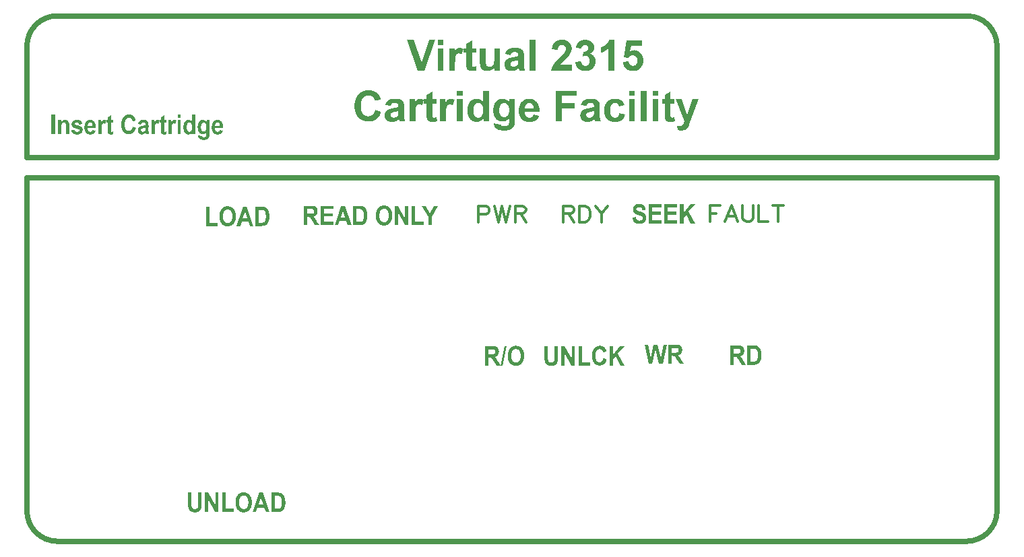
<source format=gbr>
%TF.GenerationSoftware,KiCad,Pcbnew,7.0.8*%
%TF.CreationDate,2025-03-15T15:27:24-04:00*%
%TF.ProjectId,dress panel,64726573-7320-4706-916e-656c2e6b6963,rev?*%
%TF.SameCoordinates,Original*%
%TF.FileFunction,Legend,Top*%
%TF.FilePolarity,Positive*%
%FSLAX46Y46*%
G04 Gerber Fmt 4.6, Leading zero omitted, Abs format (unit mm)*
G04 Created by KiCad (PCBNEW 7.0.8) date 2025-03-15 15:27:24*
%MOMM*%
%LPD*%
G01*
G04 APERTURE LIST*
%ADD10C,0.355600*%
%ADD11C,0.635000*%
%ADD12C,0.440000*%
G04 APERTURE END LIST*
D10*
X70914230Y50078610D02*
X71594950Y49011840D01*
D11*
X8890000Y57150000D02*
X8890000Y71120000D01*
X12700000Y74930000D02*
X127000000Y74930000D01*
D10*
X66532730Y49982120D02*
X65659000Y49982120D01*
D11*
X130810000Y12700000D02*
X130810000Y54610000D01*
D10*
X77586840Y50271680D02*
X77490290Y50175130D01*
X79293720Y49108360D02*
X79004130Y49011840D01*
X71399400Y50175130D02*
X71109840Y50078610D01*
X100198930Y49612290D02*
X100198930Y51067710D01*
X77200730Y51048920D02*
X77490290Y50949860D01*
X76327000Y51048920D02*
X77200730Y51048920D01*
D11*
X130810000Y71120000D02*
G75*
G03*
X127000000Y74930000I-3810000J0D01*
G01*
D10*
X79004130Y49011840D02*
X78325950Y49011840D01*
X71498430Y50853340D02*
X71594950Y50660270D01*
X99132130Y49127150D02*
X99421660Y49030630D01*
X98840000Y51067710D02*
X98840000Y49612290D01*
X100838980Y49030630D02*
X102002330Y49030630D01*
D11*
X127000000Y8890000D02*
G75*
G03*
X130810000Y12700000I0J3810000D01*
G01*
D10*
X77005180Y50078610D02*
X77685900Y49011840D01*
X71594950Y50660270D02*
X71594950Y50467260D01*
D11*
X8890000Y57150000D02*
X130810000Y57150000D01*
D10*
X79682340Y50271680D02*
X79682340Y49786540D01*
X98936520Y49320160D02*
X99132130Y49127150D01*
X66532730Y51048920D02*
X66822290Y50949860D01*
X69596000Y51048920D02*
X69110860Y49011840D01*
X66822290Y50078610D02*
X66532730Y49982120D01*
D11*
X12700000Y74930000D02*
G75*
G03*
X8890000Y71120000I0J-3810000D01*
G01*
D10*
X77685900Y50467260D02*
X77586840Y50271680D01*
X68625720Y51048920D02*
X68140580Y49011840D01*
X99617270Y49030630D02*
X99906830Y49127150D01*
D11*
X130810000Y71120000D02*
X130810000Y57150000D01*
X12700000Y8890000D02*
X127000000Y8890000D01*
D10*
X77490290Y50175130D02*
X77200730Y50078610D01*
X70236080Y51048920D02*
X71109840Y51048920D01*
X94748090Y50097400D02*
X95522790Y50097400D01*
X98840000Y49612290D02*
X98936520Y49320160D01*
X79585790Y50563780D02*
X79682340Y50271680D01*
X94748090Y51067710D02*
X96007930Y51067710D01*
X66918840Y50853340D02*
X67017900Y50660270D01*
X79293720Y50949860D02*
X79489270Y50756790D01*
X65659000Y51048920D02*
X66532730Y51048920D01*
X102642380Y51067710D02*
X104001310Y51067710D01*
X76327000Y51048920D02*
X76327000Y49011840D01*
X79489270Y50756790D02*
X79585790Y50563780D01*
X81099630Y50078610D02*
X81099630Y49011840D01*
X78325950Y51048920D02*
X79004130Y51048920D01*
X65659000Y51048920D02*
X65659000Y49011840D01*
X79682340Y49786540D02*
X79585790Y49496950D01*
X99906830Y49127150D02*
X100102380Y49320160D01*
X71109840Y50078610D02*
X70236080Y50078610D01*
X67657950Y51048920D02*
X68140580Y49011840D01*
X80322390Y51048920D02*
X81099630Y50078610D01*
X100102380Y49320160D02*
X100198930Y49612290D01*
X96940110Y49708810D02*
X97910360Y49708810D01*
X71594950Y50467260D02*
X71498430Y50271680D01*
D11*
X8890000Y12700000D02*
X8890000Y54610000D01*
D10*
X77586840Y50853340D02*
X77685900Y50660270D01*
X97425220Y51067710D02*
X98199950Y49030630D01*
X71498430Y50271680D02*
X71399400Y50175130D01*
X71109840Y51048920D02*
X71399400Y50949860D01*
X67017900Y50660270D02*
X67017900Y50368200D01*
X77200730Y50078610D02*
X76327000Y50078610D01*
X79489270Y49301370D02*
X79293720Y49108360D01*
X99421660Y49030630D02*
X99617270Y49030630D01*
D11*
X8890000Y54610000D02*
X130810000Y54610000D01*
D10*
X100838980Y51067710D02*
X100838980Y49030630D01*
X70236080Y51048920D02*
X70236080Y49011840D01*
X71399400Y50949860D02*
X71498430Y50853340D01*
X67017900Y50368200D02*
X66918840Y50175130D01*
X94748090Y51067710D02*
X94748090Y49030630D01*
X97425220Y51067710D02*
X96647980Y49030630D01*
X81874360Y51048920D02*
X81099630Y50078610D01*
X78325950Y51048920D02*
X78325950Y49011840D01*
X79004130Y51048920D02*
X79293720Y50949860D01*
X66822290Y50949860D02*
X66918840Y50853340D01*
X68625720Y51048920D02*
X69110860Y49011840D01*
D11*
X8890000Y12700000D02*
G75*
G03*
X12700000Y8890000I3810000J0D01*
G01*
D10*
X77490290Y50949860D02*
X77586840Y50853340D01*
X66918840Y50175130D02*
X66822290Y50078610D01*
X103320590Y51067710D02*
X103320590Y49030630D01*
X77685900Y50660270D02*
X77685900Y50467260D01*
X79585790Y49496950D02*
X79489270Y49301370D01*
D12*
G36*
X87034961Y31168000D02*
G01*
X86530258Y33606520D01*
X86967257Y33606520D01*
X87285774Y31931210D01*
X87672508Y33606520D01*
X88180289Y33606520D01*
X88551123Y31903073D01*
X88875795Y33606520D01*
X89305614Y33606520D01*
X88792191Y31168000D01*
X88339291Y31168000D01*
X87917679Y32991028D01*
X87498119Y31168000D01*
X87034961Y31168000D01*
G37*
G36*
X90429891Y33606456D02*
G01*
X90450537Y33606264D01*
X90490740Y33605494D01*
X90529493Y33604212D01*
X90566795Y33602417D01*
X90602647Y33600109D01*
X90637048Y33597288D01*
X90669998Y33593954D01*
X90701498Y33590107D01*
X90731547Y33585747D01*
X90760146Y33580875D01*
X90787294Y33575489D01*
X90812992Y33569591D01*
X90837239Y33563179D01*
X90860035Y33556255D01*
X90881381Y33548818D01*
X90901277Y33540868D01*
X90929587Y33527656D01*
X90956815Y33512642D01*
X90982961Y33495824D01*
X91008026Y33477203D01*
X91032008Y33456778D01*
X91054909Y33434551D01*
X91076728Y33410520D01*
X91097465Y33384687D01*
X91110688Y33366462D01*
X91123431Y33347436D01*
X91135692Y33327609D01*
X91147473Y33306981D01*
X91158653Y33285761D01*
X91169112Y33264162D01*
X91178849Y33242182D01*
X91187865Y33219823D01*
X91196160Y33197083D01*
X91203733Y33173963D01*
X91210585Y33150463D01*
X91216716Y33126583D01*
X91222126Y33102323D01*
X91226814Y33077682D01*
X91230781Y33052662D01*
X91234027Y33027262D01*
X91236551Y33001481D01*
X91238355Y32975320D01*
X91239436Y32948779D01*
X91239797Y32921859D01*
X91239250Y32887869D01*
X91237609Y32854631D01*
X91234874Y32822143D01*
X91231046Y32790407D01*
X91226123Y32759422D01*
X91220106Y32729188D01*
X91212996Y32699704D01*
X91204791Y32670972D01*
X91195493Y32642991D01*
X91185100Y32615761D01*
X91173614Y32589282D01*
X91161033Y32563554D01*
X91147359Y32538577D01*
X91132591Y32514352D01*
X91116729Y32490877D01*
X91099773Y32468153D01*
X91081791Y32446320D01*
X91062723Y32425517D01*
X91042569Y32405745D01*
X91021330Y32387003D01*
X90999004Y32369292D01*
X90975592Y32352611D01*
X90951095Y32336960D01*
X90925512Y32322340D01*
X90898842Y32308750D01*
X90871087Y32296191D01*
X90842246Y32284662D01*
X90812319Y32274163D01*
X90781306Y32264695D01*
X90749207Y32256257D01*
X90716022Y32248850D01*
X90681751Y32242473D01*
X90707289Y32224837D01*
X90731970Y32206883D01*
X90755795Y32188608D01*
X90778763Y32170015D01*
X90800875Y32151102D01*
X90822130Y32131870D01*
X90842529Y32112318D01*
X90862071Y32092446D01*
X90880757Y32072256D01*
X90898586Y32051746D01*
X90909996Y32037895D01*
X90927472Y32015597D01*
X90946048Y31990249D01*
X90959043Y31971656D01*
X90972527Y31951708D01*
X90986500Y31930404D01*
X91000961Y31907744D01*
X91015912Y31883729D01*
X91031351Y31858358D01*
X91047280Y31831632D01*
X91063697Y31803550D01*
X91080603Y31774113D01*
X91097998Y31743320D01*
X91115881Y31711171D01*
X91134254Y31677667D01*
X91153115Y31642808D01*
X91411622Y31168000D01*
X90900764Y31168000D01*
X90591992Y31704357D01*
X90571818Y31738284D01*
X90552458Y31770605D01*
X90533911Y31801317D01*
X90516177Y31830423D01*
X90499257Y31857921D01*
X90483151Y31883811D01*
X90467858Y31908094D01*
X90453378Y31930770D01*
X90439712Y31951838D01*
X90426859Y31971299D01*
X90409105Y31997476D01*
X90393181Y32020037D01*
X90379088Y32038981D01*
X90366824Y32054308D01*
X90351581Y32071765D01*
X90336114Y32087794D01*
X90316464Y32105820D01*
X90296464Y32121614D01*
X90276112Y32135175D01*
X90255411Y32146504D01*
X90238597Y32153959D01*
X90215498Y32161727D01*
X90194225Y32166994D01*
X90170466Y32171417D01*
X90144224Y32174999D01*
X90122912Y32177132D01*
X90100202Y32178791D01*
X90076095Y32179975D01*
X90050590Y32180686D01*
X90023688Y32180923D01*
X89937006Y32180923D01*
X89937006Y31168000D01*
X89510265Y31168000D01*
X89510265Y33193847D01*
X89937006Y33193847D01*
X89937006Y32593596D01*
X90252958Y32593596D01*
X90290461Y32593708D01*
X90326160Y32594045D01*
X90360056Y32594606D01*
X90392149Y32595391D01*
X90422439Y32596401D01*
X90450926Y32597635D01*
X90477609Y32599094D01*
X90502489Y32600777D01*
X90525566Y32602684D01*
X90546840Y32604816D01*
X90575369Y32608434D01*
X90599842Y32612558D01*
X90620257Y32617186D01*
X90636615Y32622319D01*
X90659683Y32632494D01*
X90681124Y32644702D01*
X90700937Y32658941D01*
X90719121Y32675213D01*
X90735678Y32693517D01*
X90750607Y32713853D01*
X90756123Y32722556D01*
X90768683Y32745594D01*
X90779114Y32770378D01*
X90787416Y32796908D01*
X90793589Y32825184D01*
X90796996Y32849062D01*
X90799039Y32874057D01*
X90799720Y32900170D01*
X90798831Y32929342D01*
X90796162Y32957066D01*
X90791714Y32983344D01*
X90785487Y33008174D01*
X90777481Y33031557D01*
X90767696Y33053493D01*
X90756131Y33073982D01*
X90742787Y33093024D01*
X90727817Y33110500D01*
X90711372Y33126290D01*
X90693452Y33140395D01*
X90674057Y33152815D01*
X90653188Y33163549D01*
X90630845Y33172598D01*
X90607026Y33179962D01*
X90581734Y33185641D01*
X90560473Y33188005D01*
X90536162Y33189608D01*
X90513669Y33190642D01*
X90487524Y33191531D01*
X90457728Y33192277D01*
X90435835Y33192693D01*
X90412319Y33193046D01*
X90387180Y33193334D01*
X90360419Y33193559D01*
X90332035Y33193719D01*
X90302027Y33193815D01*
X90270397Y33193847D01*
X89937006Y33193847D01*
X89510265Y33193847D01*
X89510265Y33606520D01*
X90408883Y33606520D01*
X90429891Y33606456D01*
G37*
G36*
X98226074Y33506456D02*
G01*
X98246720Y33506264D01*
X98286923Y33505494D01*
X98325676Y33504212D01*
X98362978Y33502417D01*
X98398830Y33500109D01*
X98433231Y33497288D01*
X98466181Y33493954D01*
X98497681Y33490107D01*
X98527730Y33485747D01*
X98556329Y33480875D01*
X98583477Y33475489D01*
X98609175Y33469591D01*
X98633422Y33463179D01*
X98656218Y33456255D01*
X98677564Y33448818D01*
X98697459Y33440868D01*
X98725770Y33427656D01*
X98752998Y33412642D01*
X98779144Y33395824D01*
X98804209Y33377203D01*
X98828191Y33356778D01*
X98851092Y33334551D01*
X98872911Y33310520D01*
X98893647Y33284687D01*
X98906871Y33266462D01*
X98919614Y33247436D01*
X98931875Y33227609D01*
X98943656Y33206981D01*
X98954836Y33185761D01*
X98965295Y33164162D01*
X98975032Y33142182D01*
X98984048Y33119823D01*
X98992343Y33097083D01*
X98999916Y33073963D01*
X99006768Y33050463D01*
X99012899Y33026583D01*
X99018309Y33002323D01*
X99022997Y32977682D01*
X99026964Y32952662D01*
X99030210Y32927262D01*
X99032734Y32901481D01*
X99034537Y32875320D01*
X99035619Y32848779D01*
X99035980Y32821859D01*
X99035433Y32787869D01*
X99033792Y32754631D01*
X99031057Y32722143D01*
X99027228Y32690407D01*
X99022306Y32659422D01*
X99016289Y32629188D01*
X99009178Y32599704D01*
X99000974Y32570972D01*
X98991675Y32542991D01*
X98981283Y32515761D01*
X98969797Y32489282D01*
X98957216Y32463554D01*
X98943542Y32438577D01*
X98928774Y32414352D01*
X98912912Y32390877D01*
X98895956Y32368153D01*
X98877974Y32346320D01*
X98858906Y32325517D01*
X98838752Y32305745D01*
X98817512Y32287003D01*
X98795187Y32269292D01*
X98771775Y32252611D01*
X98747278Y32236960D01*
X98721694Y32222340D01*
X98695025Y32208750D01*
X98667270Y32196191D01*
X98638429Y32184662D01*
X98608502Y32174163D01*
X98577489Y32164695D01*
X98545390Y32156257D01*
X98512205Y32148850D01*
X98477934Y32142473D01*
X98503472Y32124837D01*
X98528153Y32106883D01*
X98551978Y32088608D01*
X98574946Y32070015D01*
X98597058Y32051102D01*
X98618313Y32031870D01*
X98638712Y32012318D01*
X98658254Y31992446D01*
X98676939Y31972256D01*
X98694769Y31951746D01*
X98706179Y31937895D01*
X98723655Y31915597D01*
X98742231Y31890249D01*
X98755226Y31871656D01*
X98768710Y31851708D01*
X98782683Y31830404D01*
X98797144Y31807744D01*
X98812095Y31783729D01*
X98827534Y31758358D01*
X98843462Y31731632D01*
X98859880Y31703550D01*
X98876786Y31674113D01*
X98894180Y31643320D01*
X98912064Y31611171D01*
X98930437Y31577667D01*
X98949298Y31542808D01*
X99207805Y31068000D01*
X98696946Y31068000D01*
X98388175Y31604357D01*
X98368001Y31638284D01*
X98348641Y31670605D01*
X98330094Y31701317D01*
X98312360Y31730423D01*
X98295440Y31757921D01*
X98279334Y31783811D01*
X98264040Y31808094D01*
X98249561Y31830770D01*
X98235894Y31851838D01*
X98223042Y31871299D01*
X98205288Y31897476D01*
X98189364Y31920037D01*
X98175270Y31938981D01*
X98163007Y31954308D01*
X98147764Y31971765D01*
X98132297Y31987794D01*
X98112647Y32005820D01*
X98092646Y32021614D01*
X98072295Y32035175D01*
X98051594Y32046504D01*
X98034780Y32053959D01*
X98011681Y32061727D01*
X97990407Y32066994D01*
X97966649Y32071417D01*
X97940407Y32074999D01*
X97919094Y32077132D01*
X97896385Y32078791D01*
X97872277Y32079975D01*
X97846773Y32080686D01*
X97819870Y32080923D01*
X97733189Y32080923D01*
X97733189Y31068000D01*
X97306448Y31068000D01*
X97306448Y33093847D01*
X97733189Y33093847D01*
X97733189Y32493596D01*
X98049141Y32493596D01*
X98086644Y32493708D01*
X98122343Y32494045D01*
X98156239Y32494606D01*
X98188332Y32495391D01*
X98218622Y32496401D01*
X98247108Y32497635D01*
X98273792Y32499094D01*
X98298672Y32500777D01*
X98321749Y32502684D01*
X98343023Y32504816D01*
X98371552Y32508434D01*
X98396025Y32512558D01*
X98416440Y32517186D01*
X98432798Y32522319D01*
X98455866Y32532494D01*
X98477307Y32544702D01*
X98497119Y32558941D01*
X98515304Y32575213D01*
X98531861Y32593517D01*
X98546790Y32613853D01*
X98552306Y32622556D01*
X98564866Y32645594D01*
X98575297Y32670378D01*
X98583599Y32696908D01*
X98589772Y32725184D01*
X98593178Y32749062D01*
X98595222Y32774057D01*
X98595903Y32800170D01*
X98595014Y32829342D01*
X98592345Y32857066D01*
X98587897Y32883344D01*
X98581670Y32908174D01*
X98573664Y32931557D01*
X98563878Y32953493D01*
X98552314Y32973982D01*
X98538970Y32993024D01*
X98524000Y33010500D01*
X98507554Y33026290D01*
X98489635Y33040395D01*
X98470240Y33052815D01*
X98449371Y33063549D01*
X98427028Y33072598D01*
X98403209Y33079962D01*
X98377916Y33085641D01*
X98356656Y33088005D01*
X98332345Y33089608D01*
X98309852Y33090642D01*
X98283707Y33091531D01*
X98253910Y33092277D01*
X98232018Y33092693D01*
X98208502Y33093046D01*
X98183363Y33093334D01*
X98156602Y33093559D01*
X98128217Y33093719D01*
X98098210Y33093815D01*
X98066580Y33093847D01*
X97733189Y33093847D01*
X97306448Y33093847D01*
X97306448Y33506520D01*
X98205066Y33506520D01*
X98226074Y33506456D01*
G37*
G36*
X100237942Y33506339D02*
G01*
X100269488Y33505797D01*
X100300053Y33504892D01*
X100329635Y33503626D01*
X100358236Y33501998D01*
X100385855Y33500008D01*
X100412492Y33497656D01*
X100438148Y33494943D01*
X100462821Y33491868D01*
X100486513Y33488431D01*
X100509224Y33484632D01*
X100530952Y33480472D01*
X100551699Y33475949D01*
X100580979Y33468487D01*
X100608049Y33460212D01*
X100631052Y33451913D01*
X100653642Y33442846D01*
X100675819Y33433009D01*
X100697584Y33422403D01*
X100718936Y33411027D01*
X100739875Y33398882D01*
X100760401Y33385968D01*
X100780515Y33372284D01*
X100800216Y33357831D01*
X100819504Y33342609D01*
X100838380Y33326617D01*
X100856842Y33309856D01*
X100874892Y33292325D01*
X100892530Y33274025D01*
X100909754Y33254956D01*
X100926566Y33235117D01*
X100942923Y33214683D01*
X100958783Y33193682D01*
X100974147Y33172112D01*
X100989013Y33149974D01*
X101003382Y33127269D01*
X101017255Y33103996D01*
X101030631Y33080155D01*
X101043510Y33055745D01*
X101055892Y33030769D01*
X101067777Y33005224D01*
X101079165Y32979111D01*
X101090056Y32952431D01*
X101100451Y32925182D01*
X101110348Y32897366D01*
X101119749Y32868982D01*
X101128653Y32840030D01*
X101137038Y32810439D01*
X101144881Y32779992D01*
X101152184Y32748689D01*
X101158946Y32716529D01*
X101165167Y32683513D01*
X101170848Y32649640D01*
X101175987Y32614911D01*
X101180585Y32579325D01*
X101184642Y32542884D01*
X101188158Y32505585D01*
X101191134Y32467431D01*
X101193568Y32428420D01*
X101195461Y32388553D01*
X101196814Y32347829D01*
X101197625Y32306249D01*
X101197896Y32263812D01*
X101197641Y32226546D01*
X101196878Y32189926D01*
X101195605Y32153951D01*
X101193824Y32118622D01*
X101191534Y32083939D01*
X101188735Y32049902D01*
X101185427Y32016510D01*
X101181611Y31983764D01*
X101177285Y31951663D01*
X101172450Y31920209D01*
X101167107Y31889400D01*
X101161255Y31859236D01*
X101154893Y31829719D01*
X101148023Y31800847D01*
X101140644Y31772621D01*
X101132756Y31745041D01*
X101122616Y31712171D01*
X101111943Y31680093D01*
X101100737Y31648808D01*
X101088998Y31618315D01*
X101076727Y31588615D01*
X101063922Y31559706D01*
X101050584Y31531590D01*
X101036714Y31504266D01*
X101022310Y31477734D01*
X101007374Y31451995D01*
X100991904Y31427048D01*
X100975902Y31402893D01*
X100959366Y31379530D01*
X100942298Y31356960D01*
X100924697Y31335182D01*
X100906563Y31314196D01*
X100885013Y31291270D01*
X100862102Y31269312D01*
X100837829Y31248323D01*
X100820891Y31234868D01*
X100803348Y31221844D01*
X100785200Y31209250D01*
X100766447Y31197087D01*
X100747088Y31185354D01*
X100727125Y31174052D01*
X100706556Y31163180D01*
X100685383Y31152738D01*
X100663604Y31142728D01*
X100641220Y31133147D01*
X100618232Y31123997D01*
X100606510Y31119584D01*
X100579133Y31110365D01*
X100550088Y31102053D01*
X100529798Y31097016D01*
X100508767Y31092381D01*
X100486994Y31088150D01*
X100464480Y31084321D01*
X100441225Y31080896D01*
X100417229Y31077873D01*
X100392491Y31075254D01*
X100367011Y31073037D01*
X100340791Y31071224D01*
X100313829Y31069813D01*
X100286126Y31068806D01*
X100257681Y31068201D01*
X100228496Y31068000D01*
X99424766Y31068000D01*
X99424766Y33093847D01*
X99852020Y33093847D01*
X99852020Y31480672D01*
X100170537Y31480672D01*
X100192524Y31480764D01*
X100213733Y31481039D01*
X100244090Y31481794D01*
X100272698Y31482962D01*
X100299557Y31484542D01*
X100324666Y31486534D01*
X100348027Y31488938D01*
X100369638Y31491755D01*
X100395732Y31496151D01*
X100418717Y31501280D01*
X100429043Y31504120D01*
X100454392Y31512234D01*
X100478635Y31521632D01*
X100501772Y31532311D01*
X100523804Y31544273D01*
X100544729Y31557517D01*
X100564548Y31572043D01*
X100583261Y31587852D01*
X100600868Y31604943D01*
X100617650Y31624260D01*
X100633630Y31646452D01*
X100648809Y31671521D01*
X100659668Y31692209D01*
X100670075Y31714516D01*
X100680032Y31738440D01*
X100689538Y31763982D01*
X100698593Y31791141D01*
X100707197Y31819919D01*
X100712683Y31840002D01*
X100720474Y31871818D01*
X100727499Y31905714D01*
X100731757Y31929468D01*
X100735673Y31954148D01*
X100739250Y31979752D01*
X100742486Y32006281D01*
X100745381Y32033736D01*
X100747935Y32062115D01*
X100750149Y32091420D01*
X100752022Y32121649D01*
X100753555Y32152804D01*
X100754747Y32184884D01*
X100755599Y32217889D01*
X100756110Y32251819D01*
X100756280Y32286674D01*
X100756110Y32321407D01*
X100755599Y32355120D01*
X100754747Y32387811D01*
X100753555Y32419481D01*
X100752022Y32450129D01*
X100750149Y32479757D01*
X100747935Y32508363D01*
X100745381Y32535948D01*
X100742486Y32562512D01*
X100739250Y32588054D01*
X100735673Y32612575D01*
X100731757Y32636075D01*
X100725242Y32669410D01*
X100717962Y32700448D01*
X100712683Y32719863D01*
X100704298Y32747632D01*
X100695300Y32774227D01*
X100685689Y32799647D01*
X100675465Y32823892D01*
X100664627Y32846963D01*
X100653177Y32868858D01*
X100641114Y32889580D01*
X100628437Y32909127D01*
X100615148Y32927499D01*
X100596475Y32950167D01*
X100591636Y32955508D01*
X100571608Y32975896D01*
X100550251Y32994563D01*
X100527562Y33011507D01*
X100509673Y33023085D01*
X100491035Y33033695D01*
X100471650Y33043336D01*
X100451515Y33052009D01*
X100430633Y33059713D01*
X100409002Y33066448D01*
X100394166Y33070400D01*
X100369169Y33075896D01*
X100346898Y33079536D01*
X100321607Y33082765D01*
X100293295Y33085581D01*
X100272743Y33087230D01*
X100250848Y33088695D01*
X100227611Y33089978D01*
X100203031Y33091077D01*
X100177109Y33091993D01*
X100149845Y33092725D01*
X100121238Y33093275D01*
X100091289Y33093641D01*
X100059997Y33093824D01*
X100043848Y33093847D01*
X99852020Y33093847D01*
X99424766Y33093847D01*
X99424766Y33506520D01*
X100205415Y33506520D01*
X100237942Y33506339D01*
G37*
G36*
X58038178Y68058500D02*
G01*
X56666525Y71929651D01*
X57506825Y71929651D01*
X58477405Y69070954D01*
X59417276Y71929651D01*
X60238965Y71929651D01*
X58865450Y68058500D01*
X58038178Y68058500D01*
G37*
G36*
X60511620Y71274533D02*
G01*
X60511620Y71929651D01*
X61247698Y71929651D01*
X61247698Y71274533D01*
X60511620Y71274533D01*
G37*
G36*
X60511620Y68058500D02*
G01*
X60511620Y70857640D01*
X61247698Y70857640D01*
X61247698Y68058500D01*
X60511620Y68058500D01*
G37*
G36*
X62697518Y68058500D02*
G01*
X61962372Y68058500D01*
X61962372Y70857640D01*
X62645407Y70857640D01*
X62645407Y70462150D01*
X62667137Y70496410D01*
X62688591Y70529165D01*
X62709768Y70560415D01*
X62741017Y70604469D01*
X62771644Y70645136D01*
X62801649Y70682418D01*
X62831032Y70716314D01*
X62859795Y70746823D01*
X62887935Y70773947D01*
X62924489Y70804845D01*
X62959938Y70829723D01*
X62995663Y70850224D01*
X63032580Y70867992D01*
X63070689Y70883027D01*
X63109991Y70895328D01*
X63150485Y70904895D01*
X63192172Y70911729D01*
X63235050Y70915829D01*
X63279121Y70917196D01*
X63326068Y70915871D01*
X63372687Y70911896D01*
X63418979Y70905271D01*
X63464944Y70895997D01*
X63510581Y70884072D01*
X63555892Y70869497D01*
X63600875Y70852273D01*
X63645532Y70832398D01*
X63689861Y70809874D01*
X63733863Y70784699D01*
X63763015Y70766444D01*
X63535027Y70081548D01*
X63500368Y70103168D01*
X63466183Y70122660D01*
X63432473Y70140027D01*
X63388264Y70159874D01*
X63344898Y70175941D01*
X63302376Y70188227D01*
X63260696Y70196733D01*
X63219861Y70201459D01*
X63189787Y70202522D01*
X63151896Y70201213D01*
X63106576Y70195897D01*
X63063528Y70186491D01*
X63022753Y70172996D01*
X62984249Y70155412D01*
X62948017Y70133738D01*
X62927368Y70118771D01*
X62895039Y70089305D01*
X62870779Y70060988D01*
X62847944Y70028454D01*
X62826533Y69991704D01*
X62806548Y69950738D01*
X62787987Y69905554D01*
X62775002Y69868900D01*
X62762819Y69829873D01*
X62758935Y69816337D01*
X62747960Y69771297D01*
X62738063Y69717832D01*
X62732065Y69677509D01*
X62726547Y69633441D01*
X62721509Y69585630D01*
X62716951Y69534074D01*
X62712873Y69478775D01*
X62709274Y69419731D01*
X62706155Y69356943D01*
X62703516Y69290412D01*
X62701357Y69220136D01*
X62699677Y69146116D01*
X62699018Y69107702D01*
X62698478Y69068352D01*
X62698058Y69028066D01*
X62697758Y68986844D01*
X62697578Y68944686D01*
X62697518Y68901592D01*
X62697518Y68058500D01*
G37*
G36*
X65341254Y70857640D02*
G01*
X65341254Y70321634D01*
X64838749Y70321634D01*
X64838749Y69106316D01*
X64838803Y69061340D01*
X64838967Y69018770D01*
X64839240Y68978607D01*
X64839621Y68940850D01*
X64840398Y68888726D01*
X64841421Y68842017D01*
X64842688Y68800723D01*
X64844760Y68754085D01*
X64847964Y68709324D01*
X64852707Y68675464D01*
X64865557Y68639169D01*
X64885495Y68607053D01*
X64912522Y68579118D01*
X64918777Y68574033D01*
X64952856Y68553422D01*
X64991114Y68540445D01*
X65029121Y68535292D01*
X65042543Y68534949D01*
X65084135Y68537435D01*
X65123693Y68543306D01*
X65167704Y68552630D01*
X65206119Y68562575D01*
X65247383Y68574731D01*
X65291498Y68589096D01*
X65338462Y68605672D01*
X65401741Y68095722D01*
X65352995Y68078427D01*
X65303072Y68062832D01*
X65251971Y68048939D01*
X65199692Y68036748D01*
X65146235Y68026257D01*
X65091601Y68017467D01*
X65054524Y68012553D01*
X65016923Y68008394D01*
X64978799Y68004992D01*
X64940151Y68002346D01*
X64900980Y68000455D01*
X64861286Y67999321D01*
X64821068Y67998943D01*
X64771894Y68000019D01*
X64723940Y68003247D01*
X64677208Y68008627D01*
X64631698Y68016159D01*
X64587409Y68025842D01*
X64544341Y68037678D01*
X64502495Y68051666D01*
X64461870Y68067805D01*
X64423397Y68085646D01*
X64387541Y68104737D01*
X64354302Y68125079D01*
X64323681Y68146671D01*
X64289085Y68175419D01*
X64258578Y68206121D01*
X64232160Y68238777D01*
X64227367Y68245543D01*
X64205217Y68281453D01*
X64185292Y68321133D01*
X64170956Y68355593D01*
X64158044Y68392467D01*
X64146557Y68431754D01*
X64136496Y68473455D01*
X64127859Y68517570D01*
X64124075Y68540532D01*
X64118622Y68577769D01*
X64113897Y68623411D01*
X64110830Y68663157D01*
X64108171Y68707631D01*
X64105922Y68756831D01*
X64104082Y68810760D01*
X64103082Y68849338D01*
X64102265Y68890018D01*
X64101628Y68932798D01*
X64101174Y68977680D01*
X64100901Y69024663D01*
X64100811Y69073746D01*
X64100811Y70321634D01*
X63763015Y70321634D01*
X63763015Y70857640D01*
X64100811Y70857640D01*
X64100811Y71393645D01*
X64838749Y71810539D01*
X64838749Y70857640D01*
X65341254Y70857640D01*
G37*
G36*
X67671389Y68058500D02*
G01*
X67671389Y68474462D01*
X67642107Y68433604D01*
X67611139Y68394430D01*
X67578486Y68356941D01*
X67544149Y68321137D01*
X67508127Y68287018D01*
X67470420Y68254583D01*
X67431028Y68223834D01*
X67389952Y68194769D01*
X67347190Y68167389D01*
X67302744Y68141694D01*
X67272177Y68125500D01*
X67225686Y68102883D01*
X67178688Y68082491D01*
X67131183Y68064323D01*
X67083170Y68048380D01*
X67034651Y68034661D01*
X66985625Y68023167D01*
X66936091Y68013898D01*
X66886051Y68006853D01*
X66835503Y68002033D01*
X66784448Y67999438D01*
X66750130Y67998943D01*
X66698284Y68000031D01*
X66647437Y68003294D01*
X66597587Y68008733D01*
X66548735Y68016348D01*
X66500881Y68026138D01*
X66454025Y68038103D01*
X66408166Y68052245D01*
X66363305Y68068561D01*
X66319443Y68087053D01*
X66276578Y68107721D01*
X66248555Y68122709D01*
X66207934Y68146790D01*
X66169472Y68172621D01*
X66133169Y68200203D01*
X66099025Y68229534D01*
X66067040Y68260617D01*
X66037215Y68293449D01*
X66009549Y68328032D01*
X65984042Y68364365D01*
X65960694Y68402448D01*
X65939506Y68442281D01*
X65926580Y68469809D01*
X65908785Y68513356D01*
X65892741Y68559896D01*
X65878447Y68609430D01*
X65865904Y68661957D01*
X65858514Y68698638D01*
X65851902Y68736649D01*
X65846068Y68775991D01*
X65841011Y68816663D01*
X65836733Y68858666D01*
X65833232Y68901999D01*
X65830510Y68946662D01*
X65828565Y68992656D01*
X65827398Y69039980D01*
X65827009Y69088635D01*
X65827009Y70857640D01*
X66562156Y70857640D01*
X66562156Y69557640D01*
X66562312Y69484882D01*
X66562781Y69415729D01*
X66563562Y69350182D01*
X66564657Y69288241D01*
X66566063Y69229907D01*
X66567783Y69175178D01*
X66569815Y69124055D01*
X66572159Y69076538D01*
X66574816Y69032627D01*
X66577786Y68992322D01*
X66582827Y68938625D01*
X66588571Y68893042D01*
X66595019Y68855572D01*
X66602170Y68826216D01*
X66616578Y68785681D01*
X66634213Y68747827D01*
X66655073Y68712653D01*
X66679160Y68680161D01*
X66706472Y68650349D01*
X66737011Y68623218D01*
X66750130Y68613116D01*
X66785249Y68590597D01*
X66823139Y68571895D01*
X66863801Y68557010D01*
X66907235Y68545941D01*
X66943978Y68539834D01*
X66982495Y68536170D01*
X67022785Y68534949D01*
X67069168Y68536592D01*
X67114330Y68541521D01*
X67158270Y68549736D01*
X67200989Y68561237D01*
X67242486Y68576025D01*
X67282762Y68594098D01*
X67321817Y68615457D01*
X67359650Y68640103D01*
X67395622Y68667176D01*
X67428628Y68695820D01*
X67458668Y68726035D01*
X67485742Y68757819D01*
X67509849Y68791174D01*
X67530990Y68826100D01*
X67549165Y68862595D01*
X67564374Y68900661D01*
X67577242Y68946797D01*
X67585767Y68990654D01*
X67593327Y69042445D01*
X67597831Y69081380D01*
X67601906Y69123840D01*
X67605552Y69169827D01*
X67608769Y69219340D01*
X67611557Y69272378D01*
X67613916Y69328943D01*
X67615846Y69389033D01*
X67617348Y69452650D01*
X67618420Y69519792D01*
X67619063Y69590461D01*
X67619278Y69664655D01*
X67619278Y70857640D01*
X68354424Y70857640D01*
X68354424Y68058500D01*
X67671389Y68058500D01*
G37*
G36*
X70246325Y70916738D02*
G01*
X70304904Y70915364D01*
X70361512Y70913074D01*
X70416150Y70909868D01*
X70468818Y70905746D01*
X70519515Y70900707D01*
X70568243Y70894753D01*
X70615000Y70887883D01*
X70659787Y70880097D01*
X70702604Y70871395D01*
X70743451Y70861776D01*
X70782327Y70851242D01*
X70819234Y70839792D01*
X70870899Y70820899D01*
X70918132Y70799945D01*
X70962063Y70777404D01*
X71003475Y70753751D01*
X71042367Y70728985D01*
X71078741Y70703108D01*
X71112596Y70676118D01*
X71143932Y70648015D01*
X71172748Y70618801D01*
X71199046Y70588474D01*
X71222824Y70557034D01*
X71244084Y70524483D01*
X71256857Y70502164D01*
X71274485Y70465831D01*
X71290379Y70424182D01*
X71304540Y70377216D01*
X71316966Y70324935D01*
X71324287Y70287127D01*
X71330837Y70246956D01*
X71336617Y70204423D01*
X71341626Y70159527D01*
X71345864Y70112268D01*
X71349332Y70062646D01*
X71352029Y70010662D01*
X71353956Y69956315D01*
X71355112Y69899605D01*
X71355497Y69840532D01*
X71347122Y68976967D01*
X71347260Y68931661D01*
X71347675Y68887866D01*
X71348365Y68845583D01*
X71349332Y68804813D01*
X71350575Y68765555D01*
X71352095Y68727809D01*
X71354892Y68674025D01*
X71358311Y68623643D01*
X71362351Y68576664D01*
X71367013Y68533088D01*
X71372296Y68492914D01*
X71378202Y68456142D01*
X71382484Y68433517D01*
X71392284Y68389388D01*
X71404003Y68344474D01*
X71417642Y68298774D01*
X71433199Y68252290D01*
X71446127Y68216911D01*
X71460135Y68181091D01*
X71475222Y68144829D01*
X71491389Y68108125D01*
X71508635Y68070979D01*
X71514624Y68058500D01*
X70787852Y68058500D01*
X70774608Y68095446D01*
X70762264Y68132785D01*
X70749003Y68175358D01*
X70737253Y68214834D01*
X70724867Y68257946D01*
X70717129Y68285557D01*
X70706588Y68323562D01*
X70696145Y68359653D01*
X70691074Y68375822D01*
X70655425Y68341237D01*
X70619318Y68308320D01*
X70582754Y68277071D01*
X70545731Y68247491D01*
X70508250Y68219580D01*
X70470312Y68193337D01*
X70431915Y68168762D01*
X70393060Y68145856D01*
X70353747Y68124619D01*
X70313977Y68105050D01*
X70287208Y68092930D01*
X70246816Y68076134D01*
X70205900Y68060989D01*
X70164461Y68047497D01*
X70122498Y68035657D01*
X70080012Y68025469D01*
X70037003Y68016933D01*
X69993470Y68010049D01*
X69949413Y68004818D01*
X69904833Y68001238D01*
X69859730Y67999310D01*
X69829370Y67998943D01*
X69776455Y67999867D01*
X69724958Y68002637D01*
X69674878Y68007253D01*
X69626216Y68013716D01*
X69578972Y68022026D01*
X69533145Y68032182D01*
X69488736Y68044185D01*
X69445745Y68058034D01*
X69404171Y68073730D01*
X69364015Y68091273D01*
X69325276Y68110662D01*
X69287956Y68131898D01*
X69252053Y68154980D01*
X69217567Y68179909D01*
X69184499Y68206685D01*
X69152849Y68235307D01*
X69122875Y68265343D01*
X69094834Y68296361D01*
X69068728Y68328360D01*
X69044555Y68361340D01*
X69022316Y68395302D01*
X69002010Y68430246D01*
X68983639Y68466171D01*
X68967202Y68503077D01*
X68952698Y68540965D01*
X68940128Y68579834D01*
X68929492Y68619685D01*
X68920790Y68660517D01*
X68914021Y68702331D01*
X68909187Y68745126D01*
X68906286Y68788902D01*
X68905319Y68833660D01*
X68906309Y68878044D01*
X68907472Y68895078D01*
X69641396Y68895078D01*
X69644213Y68850108D01*
X69652665Y68807092D01*
X69666750Y68766030D01*
X69686470Y68726922D01*
X69711825Y68689767D01*
X69736165Y68661450D01*
X69756786Y68641033D01*
X69786608Y68616170D01*
X69818378Y68594621D01*
X69852096Y68576388D01*
X69887763Y68561470D01*
X69925378Y68549867D01*
X69964942Y68541579D01*
X70006454Y68536606D01*
X70049914Y68534949D01*
X70099409Y68536883D01*
X70148321Y68542684D01*
X70196653Y68552353D01*
X70244402Y68565890D01*
X70279833Y68578581D01*
X70314936Y68593447D01*
X70349713Y68610489D01*
X70384162Y68629707D01*
X70418284Y68651100D01*
X70429585Y68658714D01*
X70461428Y68683083D01*
X70490421Y68708732D01*
X70516564Y68735660D01*
X70545235Y68771120D01*
X70569453Y68808579D01*
X70589219Y68848037D01*
X70604531Y68889494D01*
X70614335Y68928687D01*
X70620955Y68970045D01*
X70625237Y69008823D01*
X70628618Y69052661D01*
X70631097Y69101560D01*
X70632364Y69141554D01*
X70633125Y69184394D01*
X70633379Y69230081D01*
X70633379Y69368735D01*
X70595444Y69357292D01*
X70552361Y69345297D01*
X70504132Y69332749D01*
X70464582Y69322975D01*
X70422137Y69312891D01*
X70376796Y69302495D01*
X70328560Y69291789D01*
X70277429Y69280772D01*
X70223403Y69269445D01*
X70185777Y69261720D01*
X70148336Y69254050D01*
X70095283Y69242573D01*
X70045959Y69231128D01*
X70000365Y69219716D01*
X69958501Y69208336D01*
X69920366Y69196990D01*
X69875321Y69181912D01*
X69836906Y69166892D01*
X69798211Y69148199D01*
X69785634Y69140747D01*
X69751828Y69115738D01*
X69722530Y69089101D01*
X69697739Y69060835D01*
X69673089Y69023212D01*
X69655482Y68983045D01*
X69644917Y68940334D01*
X69641396Y68895078D01*
X68907472Y68895078D01*
X68909277Y68921512D01*
X68914226Y68964063D01*
X68921153Y69005699D01*
X68930060Y69046418D01*
X68940946Y69086222D01*
X68953811Y69125109D01*
X68968656Y69163080D01*
X68985479Y69200136D01*
X69004282Y69236275D01*
X69017917Y69259859D01*
X69039823Y69294327D01*
X69063315Y69327242D01*
X69088394Y69358602D01*
X69115060Y69388408D01*
X69143312Y69416660D01*
X69173151Y69443359D01*
X69204577Y69468503D01*
X69237589Y69492093D01*
X69272188Y69514130D01*
X69308374Y69534612D01*
X69333379Y69547404D01*
X69372994Y69565853D01*
X69415767Y69583860D01*
X69461696Y69601425D01*
X69510782Y69618549D01*
X69563026Y69635231D01*
X69599609Y69646107D01*
X69637595Y69656786D01*
X69676984Y69667270D01*
X69717776Y69677557D01*
X69759971Y69687648D01*
X69803570Y69697542D01*
X69848571Y69707240D01*
X69894976Y69716742D01*
X69918704Y69721420D01*
X69981910Y69733695D01*
X70042644Y69745861D01*
X70100906Y69757919D01*
X70156697Y69769867D01*
X70210015Y69781706D01*
X70260862Y69793437D01*
X70309237Y69805058D01*
X70355140Y69816570D01*
X70398571Y69827973D01*
X70439530Y69839267D01*
X70478018Y69850452D01*
X70514034Y69861528D01*
X70563423Y69877937D01*
X70607250Y69894101D01*
X70633379Y69904741D01*
X70633379Y69980117D01*
X70632454Y70019675D01*
X70629682Y70057041D01*
X70623110Y70103453D01*
X70613251Y70145968D01*
X70600107Y70184587D01*
X70583677Y70219308D01*
X70558518Y70257231D01*
X70528225Y70289064D01*
X70491111Y70315605D01*
X70454877Y70333598D01*
X70412827Y70348712D01*
X70364961Y70360948D01*
X70325245Y70368235D01*
X70282257Y70373903D01*
X70235998Y70377952D01*
X70186467Y70380381D01*
X70133665Y70381190D01*
X70085915Y70379954D01*
X70040841Y70376247D01*
X69998442Y70370067D01*
X69958719Y70361416D01*
X69921671Y70350293D01*
X69879123Y70332913D01*
X69840755Y70311671D01*
X69826579Y70302092D01*
X69793286Y70274443D01*
X69762039Y70240933D01*
X69738513Y70209905D01*
X69716296Y70175125D01*
X69695387Y70136593D01*
X69675787Y70094311D01*
X69657496Y70048277D01*
X69648841Y70023853D01*
X68981625Y70142966D01*
X68996333Y70191486D01*
X69012305Y70238407D01*
X69029542Y70283728D01*
X69048044Y70327450D01*
X69067812Y70369573D01*
X69088844Y70410096D01*
X69111141Y70449020D01*
X69134703Y70486344D01*
X69159530Y70522069D01*
X69185623Y70556195D01*
X69212980Y70588721D01*
X69241602Y70619648D01*
X69271489Y70648975D01*
X69302641Y70676703D01*
X69335058Y70702832D01*
X69368740Y70727361D01*
X69404211Y70750349D01*
X69441761Y70771853D01*
X69481390Y70791875D01*
X69523098Y70810414D01*
X69566885Y70827469D01*
X69612752Y70843042D01*
X69660698Y70857131D01*
X69710723Y70869737D01*
X69762828Y70880860D01*
X69817011Y70890500D01*
X69873274Y70898657D01*
X69931616Y70905331D01*
X69992037Y70910522D01*
X70054538Y70914230D01*
X70119118Y70916454D01*
X70185777Y70917196D01*
X70246325Y70916738D01*
G37*
G36*
X72065519Y68058500D02*
G01*
X72065519Y71929651D01*
X72801596Y71929651D01*
X72801596Y68058500D01*
X72065519Y68058500D01*
G37*
G36*
X77355782Y68773174D02*
G01*
X77355782Y68058500D01*
X74777186Y68058500D01*
X74783074Y68106380D01*
X74790272Y68153941D01*
X74798778Y68201181D01*
X74808592Y68248102D01*
X74819715Y68294703D01*
X74832147Y68340984D01*
X74845888Y68386945D01*
X74860937Y68432587D01*
X74877294Y68477908D01*
X74894960Y68522910D01*
X74913935Y68567591D01*
X74934219Y68611953D01*
X74955811Y68655995D01*
X74978711Y68699717D01*
X75002920Y68743119D01*
X75028438Y68786202D01*
X75056206Y68830116D01*
X75087166Y68875783D01*
X75121317Y68923202D01*
X75158659Y68972373D01*
X75199193Y69023296D01*
X75242919Y69075971D01*
X75289836Y69130398D01*
X75339945Y69186577D01*
X75366196Y69215324D01*
X75393245Y69244509D01*
X75421092Y69274131D01*
X75449737Y69304192D01*
X75479180Y69334691D01*
X75509421Y69365627D01*
X75540459Y69397002D01*
X75572295Y69428815D01*
X75604930Y69461066D01*
X75638362Y69493755D01*
X75672592Y69526881D01*
X75707620Y69560446D01*
X75743446Y69594449D01*
X75780070Y69628890D01*
X75817491Y69663769D01*
X75855711Y69699086D01*
X75886450Y69727527D01*
X75916437Y69755389D01*
X75945672Y69782671D01*
X75974154Y69809373D01*
X76001884Y69835495D01*
X76055086Y69886000D01*
X76105279Y69934186D01*
X76152461Y69980052D01*
X76196634Y70023600D01*
X76237797Y70064828D01*
X76275950Y70103737D01*
X76311093Y70140328D01*
X76343227Y70174599D01*
X76372351Y70206550D01*
X76398465Y70236183D01*
X76431992Y70276284D01*
X76458748Y70311166D01*
X76466162Y70321634D01*
X76493269Y70363984D01*
X76517710Y70406236D01*
X76539484Y70448389D01*
X76558593Y70490445D01*
X76575035Y70532402D01*
X76588811Y70574261D01*
X76599920Y70616022D01*
X76608364Y70657685D01*
X76614141Y70699249D01*
X76617251Y70740716D01*
X76617844Y70768306D01*
X76616682Y70813030D01*
X76613198Y70855775D01*
X76607391Y70896541D01*
X76599261Y70935327D01*
X76588809Y70972135D01*
X76571259Y71018132D01*
X76549580Y71060611D01*
X76523771Y71099571D01*
X76493833Y71135013D01*
X76485703Y71143323D01*
X76451098Y71174076D01*
X76413352Y71200728D01*
X76372465Y71223279D01*
X76328438Y71241731D01*
X76281270Y71256082D01*
X76243833Y71264154D01*
X76204629Y71269920D01*
X76163659Y71273380D01*
X76120922Y71274533D01*
X76078485Y71273323D01*
X76037716Y71269691D01*
X75998616Y71263639D01*
X75961185Y71255166D01*
X75925421Y71244271D01*
X75880333Y71225980D01*
X75838210Y71203385D01*
X75799054Y71176486D01*
X75762863Y71145283D01*
X75754279Y71136809D01*
X75722102Y71099529D01*
X75700316Y71067828D01*
X75680543Y71032920D01*
X75662781Y70994807D01*
X75647032Y70953488D01*
X75633294Y70908963D01*
X75621568Y70861231D01*
X75611855Y70810294D01*
X75604153Y70756150D01*
X75600136Y70718273D01*
X75597014Y70678971D01*
X74863728Y70751555D01*
X74868073Y70790582D01*
X74872965Y70828912D01*
X74878404Y70866546D01*
X74884390Y70903485D01*
X74898003Y70975273D01*
X74913804Y71044276D01*
X74931794Y71110495D01*
X74951972Y71173930D01*
X74974338Y71234580D01*
X74998893Y71292446D01*
X75025636Y71347528D01*
X75054567Y71399825D01*
X75085686Y71449337D01*
X75118994Y71496066D01*
X75154490Y71540009D01*
X75192174Y71581169D01*
X75232047Y71619544D01*
X75274107Y71655134D01*
X75318051Y71688376D01*
X75363340Y71719474D01*
X75409974Y71748427D01*
X75457952Y71775235D01*
X75507276Y71799899D01*
X75557944Y71822418D01*
X75609958Y71842792D01*
X75663316Y71861022D01*
X75718020Y71877107D01*
X75774068Y71891047D01*
X75831462Y71902843D01*
X75890200Y71912494D01*
X75950283Y71920000D01*
X76011711Y71925362D01*
X76074484Y71928579D01*
X76138603Y71929651D01*
X76208609Y71928459D01*
X76276719Y71924882D01*
X76342931Y71918920D01*
X76407245Y71910574D01*
X76469662Y71899844D01*
X76530182Y71886729D01*
X76588804Y71871229D01*
X76645528Y71853345D01*
X76700355Y71833076D01*
X76753285Y71810422D01*
X76804317Y71785384D01*
X76853451Y71757962D01*
X76900688Y71728154D01*
X76946028Y71695963D01*
X76989470Y71661386D01*
X77031015Y71624426D01*
X77070342Y71585803D01*
X77107132Y71546011D01*
X77141385Y71505048D01*
X77173100Y71462914D01*
X77202279Y71419610D01*
X77228920Y71375136D01*
X77253024Y71329491D01*
X77274590Y71282675D01*
X77293619Y71234690D01*
X77310112Y71185533D01*
X77324066Y71135206D01*
X77335484Y71083709D01*
X77344364Y71031041D01*
X77350707Y70977203D01*
X77354513Y70922194D01*
X77355782Y70866015D01*
X77354964Y70817896D01*
X77352510Y70770203D01*
X77348421Y70722935D01*
X77342696Y70676092D01*
X77335335Y70629675D01*
X77326338Y70583683D01*
X77315706Y70538116D01*
X77303438Y70492975D01*
X77289534Y70448258D01*
X77273994Y70403967D01*
X77262725Y70374676D01*
X77244329Y70330852D01*
X77224034Y70286618D01*
X77201842Y70241975D01*
X77177753Y70196924D01*
X77151766Y70151463D01*
X77123882Y70105594D01*
X77094100Y70059316D01*
X77073192Y70028236D01*
X77051440Y69996975D01*
X77028845Y69965532D01*
X77005406Y69933907D01*
X76981124Y69902101D01*
X76968667Y69886130D01*
X76941660Y69853066D01*
X76910892Y69817384D01*
X76876361Y69779086D01*
X76838068Y69738170D01*
X76810449Y69709439D01*
X76781158Y69679544D01*
X76750195Y69648487D01*
X76717560Y69616266D01*
X76683252Y69582882D01*
X76647273Y69548334D01*
X76609621Y69512624D01*
X76570298Y69475750D01*
X76529302Y69437714D01*
X76486634Y69398513D01*
X76444126Y69359677D01*
X76403610Y69322498D01*
X76365086Y69286976D01*
X76328554Y69253113D01*
X76294014Y69220906D01*
X76261466Y69190358D01*
X76230910Y69161466D01*
X76202346Y69134233D01*
X76163235Y69096491D01*
X76128606Y69062478D01*
X76098459Y69032194D01*
X76065235Y68997618D01*
X76045546Y68976037D01*
X76017329Y68943603D01*
X75990839Y68911443D01*
X75966075Y68879554D01*
X75943039Y68847939D01*
X75921728Y68816596D01*
X75898435Y68779344D01*
X75894795Y68773174D01*
X77355782Y68773174D01*
G37*
G36*
X77812689Y69157497D02*
G01*
X78524572Y69249623D01*
X78532034Y69196554D01*
X78541507Y69145872D01*
X78552993Y69097579D01*
X78566491Y69051674D01*
X78582001Y69008158D01*
X78599522Y68967029D01*
X78619056Y68928289D01*
X78640602Y68891937D01*
X78664159Y68857973D01*
X78689729Y68826398D01*
X78707893Y68806674D01*
X78736366Y68779400D01*
X78765952Y68754809D01*
X78796650Y68732901D01*
X78839310Y68707863D01*
X78883948Y68687594D01*
X78930564Y68672095D01*
X78966823Y68663600D01*
X79004195Y68657787D01*
X79042679Y68654657D01*
X79068953Y68654061D01*
X79110896Y68655591D01*
X79151580Y68660179D01*
X79191005Y68667826D01*
X79229170Y68678532D01*
X79266075Y68692297D01*
X79301721Y68709121D01*
X79336108Y68729004D01*
X79369234Y68751945D01*
X79401102Y68777945D01*
X79431709Y68807005D01*
X79451415Y68828077D01*
X79479354Y68861776D01*
X79504544Y68897619D01*
X79526987Y68935604D01*
X79546682Y68975731D01*
X79563628Y69018002D01*
X79577826Y69062416D01*
X79589277Y69108972D01*
X79597979Y69157672D01*
X79603933Y69208514D01*
X79607139Y69261499D01*
X79607750Y69298012D01*
X79606433Y69349343D01*
X79602483Y69398644D01*
X79595899Y69445918D01*
X79586681Y69491163D01*
X79574830Y69534380D01*
X79560346Y69575568D01*
X79543227Y69614728D01*
X79523476Y69651860D01*
X79501090Y69686963D01*
X79476071Y69720038D01*
X79457929Y69740961D01*
X79429439Y69770231D01*
X79399805Y69796621D01*
X79369025Y69820132D01*
X79337101Y69840765D01*
X79304031Y69858518D01*
X79269817Y69873393D01*
X79234457Y69885388D01*
X79197952Y69894505D01*
X79160302Y69900742D01*
X79121508Y69904101D01*
X79095008Y69904741D01*
X79049466Y69903401D01*
X79011102Y69900398D01*
X78971022Y69895680D01*
X78929227Y69889246D01*
X78885716Y69881096D01*
X78840489Y69871231D01*
X78793546Y69859649D01*
X78757213Y69849838D01*
X78838172Y70440747D01*
X78892929Y70440512D01*
X78945184Y70442600D01*
X78994935Y70447011D01*
X79042184Y70453745D01*
X79086930Y70462802D01*
X79129174Y70474181D01*
X79168915Y70487884D01*
X79206153Y70503909D01*
X79240888Y70522256D01*
X79273121Y70542927D01*
X79293219Y70557998D01*
X79330078Y70590451D01*
X79362022Y70625464D01*
X79389052Y70663035D01*
X79411168Y70703166D01*
X79428369Y70745856D01*
X79440655Y70791104D01*
X79448027Y70838912D01*
X79450331Y70876447D01*
X79450484Y70889279D01*
X79448681Y70932129D01*
X79443272Y70972739D01*
X79434258Y71011110D01*
X79421637Y71047242D01*
X79405410Y71081135D01*
X79385577Y71112789D01*
X79362139Y71142204D01*
X79335094Y71169379D01*
X79305273Y71194025D01*
X79273037Y71215384D01*
X79238388Y71233457D01*
X79201325Y71248245D01*
X79161849Y71259746D01*
X79119959Y71267961D01*
X79075656Y71272890D01*
X79028938Y71274533D01*
X78982788Y71272628D01*
X78938324Y71266914D01*
X78895548Y71257390D01*
X78854457Y71244057D01*
X78815054Y71226914D01*
X78777337Y71205962D01*
X78741306Y71181200D01*
X78706963Y71152629D01*
X78675323Y71120626D01*
X78646941Y71085105D01*
X78621816Y71046065D01*
X78599948Y71003506D01*
X78581336Y70957428D01*
X78569515Y70920561D01*
X78559526Y70881715D01*
X78551369Y70840889D01*
X78545044Y70798084D01*
X77867593Y70905099D01*
X77876713Y70948973D01*
X77886393Y70991728D01*
X77896633Y71033364D01*
X77907433Y71073880D01*
X77918792Y71113276D01*
X77930711Y71151553D01*
X77943190Y71188710D01*
X77956229Y71224748D01*
X77969828Y71259666D01*
X77991275Y71309944D01*
X78013982Y71357702D01*
X78037949Y71402942D01*
X78063175Y71445662D01*
X78080692Y71472743D01*
X78108378Y71511898D01*
X78138042Y71549450D01*
X78169686Y71585398D01*
X78203309Y71619744D01*
X78238911Y71652486D01*
X78276493Y71683625D01*
X78316054Y71713162D01*
X78357594Y71741095D01*
X78401113Y71767425D01*
X78446612Y71792153D01*
X78478044Y71807747D01*
X78526558Y71829532D01*
X78576135Y71849175D01*
X78626775Y71866675D01*
X78678479Y71882032D01*
X78731246Y71895246D01*
X78785076Y71906318D01*
X78839969Y71915246D01*
X78877155Y71920008D01*
X78914814Y71923818D01*
X78952945Y71926675D01*
X78991549Y71928580D01*
X79030626Y71929532D01*
X79050341Y71929651D01*
X79117200Y71928331D01*
X79182380Y71924373D01*
X79245880Y71917775D01*
X79307701Y71908539D01*
X79367842Y71896663D01*
X79426304Y71882148D01*
X79483087Y71864995D01*
X79538190Y71845202D01*
X79591614Y71822770D01*
X79643359Y71797700D01*
X79693424Y71769990D01*
X79741809Y71739641D01*
X79788516Y71706653D01*
X79833543Y71671026D01*
X79876890Y71632761D01*
X79918559Y71591856D01*
X79951237Y71557025D01*
X79981808Y71521627D01*
X80010270Y71485662D01*
X80036624Y71449130D01*
X80060870Y71412031D01*
X80083007Y71374365D01*
X80103036Y71336132D01*
X80120957Y71297332D01*
X80136769Y71257965D01*
X80150473Y71218030D01*
X80162069Y71177529D01*
X80171556Y71136460D01*
X80178935Y71094825D01*
X80184206Y71052622D01*
X80187368Y71009853D01*
X80188423Y70966516D01*
X80186267Y70905531D01*
X80179800Y70846109D01*
X80169022Y70788251D01*
X80153933Y70731955D01*
X80134533Y70677223D01*
X80110822Y70624053D01*
X80082800Y70572447D01*
X80050466Y70522404D01*
X80013822Y70473923D01*
X79972866Y70427006D01*
X79927599Y70381652D01*
X79878021Y70337861D01*
X79824132Y70295633D01*
X79765931Y70254968D01*
X79703420Y70215866D01*
X79670548Y70196901D01*
X79636597Y70178327D01*
X79677259Y70168553D01*
X79716888Y70157375D01*
X79755484Y70144794D01*
X79793049Y70130810D01*
X79829581Y70115423D01*
X79865080Y70098633D01*
X79899547Y70080440D01*
X79932982Y70060843D01*
X79965385Y70039844D01*
X79996755Y70017441D01*
X80027093Y69993635D01*
X80056399Y69968427D01*
X80084672Y69941815D01*
X80111913Y69913799D01*
X80138121Y69884381D01*
X80163297Y69853560D01*
X80187299Y69821743D01*
X80209753Y69789104D01*
X80230658Y69755643D01*
X80250014Y69721361D01*
X80267822Y69686258D01*
X80284082Y69650333D01*
X80298793Y69613587D01*
X80311955Y69576019D01*
X80323569Y69537629D01*
X80333634Y69498418D01*
X80342151Y69458386D01*
X80349120Y69417532D01*
X80354539Y69375856D01*
X80358411Y69333359D01*
X80360733Y69290041D01*
X80361508Y69245901D01*
X80360065Y69181823D01*
X80355735Y69118937D01*
X80348520Y69057243D01*
X80338418Y68996742D01*
X80325430Y68937433D01*
X80309556Y68879316D01*
X80290796Y68822392D01*
X80269149Y68766660D01*
X80244616Y68712120D01*
X80217197Y68658772D01*
X80186892Y68606617D01*
X80153701Y68555654D01*
X80117623Y68505883D01*
X80078659Y68457305D01*
X80036810Y68409919D01*
X79992073Y68363725D01*
X79945301Y68319552D01*
X79897112Y68278229D01*
X79847505Y68239756D01*
X79796480Y68204133D01*
X79744038Y68171360D01*
X79690178Y68141436D01*
X79634900Y68114362D01*
X79578204Y68090139D01*
X79520091Y68068765D01*
X79460561Y68050241D01*
X79399612Y68034567D01*
X79337246Y68021742D01*
X79273462Y68011768D01*
X79208261Y68004643D01*
X79141642Y68000368D01*
X79073605Y67998943D01*
X79009273Y68000194D01*
X78946322Y68003945D01*
X78884752Y68010197D01*
X78824563Y68018950D01*
X78765756Y68030205D01*
X78708329Y68043959D01*
X78652285Y68060215D01*
X78597621Y68078972D01*
X78544339Y68100230D01*
X78492438Y68123988D01*
X78441919Y68150247D01*
X78392781Y68179008D01*
X78345024Y68210269D01*
X78298648Y68244031D01*
X78253654Y68280294D01*
X78210041Y68319058D01*
X78168358Y68359955D01*
X78128922Y68402387D01*
X78091732Y68446353D01*
X78056788Y68491852D01*
X78024091Y68538886D01*
X77993641Y68587453D01*
X77965437Y68637555D01*
X77939479Y68689190D01*
X77915768Y68742360D01*
X77894303Y68797063D01*
X77875085Y68853300D01*
X77858113Y68911072D01*
X77843387Y68970377D01*
X77830908Y69031216D01*
X77820676Y69093590D01*
X77812689Y69157497D01*
G37*
G36*
X82686990Y68058500D02*
G01*
X81951844Y68058500D01*
X81951844Y70859501D01*
X81900913Y70809839D01*
X81848856Y70761821D01*
X81795672Y70715445D01*
X81741361Y70670712D01*
X81685924Y70627623D01*
X81629359Y70586176D01*
X81571668Y70546373D01*
X81512850Y70508213D01*
X81452904Y70471695D01*
X81391832Y70436821D01*
X81329634Y70403589D01*
X81266308Y70372001D01*
X81201855Y70342056D01*
X81136276Y70313753D01*
X81069570Y70287094D01*
X81001737Y70262078D01*
X81001737Y70976752D01*
X81037876Y70988915D01*
X81074408Y71002372D01*
X81111332Y71017123D01*
X81148650Y71033168D01*
X81186359Y71050507D01*
X81224462Y71069140D01*
X81262956Y71089067D01*
X81301844Y71110288D01*
X81341124Y71132804D01*
X81380797Y71156613D01*
X81420862Y71181716D01*
X81461320Y71208114D01*
X81502170Y71235805D01*
X81543413Y71264791D01*
X81585048Y71295071D01*
X81627076Y71326645D01*
X81668472Y71359316D01*
X81708210Y71392657D01*
X81746291Y71426666D01*
X81782713Y71461344D01*
X81817479Y71496691D01*
X81850587Y71532707D01*
X81882037Y71569391D01*
X81911829Y71606745D01*
X81939964Y71644767D01*
X81966442Y71683458D01*
X81991262Y71722818D01*
X82014424Y71762847D01*
X82035929Y71803545D01*
X82055776Y71844911D01*
X82073966Y71886947D01*
X82090498Y71929651D01*
X82686990Y71929651D01*
X82686990Y68058500D01*
G37*
G36*
X83782266Y69165872D02*
G01*
X84514620Y69249623D01*
X84521632Y69199149D01*
X84530804Y69150670D01*
X84542134Y69104188D01*
X84555623Y69059700D01*
X84571272Y69017209D01*
X84589080Y68976713D01*
X84609047Y68938213D01*
X84631174Y68901708D01*
X84655459Y68867199D01*
X84681904Y68834685D01*
X84700733Y68814118D01*
X84730106Y68785515D01*
X84760297Y68759724D01*
X84791305Y68736747D01*
X84823132Y68716584D01*
X84866839Y68694076D01*
X84912001Y68676569D01*
X84958616Y68664065D01*
X85006686Y68656562D01*
X85056209Y68654061D01*
X85098851Y68655533D01*
X85140233Y68659950D01*
X85180355Y68667311D01*
X85219218Y68677616D01*
X85256822Y68690866D01*
X85293165Y68707060D01*
X85328250Y68726198D01*
X85362075Y68748281D01*
X85394640Y68773308D01*
X85425945Y68801280D01*
X85446116Y68821563D01*
X85474720Y68854641D01*
X85500511Y68890712D01*
X85523488Y68929777D01*
X85543651Y68971835D01*
X85561001Y69016886D01*
X85575537Y69064931D01*
X85587260Y69115970D01*
X85596170Y69170002D01*
X85600546Y69207686D01*
X85603673Y69246700D01*
X85605548Y69287046D01*
X85606173Y69328721D01*
X85605555Y69367878D01*
X85603702Y69405783D01*
X85598604Y69460298D01*
X85590725Y69511999D01*
X85580065Y69560886D01*
X85566624Y69606960D01*
X85550403Y69650220D01*
X85531401Y69690667D01*
X85509618Y69728301D01*
X85485055Y69763121D01*
X85457710Y69795127D01*
X85447977Y69805170D01*
X85417473Y69833608D01*
X85385284Y69859249D01*
X85351410Y69882092D01*
X85315852Y69902138D01*
X85278608Y69919387D01*
X85239680Y69933839D01*
X85199067Y69945494D01*
X85156769Y69954352D01*
X85112786Y69960412D01*
X85067118Y69963676D01*
X85035737Y69964297D01*
X84996442Y69963134D01*
X84957657Y69959644D01*
X84919380Y69953828D01*
X84881612Y69945686D01*
X84844353Y69935217D01*
X84807603Y69922422D01*
X84771362Y69907300D01*
X84735630Y69889852D01*
X84700406Y69870077D01*
X84665692Y69847976D01*
X84631486Y69823549D01*
X84597790Y69796795D01*
X84564602Y69767715D01*
X84531923Y69736309D01*
X84499753Y69702576D01*
X84468092Y69666516D01*
X83871600Y69758642D01*
X84248479Y71870095D01*
X86192430Y71870095D01*
X86192430Y71155421D01*
X84805887Y71155421D01*
X84690497Y70483553D01*
X84736658Y70507833D01*
X84783016Y70529725D01*
X84829569Y70549228D01*
X84876319Y70566344D01*
X84923266Y70581071D01*
X84970408Y70593410D01*
X85017747Y70603361D01*
X85065282Y70610924D01*
X85113014Y70616098D01*
X85160942Y70618884D01*
X85193002Y70619415D01*
X85253602Y70618030D01*
X85313031Y70613875D01*
X85371289Y70606951D01*
X85428377Y70597256D01*
X85484295Y70584791D01*
X85539042Y70569557D01*
X85592618Y70551553D01*
X85645025Y70530779D01*
X85696260Y70507235D01*
X85746325Y70480921D01*
X85795220Y70451837D01*
X85842944Y70419983D01*
X85889498Y70385360D01*
X85934881Y70347966D01*
X85979094Y70307803D01*
X86022136Y70264870D01*
X86063379Y70219839D01*
X86101961Y70173151D01*
X86137882Y70124805D01*
X86171143Y70074802D01*
X86201742Y70023141D01*
X86229681Y69969822D01*
X86254959Y69914846D01*
X86277576Y69858213D01*
X86297533Y69799922D01*
X86314828Y69739973D01*
X86329463Y69678366D01*
X86341436Y69615103D01*
X86350749Y69550181D01*
X86357401Y69483602D01*
X86361393Y69415365D01*
X86362723Y69345471D01*
X86361651Y69287006D01*
X86358434Y69229325D01*
X86353072Y69172430D01*
X86345566Y69116320D01*
X86335915Y69060995D01*
X86324119Y69006455D01*
X86310179Y68952700D01*
X86294094Y68899730D01*
X86275864Y68847546D01*
X86255490Y68796147D01*
X86232971Y68745533D01*
X86208307Y68695704D01*
X86181499Y68646660D01*
X86152546Y68598402D01*
X86121449Y68550928D01*
X86088206Y68504240D01*
X86064541Y68473153D01*
X86040308Y68443052D01*
X86015505Y68413938D01*
X85990133Y68385811D01*
X85964193Y68358671D01*
X85937684Y68332518D01*
X85882958Y68283173D01*
X85825958Y68237775D01*
X85766681Y68196325D01*
X85705130Y68158822D01*
X85641302Y68125268D01*
X85575199Y68095660D01*
X85506821Y68070001D01*
X85436167Y68048289D01*
X85399987Y68038913D01*
X85363238Y68030524D01*
X85325920Y68023123D01*
X85288033Y68016708D01*
X85249577Y68011280D01*
X85210552Y68006839D01*
X85170959Y68003384D01*
X85130796Y68000917D01*
X85090065Y67999437D01*
X85048765Y67998943D01*
X84983113Y68000179D01*
X84918995Y68003887D01*
X84856410Y68010066D01*
X84795360Y68018718D01*
X84735844Y68029841D01*
X84677862Y68043436D01*
X84621414Y68059503D01*
X84566499Y68078041D01*
X84513119Y68099052D01*
X84461273Y68122534D01*
X84410961Y68148488D01*
X84362182Y68176914D01*
X84314938Y68207812D01*
X84269227Y68241181D01*
X84225051Y68277022D01*
X84182409Y68315336D01*
X84141587Y68355735D01*
X84102874Y68397836D01*
X84066270Y68441638D01*
X84031773Y68487141D01*
X83999385Y68534345D01*
X83969106Y68583251D01*
X83940934Y68633858D01*
X83914871Y68686166D01*
X83890916Y68740175D01*
X83869070Y68795885D01*
X83849332Y68853297D01*
X83831702Y68912409D01*
X83816180Y68973223D01*
X83802767Y69035738D01*
X83791462Y69099955D01*
X83782266Y69165872D01*
G37*
G36*
X52655788Y63146604D02*
G01*
X53406755Y62908379D01*
X53395713Y62869033D01*
X53384225Y62830324D01*
X53372289Y62792254D01*
X53359906Y62754821D01*
X53347077Y62718027D01*
X53333800Y62681870D01*
X53320076Y62646351D01*
X53305905Y62611471D01*
X53291286Y62577228D01*
X53260709Y62510656D01*
X53228342Y62446636D01*
X53194188Y62385168D01*
X53158245Y62326252D01*
X53120513Y62269887D01*
X53080993Y62216074D01*
X53039685Y62164813D01*
X52996588Y62116104D01*
X52951703Y62069946D01*
X52905029Y62026341D01*
X52856567Y61985287D01*
X52831665Y61965717D01*
X52780684Y61928418D01*
X52728009Y61893525D01*
X52673640Y61861039D01*
X52617577Y61830959D01*
X52559820Y61803286D01*
X52500370Y61778019D01*
X52439225Y61755158D01*
X52376386Y61734704D01*
X52311854Y61716656D01*
X52245627Y61701014D01*
X52177707Y61687779D01*
X52108093Y61676951D01*
X52036784Y61668528D01*
X51963782Y61662512D01*
X51889086Y61658903D01*
X51851103Y61658000D01*
X51812696Y61657700D01*
X51765212Y61658205D01*
X51718259Y61659721D01*
X51671836Y61662247D01*
X51625944Y61665784D01*
X51580582Y61670331D01*
X51535751Y61675889D01*
X51491451Y61682458D01*
X51447682Y61690037D01*
X51404444Y61698626D01*
X51361736Y61708226D01*
X51319559Y61718837D01*
X51277912Y61730458D01*
X51236796Y61743090D01*
X51196211Y61756732D01*
X51156157Y61771385D01*
X51116634Y61787048D01*
X51077641Y61803722D01*
X51039179Y61821406D01*
X51001247Y61840101D01*
X50963846Y61859807D01*
X50926976Y61880523D01*
X50890637Y61902249D01*
X50854828Y61924986D01*
X50819551Y61948734D01*
X50784803Y61973492D01*
X50750587Y61999261D01*
X50716901Y62026040D01*
X50683746Y62053829D01*
X50651122Y62082630D01*
X50619028Y62112441D01*
X50587465Y62143262D01*
X50556433Y62175094D01*
X50526204Y62207802D01*
X50496935Y62241251D01*
X50468626Y62275442D01*
X50441276Y62310375D01*
X50414886Y62346049D01*
X50389455Y62382464D01*
X50364984Y62419622D01*
X50341473Y62457520D01*
X50318921Y62496161D01*
X50297329Y62535542D01*
X50276697Y62575666D01*
X50257024Y62616531D01*
X50238311Y62658137D01*
X50220557Y62700485D01*
X50203764Y62743575D01*
X50187929Y62787406D01*
X50173055Y62831978D01*
X50159140Y62877292D01*
X50146185Y62923348D01*
X50134189Y62970145D01*
X50123153Y63017684D01*
X50113077Y63065965D01*
X50103960Y63114986D01*
X50095803Y63164750D01*
X50088606Y63215255D01*
X50082368Y63266501D01*
X50077090Y63318489D01*
X50072772Y63371219D01*
X50069413Y63424690D01*
X50067014Y63478903D01*
X50065575Y63533857D01*
X50065095Y63589553D01*
X50065577Y63648462D01*
X50067025Y63706542D01*
X50069438Y63763794D01*
X50072816Y63820217D01*
X50077159Y63875811D01*
X50082467Y63930576D01*
X50088740Y63984512D01*
X50095978Y64037620D01*
X50104181Y64089899D01*
X50113350Y64141349D01*
X50123483Y64191970D01*
X50134582Y64241763D01*
X50146646Y64290727D01*
X50159674Y64338862D01*
X50173668Y64386168D01*
X50188627Y64432645D01*
X50204551Y64478294D01*
X50221441Y64523113D01*
X50239295Y64567104D01*
X50258114Y64610267D01*
X50277899Y64652600D01*
X50298649Y64694105D01*
X50320363Y64734781D01*
X50343043Y64774628D01*
X50366688Y64813646D01*
X50391298Y64851836D01*
X50416873Y64889196D01*
X50443413Y64925728D01*
X50470918Y64961432D01*
X50499389Y64996306D01*
X50528824Y65030351D01*
X50559225Y65063568D01*
X50590470Y65095858D01*
X50622322Y65127123D01*
X50654781Y65157363D01*
X50687847Y65186577D01*
X50721520Y65214767D01*
X50755800Y65241931D01*
X50790687Y65268071D01*
X50826181Y65293185D01*
X50862282Y65317275D01*
X50898990Y65340339D01*
X50936306Y65362378D01*
X50974228Y65383392D01*
X51012757Y65403381D01*
X51051894Y65422345D01*
X51091637Y65440284D01*
X51131988Y65457197D01*
X51172945Y65473086D01*
X51214510Y65487950D01*
X51256682Y65501788D01*
X51299461Y65514602D01*
X51342846Y65526390D01*
X51386839Y65537153D01*
X51431439Y65546892D01*
X51476646Y65555605D01*
X51522460Y65563293D01*
X51568881Y65569956D01*
X51615909Y65575594D01*
X51663544Y65580207D01*
X51711786Y65583794D01*
X51760636Y65586357D01*
X51810092Y65587895D01*
X51860155Y65588407D01*
X51903924Y65587976D01*
X51947174Y65586684D01*
X51989906Y65584530D01*
X52032121Y65581515D01*
X52073817Y65577638D01*
X52114996Y65572900D01*
X52155656Y65567300D01*
X52195798Y65560839D01*
X52235423Y65553516D01*
X52274529Y65545332D01*
X52313118Y65536286D01*
X52351188Y65526379D01*
X52388741Y65515610D01*
X52425775Y65503980D01*
X52462292Y65491488D01*
X52498290Y65478135D01*
X52533771Y65463920D01*
X52568733Y65448844D01*
X52603178Y65432906D01*
X52637104Y65416107D01*
X52670513Y65398446D01*
X52703404Y65379924D01*
X52735776Y65360540D01*
X52767631Y65340295D01*
X52798967Y65319188D01*
X52829786Y65297220D01*
X52860087Y65274390D01*
X52889869Y65250699D01*
X52919134Y65226146D01*
X52947881Y65200732D01*
X52976109Y65174456D01*
X53003820Y65147319D01*
X53035997Y65113746D01*
X53067156Y65078399D01*
X53097298Y65041278D01*
X53126422Y65002384D01*
X53154528Y64961715D01*
X53181616Y64919273D01*
X53207686Y64875056D01*
X53232739Y64829066D01*
X53256774Y64781302D01*
X53279791Y64731764D01*
X53301790Y64680452D01*
X53322771Y64627366D01*
X53342735Y64572506D01*
X53361680Y64515872D01*
X53379608Y64457465D01*
X53396518Y64397284D01*
X52629733Y64278171D01*
X52620663Y64315594D01*
X52610438Y64352020D01*
X52592933Y64404793D01*
X52572826Y64455324D01*
X52550119Y64503614D01*
X52524811Y64549664D01*
X52496903Y64593472D01*
X52466393Y64635039D01*
X52433282Y64674366D01*
X52397571Y64711451D01*
X52359259Y64746296D01*
X52345910Y64757412D01*
X52304613Y64788843D01*
X52261680Y64817183D01*
X52217111Y64842431D01*
X52170906Y64864587D01*
X52123065Y64883652D01*
X52073589Y64899625D01*
X52022477Y64912507D01*
X51969729Y64922297D01*
X51915346Y64928995D01*
X51878181Y64931743D01*
X51840290Y64933117D01*
X51821071Y64933289D01*
X51768422Y64932104D01*
X51717023Y64928549D01*
X51666874Y64922624D01*
X51617976Y64914329D01*
X51570328Y64903664D01*
X51523930Y64890629D01*
X51478783Y64875223D01*
X51434887Y64857448D01*
X51392241Y64837303D01*
X51350845Y64814788D01*
X51310700Y64789902D01*
X51271805Y64762647D01*
X51234161Y64733021D01*
X51197767Y64701026D01*
X51162624Y64666660D01*
X51128731Y64629925D01*
X51096615Y64590532D01*
X51066572Y64548195D01*
X51038601Y64502914D01*
X51012701Y64454688D01*
X50988873Y64403518D01*
X50967118Y64349403D01*
X50947434Y64292344D01*
X50929823Y64232341D01*
X50914283Y64169393D01*
X50900815Y64103501D01*
X50889419Y64034665D01*
X50880095Y63962884D01*
X50872844Y63888159D01*
X50869995Y63849692D01*
X50867664Y63810490D01*
X50865851Y63770551D01*
X50864556Y63729876D01*
X50863779Y63688465D01*
X50863520Y63646317D01*
X50863775Y63601648D01*
X50864541Y63557790D01*
X50865818Y63514742D01*
X50867606Y63472505D01*
X50869904Y63431079D01*
X50872713Y63390463D01*
X50876032Y63350658D01*
X50879863Y63311663D01*
X50884204Y63273479D01*
X50889056Y63236105D01*
X50900292Y63163790D01*
X50913570Y63094718D01*
X50928892Y63028887D01*
X50946256Y62966300D01*
X50965664Y62906954D01*
X50987114Y62850851D01*
X51010607Y62797991D01*
X51036143Y62748373D01*
X51063722Y62701997D01*
X51093344Y62658864D01*
X51125009Y62618973D01*
X51158309Y62581900D01*
X51192838Y62547218D01*
X51228596Y62514928D01*
X51265582Y62485030D01*
X51303797Y62457524D01*
X51343241Y62432410D01*
X51383913Y62409687D01*
X51425814Y62389356D01*
X51468943Y62371418D01*
X51513302Y62355871D01*
X51558888Y62342715D01*
X51605704Y62331952D01*
X51653748Y62323581D01*
X51703021Y62317601D01*
X51753522Y62314013D01*
X51805252Y62312817D01*
X51843532Y62313603D01*
X51881137Y62315958D01*
X51936275Y62322436D01*
X51989893Y62332447D01*
X52041989Y62345991D01*
X52092564Y62363068D01*
X52141618Y62383679D01*
X52189150Y62407822D01*
X52235161Y62435499D01*
X52279651Y62466710D01*
X52322620Y62501453D01*
X52336605Y62513820D01*
X52363914Y62539846D01*
X52390243Y62567676D01*
X52415590Y62597309D01*
X52439955Y62628744D01*
X52463340Y62661983D01*
X52485742Y62697025D01*
X52507163Y62733869D01*
X52527603Y62772517D01*
X52547061Y62812967D01*
X52565538Y62855221D01*
X52583034Y62899277D01*
X52599547Y62945137D01*
X52615080Y62992799D01*
X52629631Y63042264D01*
X52643200Y63093533D01*
X52655788Y63146604D01*
G37*
G36*
X55191641Y64515938D02*
G01*
X55250219Y64514564D01*
X55306827Y64512274D01*
X55361465Y64509068D01*
X55414133Y64504946D01*
X55464831Y64499907D01*
X55513558Y64493953D01*
X55560315Y64487083D01*
X55605102Y64479297D01*
X55647919Y64470595D01*
X55688766Y64460976D01*
X55727643Y64450442D01*
X55764549Y64438992D01*
X55816214Y64420099D01*
X55863447Y64399145D01*
X55907378Y64376604D01*
X55948790Y64352951D01*
X55987683Y64328185D01*
X56024057Y64302308D01*
X56057911Y64275318D01*
X56089247Y64247215D01*
X56118064Y64218001D01*
X56144361Y64187674D01*
X56168140Y64156234D01*
X56189399Y64123683D01*
X56202173Y64101364D01*
X56219801Y64065031D01*
X56235695Y64023382D01*
X56249855Y63976416D01*
X56262281Y63924135D01*
X56269602Y63886327D01*
X56276153Y63846156D01*
X56281932Y63803623D01*
X56286941Y63758727D01*
X56291180Y63711468D01*
X56294648Y63661846D01*
X56297345Y63609862D01*
X56299271Y63555515D01*
X56300427Y63498805D01*
X56300813Y63439732D01*
X56292437Y62576167D01*
X56292576Y62530861D01*
X56292990Y62487066D01*
X56293681Y62444783D01*
X56294648Y62404013D01*
X56295891Y62364755D01*
X56297410Y62327009D01*
X56300207Y62273225D01*
X56303626Y62222843D01*
X56307666Y62175864D01*
X56312328Y62132288D01*
X56317612Y62092114D01*
X56323517Y62055342D01*
X56327799Y62032717D01*
X56337599Y61988588D01*
X56349318Y61943674D01*
X56362957Y61897974D01*
X56378515Y61851490D01*
X56391443Y61816111D01*
X56405450Y61780291D01*
X56420537Y61744029D01*
X56436704Y61707325D01*
X56453950Y61670179D01*
X56459939Y61657700D01*
X55733168Y61657700D01*
X55719924Y61694646D01*
X55707579Y61731985D01*
X55694318Y61774558D01*
X55682568Y61814034D01*
X55670182Y61857146D01*
X55662445Y61884757D01*
X55651903Y61922762D01*
X55641460Y61958853D01*
X55636389Y61975022D01*
X55600740Y61940437D01*
X55564634Y61907520D01*
X55528069Y61876271D01*
X55491046Y61846691D01*
X55453566Y61818780D01*
X55415627Y61792537D01*
X55377230Y61767962D01*
X55338375Y61745056D01*
X55299063Y61723819D01*
X55259292Y61704250D01*
X55232524Y61692130D01*
X55192131Y61675334D01*
X55151215Y61660189D01*
X55109776Y61646697D01*
X55067814Y61634857D01*
X55025327Y61624669D01*
X54982318Y61616133D01*
X54938785Y61609249D01*
X54894728Y61604018D01*
X54850149Y61600438D01*
X54805045Y61598510D01*
X54774686Y61598143D01*
X54721771Y61599067D01*
X54670273Y61601837D01*
X54620194Y61606453D01*
X54571532Y61612916D01*
X54524287Y61621226D01*
X54478460Y61631382D01*
X54434051Y61643385D01*
X54391060Y61657234D01*
X54349486Y61672930D01*
X54309330Y61690473D01*
X54270592Y61709862D01*
X54233271Y61731098D01*
X54197368Y61754180D01*
X54162883Y61779109D01*
X54129815Y61805885D01*
X54098165Y61834507D01*
X54068190Y61864543D01*
X54040150Y61895561D01*
X54014043Y61927560D01*
X53989870Y61960540D01*
X53967631Y61994502D01*
X53947326Y62029446D01*
X53928954Y62065371D01*
X53912517Y62102277D01*
X53898013Y62140165D01*
X53885443Y62179034D01*
X53874807Y62218885D01*
X53866105Y62259717D01*
X53859336Y62301531D01*
X53854502Y62344326D01*
X53851601Y62388102D01*
X53850634Y62432860D01*
X53851624Y62477244D01*
X53852787Y62494278D01*
X54586711Y62494278D01*
X54589528Y62449308D01*
X54597980Y62406292D01*
X54612066Y62365230D01*
X54631786Y62326122D01*
X54657140Y62288967D01*
X54681480Y62260650D01*
X54702101Y62240233D01*
X54731923Y62215370D01*
X54763693Y62193821D01*
X54797412Y62175588D01*
X54833079Y62160670D01*
X54870694Y62149067D01*
X54910257Y62140779D01*
X54951769Y62135806D01*
X54995229Y62134149D01*
X55044724Y62136083D01*
X55093637Y62141884D01*
X55141968Y62151553D01*
X55189718Y62165090D01*
X55225148Y62177781D01*
X55260252Y62192647D01*
X55295028Y62209689D01*
X55329477Y62228907D01*
X55363599Y62250300D01*
X55374900Y62257914D01*
X55406743Y62282283D01*
X55435736Y62307932D01*
X55461879Y62334860D01*
X55490550Y62370320D01*
X55514768Y62407779D01*
X55534534Y62447237D01*
X55549846Y62488694D01*
X55559650Y62527887D01*
X55566270Y62569245D01*
X55570552Y62608023D01*
X55573933Y62651861D01*
X55576412Y62700760D01*
X55577680Y62740754D01*
X55578440Y62783594D01*
X55578694Y62829281D01*
X55578694Y62967935D01*
X55540759Y62956492D01*
X55497677Y62944497D01*
X55449447Y62931949D01*
X55409897Y62922175D01*
X55367452Y62912091D01*
X55322111Y62901695D01*
X55273876Y62890989D01*
X55222745Y62879972D01*
X55168718Y62868645D01*
X55131092Y62860920D01*
X55093651Y62853250D01*
X55040598Y62841773D01*
X54991275Y62830328D01*
X54945681Y62818916D01*
X54903816Y62807536D01*
X54865681Y62796190D01*
X54820636Y62781112D01*
X54782221Y62766092D01*
X54743526Y62747399D01*
X54730949Y62739947D01*
X54697143Y62714938D01*
X54667845Y62688301D01*
X54643054Y62660035D01*
X54618404Y62622412D01*
X54600797Y62582245D01*
X54590233Y62539534D01*
X54586711Y62494278D01*
X53852787Y62494278D01*
X53854593Y62520712D01*
X53859541Y62563263D01*
X53866468Y62604899D01*
X53875375Y62645618D01*
X53886261Y62685422D01*
X53899126Y62724309D01*
X53913971Y62762280D01*
X53930795Y62799336D01*
X53949598Y62835475D01*
X53963233Y62859059D01*
X53985138Y62893527D01*
X54008630Y62926442D01*
X54033709Y62957802D01*
X54060375Y62987608D01*
X54088627Y63015860D01*
X54118466Y63042559D01*
X54149892Y63067703D01*
X54182904Y63091293D01*
X54217503Y63113330D01*
X54253689Y63133812D01*
X54278694Y63146604D01*
X54318310Y63165053D01*
X54361082Y63183060D01*
X54407011Y63200625D01*
X54456098Y63217749D01*
X54508341Y63234431D01*
X54544924Y63245307D01*
X54582910Y63255986D01*
X54622299Y63266470D01*
X54663091Y63276757D01*
X54705287Y63286848D01*
X54748885Y63296742D01*
X54793887Y63306440D01*
X54840291Y63315942D01*
X54864020Y63320620D01*
X54927226Y63332895D01*
X54987959Y63345061D01*
X55046222Y63357119D01*
X55102012Y63369067D01*
X55155330Y63380906D01*
X55206177Y63392637D01*
X55254552Y63404258D01*
X55300455Y63415770D01*
X55343886Y63427173D01*
X55384846Y63438467D01*
X55423333Y63449652D01*
X55459349Y63460728D01*
X55508738Y63477137D01*
X55552565Y63493301D01*
X55578694Y63503941D01*
X55578694Y63579317D01*
X55577770Y63618875D01*
X55574997Y63656241D01*
X55568425Y63702653D01*
X55558567Y63745168D01*
X55545423Y63783787D01*
X55528992Y63818508D01*
X55503833Y63856431D01*
X55473540Y63888264D01*
X55436426Y63914805D01*
X55400193Y63932798D01*
X55358143Y63947912D01*
X55310277Y63960148D01*
X55270560Y63967435D01*
X55227573Y63973103D01*
X55181313Y63977152D01*
X55131783Y63979581D01*
X55078980Y63980390D01*
X55031231Y63979154D01*
X54986156Y63975447D01*
X54943758Y63969267D01*
X54904034Y63960616D01*
X54866986Y63949493D01*
X54824438Y63932113D01*
X54786070Y63910871D01*
X54771894Y63901292D01*
X54738602Y63873643D01*
X54707354Y63840133D01*
X54683828Y63809105D01*
X54661611Y63774325D01*
X54640702Y63735793D01*
X54621102Y63693511D01*
X54602811Y63647477D01*
X54594156Y63623053D01*
X53926941Y63742166D01*
X53941648Y63790686D01*
X53957620Y63837607D01*
X53974857Y63882928D01*
X53993360Y63926650D01*
X54013127Y63968773D01*
X54034159Y64009296D01*
X54056456Y64048220D01*
X54080019Y64085544D01*
X54104846Y64121269D01*
X54130938Y64155395D01*
X54158295Y64187921D01*
X54186917Y64218848D01*
X54216804Y64248175D01*
X54247957Y64275903D01*
X54280374Y64302032D01*
X54314056Y64326561D01*
X54349526Y64349549D01*
X54387076Y64371053D01*
X54426705Y64391075D01*
X54468413Y64409614D01*
X54512201Y64426669D01*
X54558067Y64442242D01*
X54606013Y64456331D01*
X54656038Y64468937D01*
X54708143Y64480060D01*
X54762326Y64489700D01*
X54818589Y64497857D01*
X54876931Y64504531D01*
X54937353Y64509722D01*
X54999853Y64513430D01*
X55064433Y64515654D01*
X55131092Y64516396D01*
X55191641Y64515938D01*
G37*
G36*
X57715272Y61657700D02*
G01*
X56980125Y61657700D01*
X56980125Y64456840D01*
X57663160Y64456840D01*
X57663160Y64061350D01*
X57684890Y64095610D01*
X57706344Y64128365D01*
X57727522Y64159615D01*
X57758770Y64203669D01*
X57789397Y64244336D01*
X57819402Y64281618D01*
X57848786Y64315514D01*
X57877548Y64346023D01*
X57905689Y64373147D01*
X57942242Y64404045D01*
X57977691Y64428923D01*
X58013416Y64449424D01*
X58050333Y64467192D01*
X58088443Y64482227D01*
X58127745Y64494528D01*
X58168239Y64504095D01*
X58209925Y64510929D01*
X58252804Y64515029D01*
X58296875Y64516396D01*
X58343821Y64515071D01*
X58390440Y64511096D01*
X58436732Y64504471D01*
X58482697Y64495197D01*
X58528335Y64483272D01*
X58573645Y64468697D01*
X58618629Y64451473D01*
X58663285Y64431598D01*
X58707614Y64409074D01*
X58751616Y64383899D01*
X58780769Y64365644D01*
X58552780Y63680748D01*
X58518121Y63702368D01*
X58483937Y63721860D01*
X58450227Y63739227D01*
X58406017Y63759074D01*
X58362652Y63775141D01*
X58320129Y63787427D01*
X58278450Y63795933D01*
X58237614Y63800659D01*
X58207541Y63801722D01*
X58169649Y63800413D01*
X58124330Y63795097D01*
X58081282Y63785691D01*
X58040506Y63772196D01*
X58002002Y63754612D01*
X57965770Y63732938D01*
X57945121Y63717971D01*
X57912792Y63688505D01*
X57888532Y63660188D01*
X57865697Y63627654D01*
X57844287Y63590904D01*
X57824301Y63549938D01*
X57805741Y63504754D01*
X57792756Y63468100D01*
X57780572Y63429073D01*
X57776689Y63415537D01*
X57765713Y63370497D01*
X57755817Y63317032D01*
X57749819Y63276709D01*
X57744301Y63232641D01*
X57739263Y63184830D01*
X57734705Y63133274D01*
X57730626Y63077975D01*
X57727027Y63018931D01*
X57723909Y62956143D01*
X57721269Y62889612D01*
X57719110Y62819336D01*
X57717431Y62745316D01*
X57716771Y62706902D01*
X57716231Y62667552D01*
X57715812Y62627266D01*
X57715512Y62586044D01*
X57715332Y62543886D01*
X57715272Y62500792D01*
X57715272Y61657700D01*
G37*
G36*
X60359008Y64456840D02*
G01*
X60359008Y63920834D01*
X59856502Y63920834D01*
X59856502Y62705516D01*
X59856557Y62660540D01*
X59856720Y62617970D01*
X59856993Y62577807D01*
X59857375Y62540050D01*
X59858152Y62487926D01*
X59859174Y62441217D01*
X59860442Y62399923D01*
X59862514Y62353285D01*
X59865717Y62308524D01*
X59870461Y62274664D01*
X59883311Y62238369D01*
X59903249Y62206253D01*
X59930275Y62178318D01*
X59936531Y62173233D01*
X59970609Y62152622D01*
X60008868Y62139645D01*
X60046875Y62134492D01*
X60060296Y62134149D01*
X60101888Y62136635D01*
X60141446Y62142506D01*
X60185457Y62151830D01*
X60223872Y62161775D01*
X60265137Y62173931D01*
X60309251Y62188296D01*
X60356216Y62204872D01*
X60419494Y61694922D01*
X60370749Y61677627D01*
X60320825Y61662032D01*
X60269724Y61648139D01*
X60217445Y61635948D01*
X60163989Y61625457D01*
X60109354Y61616667D01*
X60072277Y61611753D01*
X60034677Y61607594D01*
X59996552Y61604192D01*
X59957905Y61601546D01*
X59918734Y61599655D01*
X59879039Y61598521D01*
X59838822Y61598143D01*
X59789647Y61599219D01*
X59741694Y61602447D01*
X59694962Y61607827D01*
X59649452Y61615359D01*
X59605162Y61625042D01*
X59562095Y61636878D01*
X59520248Y61650866D01*
X59479623Y61667005D01*
X59441150Y61684846D01*
X59405295Y61703937D01*
X59372056Y61724279D01*
X59341434Y61745871D01*
X59306838Y61774619D01*
X59276331Y61805321D01*
X59249914Y61837977D01*
X59245121Y61844743D01*
X59222970Y61880653D01*
X59203046Y61920333D01*
X59188709Y61954793D01*
X59175798Y61991667D01*
X59164311Y62030954D01*
X59154249Y62072655D01*
X59145612Y62116770D01*
X59141828Y62139732D01*
X59136376Y62176969D01*
X59131650Y62222611D01*
X59128583Y62262357D01*
X59125925Y62306831D01*
X59123676Y62356031D01*
X59121836Y62409960D01*
X59120836Y62448538D01*
X59120018Y62489218D01*
X59119382Y62531998D01*
X59118928Y62576880D01*
X59118655Y62623863D01*
X59118564Y62672946D01*
X59118564Y63920834D01*
X58780769Y63920834D01*
X58780769Y64456840D01*
X59118564Y64456840D01*
X59118564Y64992845D01*
X59856502Y65409739D01*
X59856502Y64456840D01*
X60359008Y64456840D01*
G37*
G36*
X61564090Y61657700D02*
G01*
X60828943Y61657700D01*
X60828943Y64456840D01*
X61511978Y64456840D01*
X61511978Y64061350D01*
X61533708Y64095610D01*
X61555162Y64128365D01*
X61576340Y64159615D01*
X61607588Y64203669D01*
X61638215Y64244336D01*
X61668220Y64281618D01*
X61697604Y64315514D01*
X61726366Y64346023D01*
X61754506Y64373147D01*
X61791060Y64404045D01*
X61826509Y64428923D01*
X61862234Y64449424D01*
X61899151Y64467192D01*
X61937261Y64482227D01*
X61976563Y64494528D01*
X62017057Y64504095D01*
X62058743Y64510929D01*
X62101622Y64515029D01*
X62145693Y64516396D01*
X62192639Y64515071D01*
X62239258Y64511096D01*
X62285550Y64504471D01*
X62331515Y64495197D01*
X62377153Y64483272D01*
X62422463Y64468697D01*
X62467447Y64451473D01*
X62512103Y64431598D01*
X62556432Y64409074D01*
X62600434Y64383899D01*
X62629587Y64365644D01*
X62401598Y63680748D01*
X62366939Y63702368D01*
X62332755Y63721860D01*
X62299044Y63739227D01*
X62254835Y63759074D01*
X62211469Y63775141D01*
X62168947Y63787427D01*
X62127268Y63795933D01*
X62086432Y63800659D01*
X62056359Y63801722D01*
X62018467Y63800413D01*
X61973148Y63795097D01*
X61930100Y63785691D01*
X61889324Y63772196D01*
X61850820Y63754612D01*
X61814588Y63732938D01*
X61793939Y63717971D01*
X61761610Y63688505D01*
X61737350Y63660188D01*
X61714515Y63627654D01*
X61693105Y63590904D01*
X61673119Y63549938D01*
X61654559Y63504754D01*
X61641574Y63468100D01*
X61629390Y63429073D01*
X61625507Y63415537D01*
X61614531Y63370497D01*
X61604635Y63317032D01*
X61598637Y63276709D01*
X61593119Y63232641D01*
X61588081Y63184830D01*
X61583522Y63133274D01*
X61579444Y63077975D01*
X61575845Y63018931D01*
X61572726Y62956143D01*
X61570087Y62889612D01*
X61567928Y62819336D01*
X61566249Y62745316D01*
X61565589Y62706902D01*
X61565049Y62667552D01*
X61564629Y62627266D01*
X61564329Y62586044D01*
X61564150Y62543886D01*
X61564090Y62500792D01*
X61564090Y61657700D01*
G37*
G36*
X62932951Y64873733D02*
G01*
X62932951Y65528851D01*
X63669028Y65528851D01*
X63669028Y64873733D01*
X62932951Y64873733D01*
G37*
G36*
X62932951Y61657700D02*
G01*
X62932951Y64456840D01*
X63669028Y64456840D01*
X63669028Y61657700D01*
X62932951Y61657700D01*
G37*
G36*
X66964160Y61657700D02*
G01*
X66281125Y61657700D01*
X66281125Y62066218D01*
X66248655Y62022630D01*
X66215106Y61981202D01*
X66180477Y61941933D01*
X66144768Y61904823D01*
X66107980Y61869872D01*
X66070112Y61837080D01*
X66031164Y61806448D01*
X65991137Y61777975D01*
X65950031Y61751661D01*
X65907845Y61727506D01*
X65879121Y61712603D01*
X65835642Y61692148D01*
X65792098Y61673704D01*
X65748489Y61657273D01*
X65704814Y61642854D01*
X65661074Y61630447D01*
X65617268Y61620052D01*
X65573397Y61611668D01*
X65529461Y61605297D01*
X65485459Y61600938D01*
X65441391Y61598590D01*
X65411977Y61598143D01*
X65352610Y61599655D01*
X65294319Y61604192D01*
X65237103Y61611753D01*
X65180964Y61622338D01*
X65125901Y61635948D01*
X65071913Y61652581D01*
X65019002Y61672240D01*
X64967167Y61694922D01*
X64916407Y61720629D01*
X64866724Y61749360D01*
X64818116Y61781116D01*
X64770585Y61815896D01*
X64724129Y61853700D01*
X64678750Y61894528D01*
X64634446Y61938381D01*
X64591218Y61985258D01*
X64549863Y62034960D01*
X64511175Y62087054D01*
X64475156Y62141539D01*
X64441804Y62198416D01*
X64411121Y62257685D01*
X64383106Y62319346D01*
X64357759Y62383399D01*
X64335080Y62449843D01*
X64315069Y62518680D01*
X64297727Y62589908D01*
X64290056Y62626419D01*
X64283052Y62663528D01*
X64276715Y62701235D01*
X64271046Y62739540D01*
X64266043Y62778443D01*
X64261707Y62817944D01*
X64258039Y62858042D01*
X64255037Y62898739D01*
X64252703Y62940034D01*
X64251035Y62981927D01*
X64250034Y63024417D01*
X64249701Y63067506D01*
X64250016Y63110312D01*
X65000667Y63110312D01*
X65001147Y63053042D01*
X65002586Y62997786D01*
X65004985Y62944544D01*
X65008344Y62893316D01*
X65012663Y62844101D01*
X65017941Y62796900D01*
X65024178Y62751713D01*
X65031376Y62708540D01*
X65039533Y62667381D01*
X65048649Y62628235D01*
X65058726Y62591104D01*
X65075639Y62539182D01*
X65094712Y62491791D01*
X65115944Y62448932D01*
X65123502Y62435652D01*
X65146275Y62399142D01*
X65170161Y62364987D01*
X65195159Y62333188D01*
X65221269Y62303744D01*
X65248492Y62276656D01*
X65276827Y62251924D01*
X65321415Y62219241D01*
X65368506Y62191858D01*
X65418099Y62169776D01*
X65470195Y62152993D01*
X65524794Y62141510D01*
X65562584Y62136799D01*
X65601486Y62134443D01*
X65621354Y62134149D01*
X65668150Y62136136D01*
X65713622Y62142099D01*
X65757768Y62152036D01*
X65800590Y62165948D01*
X65842086Y62183835D01*
X65882258Y62205697D01*
X65921104Y62231534D01*
X65958626Y62261346D01*
X65994822Y62295132D01*
X66029694Y62332894D01*
X66052206Y62360276D01*
X66084136Y62404646D01*
X66103678Y62436416D01*
X66121824Y62469938D01*
X66138574Y62505213D01*
X66153928Y62542239D01*
X66167887Y62581017D01*
X66180449Y62621548D01*
X66191616Y62663830D01*
X66201387Y62707865D01*
X66209762Y62753652D01*
X66216741Y62801191D01*
X66222325Y62850481D01*
X66226512Y62901524D01*
X66229304Y62954319D01*
X66230700Y63008867D01*
X66230874Y63036797D01*
X66230198Y63098396D01*
X66228170Y63157800D01*
X66224789Y63215008D01*
X66220056Y63270020D01*
X66213971Y63322837D01*
X66206534Y63373458D01*
X66197745Y63421884D01*
X66187603Y63468114D01*
X66176109Y63512149D01*
X66163263Y63553988D01*
X66149065Y63593631D01*
X66133514Y63631079D01*
X66116611Y63666332D01*
X66098356Y63699389D01*
X66068438Y63744857D01*
X66057789Y63758916D01*
X66024651Y63798496D01*
X65989796Y63834183D01*
X65953223Y63865976D01*
X65914933Y63893877D01*
X65874925Y63917884D01*
X65833199Y63937999D01*
X65789756Y63954220D01*
X65744596Y63966548D01*
X65697718Y63974983D01*
X65649122Y63979525D01*
X65615771Y63980390D01*
X65567486Y63978468D01*
X65520689Y63972702D01*
X65475382Y63963092D01*
X65431562Y63949638D01*
X65389232Y63932340D01*
X65348389Y63911198D01*
X65309036Y63886212D01*
X65271171Y63857381D01*
X65234794Y63824707D01*
X65199906Y63788189D01*
X65177474Y63761708D01*
X65145877Y63718981D01*
X65117388Y63672461D01*
X65100121Y63639338D01*
X65084236Y63604529D01*
X65069732Y63568034D01*
X65056610Y63529851D01*
X65044869Y63489982D01*
X65034509Y63448427D01*
X65025531Y63405185D01*
X65017933Y63360256D01*
X65011718Y63313640D01*
X65006883Y63265338D01*
X65003430Y63215349D01*
X65001358Y63163674D01*
X65000667Y63110312D01*
X64250016Y63110312D01*
X64250025Y63111550D01*
X64250999Y63154928D01*
X64252621Y63197641D01*
X64254892Y63239690D01*
X64257812Y63281072D01*
X64261380Y63321790D01*
X64265598Y63361843D01*
X64270464Y63401230D01*
X64275979Y63439952D01*
X64282143Y63478009D01*
X64288956Y63515400D01*
X64296418Y63552127D01*
X64313288Y63623584D01*
X64332754Y63692380D01*
X64354815Y63758516D01*
X64379471Y63821991D01*
X64406723Y63882805D01*
X64436570Y63940958D01*
X64469013Y63996450D01*
X64504051Y64049281D01*
X64541684Y64099452D01*
X64581913Y64146962D01*
X64624235Y64191698D01*
X64667917Y64233548D01*
X64712959Y64272512D01*
X64759360Y64308589D01*
X64807120Y64341780D01*
X64856240Y64372086D01*
X64906720Y64399505D01*
X64958559Y64424037D01*
X65011757Y64445684D01*
X65066316Y64464444D01*
X65122233Y64480318D01*
X65179510Y64493306D01*
X65238147Y64503408D01*
X65298143Y64510624D01*
X65359498Y64514953D01*
X65422213Y64516396D01*
X65479999Y64514884D01*
X65536803Y64510347D01*
X65592626Y64502786D01*
X65647468Y64492201D01*
X65701328Y64478592D01*
X65754207Y64461958D01*
X65806104Y64442300D01*
X65857020Y64419617D01*
X65906954Y64393910D01*
X65955907Y64365179D01*
X66003878Y64333424D01*
X66050868Y64298644D01*
X66096877Y64260839D01*
X66141904Y64220011D01*
X66185949Y64176158D01*
X66229013Y64129281D01*
X66229013Y65528851D01*
X66964160Y65528851D01*
X66964160Y61657700D01*
G37*
G36*
X68742928Y64514713D02*
G01*
X68805254Y64509664D01*
X68866170Y64501249D01*
X68925675Y64489468D01*
X68983770Y64474321D01*
X69040454Y64455807D01*
X69095728Y64433928D01*
X69149592Y64408683D01*
X69202046Y64380072D01*
X69253088Y64348094D01*
X69302721Y64312751D01*
X69350943Y64274042D01*
X69397755Y64231966D01*
X69443156Y64186525D01*
X69487147Y64137718D01*
X69529728Y64085544D01*
X69529728Y64456840D01*
X70218346Y64456840D01*
X70218346Y61948036D01*
X70218030Y61887131D01*
X70217081Y61828182D01*
X70215500Y61771188D01*
X70213286Y61716151D01*
X70210440Y61663068D01*
X70206961Y61611942D01*
X70202850Y61562771D01*
X70198107Y61515556D01*
X70192730Y61470296D01*
X70186722Y61426992D01*
X70180081Y61385644D01*
X70172807Y61346251D01*
X70164901Y61308814D01*
X70151855Y61256325D01*
X70137387Y61208236D01*
X70121627Y61163272D01*
X70104705Y61120156D01*
X70086621Y61078889D01*
X70067377Y61039470D01*
X70046971Y61001899D01*
X70025403Y60966177D01*
X70002674Y60932303D01*
X69978784Y60900278D01*
X69953732Y60870101D01*
X69927519Y60841772D01*
X69909399Y60823913D01*
X69881138Y60798273D01*
X69851144Y60773695D01*
X69819416Y60750181D01*
X69785953Y60727730D01*
X69750757Y60706343D01*
X69713827Y60686019D01*
X69675163Y60666757D01*
X69634766Y60648560D01*
X69592634Y60631425D01*
X69548768Y60615354D01*
X69518561Y60605230D01*
X69471528Y60591095D01*
X69422204Y60578349D01*
X69370591Y60566994D01*
X69316687Y60557030D01*
X69279479Y60551159D01*
X69241253Y60545907D01*
X69202009Y60541272D01*
X69161748Y60537255D01*
X69120468Y60533857D01*
X69078171Y60531076D01*
X69034856Y60528913D01*
X68990524Y60527368D01*
X68945173Y60526441D01*
X68898805Y60526132D01*
X68855062Y60526356D01*
X68812121Y60527026D01*
X68769981Y60528144D01*
X68728642Y60529709D01*
X68688105Y60531721D01*
X68648370Y60534180D01*
X68609436Y60537086D01*
X68571304Y60540440D01*
X68533973Y60544240D01*
X68461716Y60553182D01*
X68392666Y60563913D01*
X68326821Y60576432D01*
X68264182Y60590739D01*
X68204749Y60606835D01*
X68148523Y60624719D01*
X68095503Y60644392D01*
X68045688Y60665853D01*
X67999080Y60689103D01*
X67955678Y60714141D01*
X67915482Y60740967D01*
X67896586Y60755051D01*
X67860865Y60784146D01*
X67827448Y60814200D01*
X67796336Y60845214D01*
X67767528Y60877188D01*
X67741025Y60910121D01*
X67716827Y60944014D01*
X67694933Y60978867D01*
X67675344Y61014679D01*
X67658060Y61051451D01*
X67643080Y61089182D01*
X67630404Y61127873D01*
X67620034Y61167524D01*
X67611968Y61208135D01*
X67606206Y61249705D01*
X67602749Y61292235D01*
X67601597Y61335724D01*
X67602062Y61373877D01*
X67603233Y61413368D01*
X67603458Y61419475D01*
X68443758Y61300362D01*
X68451765Y61263303D01*
X68464851Y61223871D01*
X68481732Y61189934D01*
X68506223Y61157288D01*
X68535879Y61132123D01*
X68540537Y61129138D01*
X68576329Y61109836D01*
X68617981Y61093806D01*
X68655524Y61083337D01*
X68696818Y61074962D01*
X68741863Y61068681D01*
X68790659Y61064493D01*
X68829719Y61062727D01*
X68870888Y61062138D01*
X68923543Y61062890D01*
X68973679Y61065148D01*
X69021296Y61068910D01*
X69066394Y61074177D01*
X69108973Y61080949D01*
X69149032Y61089226D01*
X69186573Y61099008D01*
X69232709Y61114391D01*
X69274366Y61132450D01*
X69302670Y61147750D01*
X69337294Y61171523D01*
X69368580Y61200269D01*
X69396530Y61233987D01*
X69417272Y61265884D01*
X69435697Y61301235D01*
X69448769Y61332002D01*
X69460470Y61371249D01*
X69468372Y61412202D01*
X69473483Y61450362D01*
X69477517Y61493321D01*
X69480476Y61541078D01*
X69481989Y61580045D01*
X69482897Y61621710D01*
X69483200Y61666075D01*
X69483200Y62068079D01*
X69441234Y62018384D01*
X69397922Y61971896D01*
X69353266Y61928614D01*
X69307265Y61888538D01*
X69259919Y61851668D01*
X69211228Y61818004D01*
X69161192Y61787546D01*
X69109811Y61760294D01*
X69057085Y61736249D01*
X69003014Y61715409D01*
X68947598Y61697776D01*
X68890837Y61683348D01*
X68832731Y61672127D01*
X68773280Y61664112D01*
X68712485Y61659303D01*
X68650344Y61657700D01*
X68581231Y61659561D01*
X68513943Y61665144D01*
X68448480Y61674450D01*
X68384842Y61687478D01*
X68323029Y61704228D01*
X68263040Y61724700D01*
X68204876Y61748895D01*
X68148537Y61776812D01*
X68094022Y61808451D01*
X68041333Y61843813D01*
X67990468Y61882896D01*
X67941428Y61925702D01*
X67894212Y61972231D01*
X67848822Y62022481D01*
X67805256Y62076454D01*
X67763515Y62134149D01*
X67732414Y62181975D01*
X67703319Y62231233D01*
X67676231Y62281923D01*
X67651150Y62334046D01*
X67628074Y62387601D01*
X67607006Y62442588D01*
X67587944Y62499007D01*
X67570888Y62556858D01*
X67555839Y62616142D01*
X67542797Y62676857D01*
X67531761Y62739005D01*
X67522732Y62802586D01*
X67515709Y62867598D01*
X67510692Y62934042D01*
X67507683Y63001919D01*
X67506679Y63071228D01*
X67506882Y63098215D01*
X68260437Y63098215D01*
X68261106Y63040570D01*
X68263112Y62984889D01*
X68266457Y62931171D01*
X68271139Y62879415D01*
X68277158Y62829623D01*
X68284515Y62781793D01*
X68293210Y62735927D01*
X68303243Y62692023D01*
X68314613Y62650082D01*
X68327321Y62610104D01*
X68341367Y62572089D01*
X68356751Y62536037D01*
X68373472Y62501948D01*
X68401062Y62454494D01*
X68431661Y62411457D01*
X68464635Y62372543D01*
X68499000Y62337456D01*
X68534755Y62306196D01*
X68571900Y62278765D01*
X68610436Y62255161D01*
X68650362Y62235384D01*
X68691679Y62219436D01*
X68734386Y62207315D01*
X68778483Y62199021D01*
X68823971Y62194556D01*
X68855068Y62193705D01*
X68904765Y62195668D01*
X68953007Y62201557D01*
X68999792Y62211371D01*
X69045122Y62225112D01*
X69088995Y62242778D01*
X69131413Y62264370D01*
X69172376Y62289888D01*
X69211882Y62319331D01*
X69249932Y62352701D01*
X69286527Y62389996D01*
X69310115Y62417041D01*
X69343375Y62460805D01*
X69363731Y62492081D01*
X69382633Y62525036D01*
X69400081Y62559671D01*
X69416076Y62595985D01*
X69430616Y62633978D01*
X69443702Y62673650D01*
X69455334Y62715002D01*
X69465512Y62758034D01*
X69474236Y62802745D01*
X69481506Y62849135D01*
X69487322Y62897204D01*
X69491684Y62946953D01*
X69494592Y62998381D01*
X69496046Y63051489D01*
X69496228Y63078673D01*
X69495530Y63134979D01*
X69493436Y63189439D01*
X69489946Y63242052D01*
X69485061Y63292819D01*
X69478780Y63341739D01*
X69471102Y63388813D01*
X69462029Y63434040D01*
X69451561Y63477420D01*
X69439696Y63518954D01*
X69426435Y63558641D01*
X69411779Y63596481D01*
X69395727Y63632475D01*
X69378279Y63666623D01*
X69359435Y63698923D01*
X69328552Y63743912D01*
X69317559Y63757985D01*
X69283407Y63797731D01*
X69247603Y63833568D01*
X69210147Y63865496D01*
X69171039Y63893513D01*
X69130278Y63917622D01*
X69087866Y63937821D01*
X69043801Y63954110D01*
X68998085Y63966490D01*
X68950716Y63974961D01*
X68901695Y63979522D01*
X68868096Y63980390D01*
X68819353Y63978477D01*
X68772230Y63972735D01*
X68726726Y63963166D01*
X68682841Y63949769D01*
X68640576Y63932544D01*
X68599930Y63911492D01*
X68560903Y63886612D01*
X68523496Y63857905D01*
X68487709Y63825369D01*
X68453540Y63789007D01*
X68431661Y63762638D01*
X68401062Y63719798D01*
X68373472Y63672933D01*
X68356751Y63639455D01*
X68341367Y63604188D01*
X68327321Y63567132D01*
X68314613Y63528288D01*
X68303243Y63487656D01*
X68293210Y63445235D01*
X68284515Y63401026D01*
X68277158Y63355029D01*
X68271139Y63307243D01*
X68266457Y63257668D01*
X68263112Y63206305D01*
X68261106Y63153154D01*
X68260437Y63098215D01*
X67506882Y63098215D01*
X67507007Y63114816D01*
X67507991Y63157756D01*
X67509632Y63200050D01*
X67511928Y63241696D01*
X67514881Y63282695D01*
X67518489Y63323048D01*
X67522754Y63362753D01*
X67527675Y63401811D01*
X67533252Y63440223D01*
X67539485Y63477987D01*
X67546375Y63515104D01*
X67553920Y63551574D01*
X67570979Y63622573D01*
X67590663Y63690985D01*
X67612971Y63756808D01*
X67637903Y63820042D01*
X67665461Y63880689D01*
X67695642Y63938748D01*
X67728448Y63994218D01*
X67763879Y64047100D01*
X67801934Y64097394D01*
X67842613Y64145100D01*
X67885358Y64190062D01*
X67929374Y64232123D01*
X67974663Y64271283D01*
X68021224Y64307542D01*
X68069057Y64340901D01*
X68118162Y64371359D01*
X68168540Y64398916D01*
X68220190Y64423572D01*
X68273112Y64445328D01*
X68327307Y64464183D01*
X68382774Y64480137D01*
X68439513Y64493190D01*
X68497524Y64503343D01*
X68556808Y64510594D01*
X68617363Y64514946D01*
X68679191Y64516396D01*
X68742928Y64514713D01*
G37*
G36*
X72027691Y64515995D02*
G01*
X72065660Y64514793D01*
X72103118Y64512789D01*
X72176502Y64506377D01*
X72247843Y64496759D01*
X72317141Y64483934D01*
X72384396Y64467904D01*
X72449608Y64448667D01*
X72512778Y64426225D01*
X72573904Y64400576D01*
X72632988Y64371721D01*
X72690029Y64339660D01*
X72745026Y64304393D01*
X72797981Y64265920D01*
X72848893Y64224241D01*
X72897763Y64179356D01*
X72944589Y64131265D01*
X72967236Y64106017D01*
X73010671Y64053014D01*
X73051176Y63996603D01*
X73088751Y63936781D01*
X73123397Y63873550D01*
X73155112Y63806909D01*
X73169871Y63772310D01*
X73183898Y63736859D01*
X73197192Y63700555D01*
X73209754Y63663398D01*
X73221583Y63625390D01*
X73232680Y63586529D01*
X73243044Y63546815D01*
X73252676Y63506249D01*
X73261576Y63464831D01*
X73269743Y63422560D01*
X73277177Y63379437D01*
X73283879Y63335461D01*
X73289849Y63290633D01*
X73295086Y63244953D01*
X73299591Y63198420D01*
X73303363Y63151035D01*
X73306403Y63102797D01*
X73308710Y63053707D01*
X73310285Y63003765D01*
X73311127Y62952970D01*
X73311237Y62901323D01*
X73310615Y62848823D01*
X71468096Y62848823D01*
X71469662Y62807071D01*
X71472501Y62766497D01*
X71476612Y62727101D01*
X71481996Y62688882D01*
X71488652Y62651841D01*
X71501021Y62598488D01*
X71516252Y62547785D01*
X71534346Y62499732D01*
X71555303Y62454329D01*
X71579123Y62411575D01*
X71605805Y62371472D01*
X71635349Y62334019D01*
X71645833Y62322123D01*
X71678500Y62288530D01*
X71712638Y62258241D01*
X71748248Y62231257D01*
X71785331Y62207576D01*
X71823886Y62187200D01*
X71863913Y62170128D01*
X71905412Y62156361D01*
X71948383Y62145897D01*
X71992827Y62138738D01*
X72038743Y62134883D01*
X72070171Y62134149D01*
X72112352Y62135472D01*
X72152817Y62139441D01*
X72191566Y62146057D01*
X72228600Y62155319D01*
X72263918Y62167228D01*
X72305652Y62185834D01*
X72344706Y62208576D01*
X72359577Y62218830D01*
X72395100Y62247815D01*
X72421491Y62274634D01*
X72446078Y62304681D01*
X72468862Y62337956D01*
X72489843Y62374459D01*
X72509022Y62414190D01*
X72526397Y62457149D01*
X72538246Y62491486D01*
X73271531Y62372374D01*
X73253210Y62325736D01*
X73233610Y62280509D01*
X73212731Y62236693D01*
X73190572Y62194287D01*
X73167133Y62153291D01*
X73142415Y62113706D01*
X73116417Y62075531D01*
X73089140Y62038766D01*
X73060583Y62003412D01*
X73030747Y61969468D01*
X72999631Y61936935D01*
X72967236Y61905811D01*
X72933561Y61876099D01*
X72898607Y61847797D01*
X72862373Y61820905D01*
X72824860Y61795423D01*
X72786223Y61771534D01*
X72746387Y61749186D01*
X72705351Y61728379D01*
X72663116Y61709113D01*
X72619681Y61691389D01*
X72575046Y61675206D01*
X72529213Y61660564D01*
X72482179Y61647463D01*
X72433946Y61635904D01*
X72384513Y61625886D01*
X72333881Y61617409D01*
X72282049Y61610473D01*
X72229018Y61605079D01*
X72174787Y61601226D01*
X72119357Y61598914D01*
X72062727Y61598143D01*
X72017731Y61598608D01*
X71973472Y61600001D01*
X71929952Y61602323D01*
X71887170Y61605573D01*
X71845125Y61609753D01*
X71803819Y61614861D01*
X71763250Y61620898D01*
X71723419Y61627863D01*
X71684327Y61635758D01*
X71645972Y61644581D01*
X71608355Y61654333D01*
X71571475Y61665013D01*
X71535334Y61676623D01*
X71499931Y61689161D01*
X71431338Y61717023D01*
X71365697Y61748600D01*
X71303007Y61783893D01*
X71243269Y61822900D01*
X71186483Y61865623D01*
X71132649Y61912060D01*
X71081766Y61962212D01*
X71033834Y62016080D01*
X70988854Y62073662D01*
X70955612Y62122132D01*
X70924515Y62172157D01*
X70895562Y62223738D01*
X70868753Y62276874D01*
X70844090Y62331567D01*
X70821571Y62387815D01*
X70801196Y62445619D01*
X70782967Y62504979D01*
X70766882Y62565895D01*
X70752942Y62628366D01*
X70741146Y62692394D01*
X70731495Y62757977D01*
X70723989Y62825115D01*
X70718627Y62893810D01*
X70715410Y62964060D01*
X70714338Y63035867D01*
X70714690Y63078960D01*
X70715748Y63121464D01*
X70717511Y63163380D01*
X70719979Y63204706D01*
X70723153Y63245444D01*
X70727031Y63285593D01*
X70731615Y63325152D01*
X70731631Y63325272D01*
X71481123Y63325272D01*
X72580121Y63325272D01*
X72578605Y63364800D01*
X72575919Y63403120D01*
X72572062Y63440234D01*
X72564082Y63493641D01*
X72553469Y63544333D01*
X72540222Y63592310D01*
X72524342Y63637572D01*
X72505828Y63680118D01*
X72484680Y63719948D01*
X72460899Y63757064D01*
X72434484Y63791464D01*
X72415411Y63812889D01*
X72385327Y63842823D01*
X72354048Y63869813D01*
X72321576Y63893859D01*
X72287909Y63914960D01*
X72253048Y63933117D01*
X72216993Y63948329D01*
X72179744Y63960598D01*
X72141301Y63969921D01*
X72101664Y63976301D01*
X72060833Y63979736D01*
X72032949Y63980390D01*
X71988660Y63978845D01*
X71945828Y63974207D01*
X71904452Y63966478D01*
X71864531Y63955658D01*
X71826066Y63941746D01*
X71789057Y63924742D01*
X71753504Y63904647D01*
X71719406Y63881460D01*
X71686765Y63855181D01*
X71655579Y63825811D01*
X71635597Y63804514D01*
X71607517Y63770258D01*
X71582250Y63733794D01*
X71559796Y63695122D01*
X71540156Y63654242D01*
X71523330Y63611153D01*
X71509317Y63565856D01*
X71498117Y63518351D01*
X71489731Y63468638D01*
X71484159Y63416716D01*
X71481400Y63362586D01*
X71481123Y63325272D01*
X70731631Y63325272D01*
X70736904Y63364124D01*
X70742898Y63402506D01*
X70749597Y63440299D01*
X70757002Y63477503D01*
X70765112Y63514119D01*
X70783447Y63585584D01*
X70804602Y63654693D01*
X70828579Y63721446D01*
X70855376Y63785844D01*
X70884995Y63847887D01*
X70917434Y63907574D01*
X70952693Y63964905D01*
X70990774Y64019881D01*
X71031675Y64072502D01*
X71075397Y64122767D01*
X71121278Y64170433D01*
X71168657Y64215024D01*
X71217534Y64256539D01*
X71267908Y64294980D01*
X71319779Y64330345D01*
X71373149Y64362635D01*
X71428016Y64391849D01*
X71484380Y64417989D01*
X71542243Y64441053D01*
X71601603Y64461042D01*
X71662460Y64477956D01*
X71724815Y64491794D01*
X71788668Y64502557D01*
X71854018Y64510245D01*
X71920866Y64514858D01*
X71989212Y64516396D01*
X72027691Y64515995D01*
G37*
G36*
X75387636Y61657700D02*
G01*
X75387636Y65528851D01*
X78017414Y65528851D01*
X78017414Y64873733D01*
X76161867Y64873733D01*
X76161867Y63980390D01*
X77763369Y63980390D01*
X77763369Y63325272D01*
X76161867Y63325272D01*
X76161867Y61657700D01*
X75387636Y61657700D01*
G37*
G36*
X79780897Y64515938D02*
G01*
X79839475Y64514564D01*
X79896083Y64512274D01*
X79950721Y64509068D01*
X80003389Y64504946D01*
X80054087Y64499907D01*
X80102814Y64493953D01*
X80149571Y64487083D01*
X80194358Y64479297D01*
X80237175Y64470595D01*
X80278022Y64460976D01*
X80316899Y64450442D01*
X80353805Y64438992D01*
X80405470Y64420099D01*
X80452703Y64399145D01*
X80496634Y64376604D01*
X80538046Y64352951D01*
X80576939Y64328185D01*
X80613313Y64302308D01*
X80647167Y64275318D01*
X80678503Y64247215D01*
X80707320Y64218001D01*
X80733617Y64187674D01*
X80757396Y64156234D01*
X80778655Y64123683D01*
X80791429Y64101364D01*
X80809057Y64065031D01*
X80824951Y64023382D01*
X80839111Y63976416D01*
X80851537Y63924135D01*
X80858858Y63886327D01*
X80865409Y63846156D01*
X80871188Y63803623D01*
X80876197Y63758727D01*
X80880436Y63711468D01*
X80883904Y63661846D01*
X80886601Y63609862D01*
X80888527Y63555515D01*
X80889683Y63498805D01*
X80890069Y63439732D01*
X80881694Y62576167D01*
X80881832Y62530861D01*
X80882246Y62487066D01*
X80882937Y62444783D01*
X80883904Y62404013D01*
X80885147Y62364755D01*
X80886666Y62327009D01*
X80889463Y62273225D01*
X80892882Y62222843D01*
X80896922Y62175864D01*
X80901584Y62132288D01*
X80906868Y62092114D01*
X80912773Y62055342D01*
X80917055Y62032717D01*
X80926855Y61988588D01*
X80938574Y61943674D01*
X80952213Y61897974D01*
X80967771Y61851490D01*
X80980699Y61816111D01*
X80994706Y61780291D01*
X81009793Y61744029D01*
X81025960Y61707325D01*
X81043207Y61670179D01*
X81049195Y61657700D01*
X80322424Y61657700D01*
X80309180Y61694646D01*
X80296835Y61731985D01*
X80283575Y61774558D01*
X80271824Y61814034D01*
X80259438Y61857146D01*
X80251701Y61884757D01*
X80241159Y61922762D01*
X80230716Y61958853D01*
X80225645Y61975022D01*
X80189996Y61940437D01*
X80153890Y61907520D01*
X80117325Y61876271D01*
X80080302Y61846691D01*
X80042822Y61818780D01*
X80004883Y61792537D01*
X79966486Y61767962D01*
X79927632Y61745056D01*
X79888319Y61723819D01*
X79848548Y61704250D01*
X79821780Y61692130D01*
X79781387Y61675334D01*
X79740472Y61660189D01*
X79699032Y61646697D01*
X79657070Y61634857D01*
X79614584Y61624669D01*
X79571574Y61616133D01*
X79528041Y61609249D01*
X79483985Y61604018D01*
X79439405Y61600438D01*
X79394301Y61598510D01*
X79363942Y61598143D01*
X79311027Y61599067D01*
X79259529Y61601837D01*
X79209450Y61606453D01*
X79160788Y61612916D01*
X79113543Y61621226D01*
X79067717Y61631382D01*
X79023308Y61643385D01*
X78980316Y61657234D01*
X78938742Y61672930D01*
X78898586Y61690473D01*
X78859848Y61709862D01*
X78822527Y61731098D01*
X78786624Y61754180D01*
X78752139Y61779109D01*
X78719071Y61805885D01*
X78687421Y61834507D01*
X78657446Y61864543D01*
X78629406Y61895561D01*
X78603299Y61927560D01*
X78579126Y61960540D01*
X78556887Y61994502D01*
X78536582Y62029446D01*
X78518210Y62065371D01*
X78501773Y62102277D01*
X78487269Y62140165D01*
X78474699Y62179034D01*
X78464063Y62218885D01*
X78455361Y62259717D01*
X78448593Y62301531D01*
X78443758Y62344326D01*
X78440857Y62388102D01*
X78439890Y62432860D01*
X78440880Y62477244D01*
X78442043Y62494278D01*
X79175967Y62494278D01*
X79178785Y62449308D01*
X79187236Y62406292D01*
X79201322Y62365230D01*
X79221042Y62326122D01*
X79246396Y62288967D01*
X79270736Y62260650D01*
X79291358Y62240233D01*
X79321179Y62215370D01*
X79352949Y62193821D01*
X79386668Y62175588D01*
X79422335Y62160670D01*
X79459950Y62149067D01*
X79499513Y62140779D01*
X79541025Y62135806D01*
X79584486Y62134149D01*
X79633980Y62136083D01*
X79682893Y62141884D01*
X79731224Y62151553D01*
X79778974Y62165090D01*
X79814404Y62177781D01*
X79849508Y62192647D01*
X79884284Y62209689D01*
X79918733Y62228907D01*
X79952855Y62250300D01*
X79964156Y62257914D01*
X79995999Y62282283D01*
X80024992Y62307932D01*
X80051135Y62334860D01*
X80079806Y62370320D01*
X80104025Y62407779D01*
X80123790Y62447237D01*
X80139102Y62488694D01*
X80148906Y62527887D01*
X80155526Y62569245D01*
X80159808Y62608023D01*
X80163189Y62651861D01*
X80165668Y62700760D01*
X80166936Y62740754D01*
X80167696Y62783594D01*
X80167950Y62829281D01*
X80167950Y62967935D01*
X80130015Y62956492D01*
X80086933Y62944497D01*
X80038703Y62931949D01*
X79999153Y62922175D01*
X79956708Y62912091D01*
X79911368Y62901695D01*
X79863132Y62890989D01*
X79812001Y62879972D01*
X79757974Y62868645D01*
X79720348Y62860920D01*
X79682907Y62853250D01*
X79629854Y62841773D01*
X79580531Y62830328D01*
X79534937Y62818916D01*
X79493072Y62807536D01*
X79454937Y62796190D01*
X79409892Y62781112D01*
X79371477Y62766092D01*
X79332782Y62747399D01*
X79320205Y62739947D01*
X79286399Y62714938D01*
X79257101Y62688301D01*
X79232310Y62660035D01*
X79207660Y62622412D01*
X79190053Y62582245D01*
X79179489Y62539534D01*
X79175967Y62494278D01*
X78442043Y62494278D01*
X78443849Y62520712D01*
X78448797Y62563263D01*
X78455724Y62604899D01*
X78464631Y62645618D01*
X78475517Y62685422D01*
X78488382Y62724309D01*
X78503227Y62762280D01*
X78520051Y62799336D01*
X78538854Y62835475D01*
X78552489Y62859059D01*
X78574394Y62893527D01*
X78597887Y62926442D01*
X78622965Y62957802D01*
X78649631Y62987608D01*
X78677883Y63015860D01*
X78707722Y63042559D01*
X78739148Y63067703D01*
X78772160Y63091293D01*
X78806759Y63113330D01*
X78842945Y63133812D01*
X78867950Y63146604D01*
X78907566Y63165053D01*
X78950338Y63183060D01*
X78996267Y63200625D01*
X79045354Y63217749D01*
X79097597Y63234431D01*
X79134180Y63245307D01*
X79172166Y63255986D01*
X79211555Y63266470D01*
X79252347Y63276757D01*
X79294543Y63286848D01*
X79338141Y63296742D01*
X79383143Y63306440D01*
X79429547Y63315942D01*
X79453276Y63320620D01*
X79516482Y63332895D01*
X79577216Y63345061D01*
X79635478Y63357119D01*
X79691268Y63369067D01*
X79744586Y63380906D01*
X79795433Y63392637D01*
X79843808Y63404258D01*
X79889711Y63415770D01*
X79933142Y63427173D01*
X79974102Y63438467D01*
X80012589Y63449652D01*
X80048605Y63460728D01*
X80097994Y63477137D01*
X80141821Y63493301D01*
X80167950Y63503941D01*
X80167950Y63579317D01*
X80167026Y63618875D01*
X80164253Y63656241D01*
X80157681Y63702653D01*
X80147823Y63745168D01*
X80134679Y63783787D01*
X80118248Y63818508D01*
X80093089Y63856431D01*
X80062796Y63888264D01*
X80025683Y63914805D01*
X79989449Y63932798D01*
X79947399Y63947912D01*
X79899533Y63960148D01*
X79859817Y63967435D01*
X79816829Y63973103D01*
X79770570Y63977152D01*
X79721039Y63979581D01*
X79668236Y63980390D01*
X79620487Y63979154D01*
X79575413Y63975447D01*
X79533014Y63969267D01*
X79493290Y63960616D01*
X79456242Y63949493D01*
X79413694Y63932113D01*
X79375327Y63910871D01*
X79361150Y63901292D01*
X79327858Y63873643D01*
X79296610Y63840133D01*
X79273084Y63809105D01*
X79250867Y63774325D01*
X79229958Y63735793D01*
X79210358Y63693511D01*
X79192067Y63647477D01*
X79183412Y63623053D01*
X78516197Y63742166D01*
X78530904Y63790686D01*
X78546876Y63837607D01*
X78564114Y63882928D01*
X78582616Y63926650D01*
X78602383Y63968773D01*
X78623415Y64009296D01*
X78645712Y64048220D01*
X78669275Y64085544D01*
X78694102Y64121269D01*
X78720194Y64155395D01*
X78747551Y64187921D01*
X78776173Y64218848D01*
X78806061Y64248175D01*
X78837213Y64275903D01*
X78869630Y64302032D01*
X78903312Y64326561D01*
X78938782Y64349549D01*
X78976332Y64371053D01*
X79015961Y64391075D01*
X79057669Y64409614D01*
X79101457Y64426669D01*
X79147323Y64442242D01*
X79195269Y64456331D01*
X79245295Y64468937D01*
X79297399Y64480060D01*
X79351583Y64489700D01*
X79407845Y64497857D01*
X79466187Y64504531D01*
X79526609Y64509722D01*
X79589109Y64513430D01*
X79653689Y64515654D01*
X79720348Y64516396D01*
X79780897Y64515938D01*
G37*
G36*
X84024212Y63682609D02*
G01*
X83299302Y63563497D01*
X83291671Y63601499D01*
X83282388Y63637684D01*
X83267441Y63683107D01*
X83249557Y63725303D01*
X83228735Y63764270D01*
X83204977Y63800010D01*
X83178281Y63832521D01*
X83148649Y63861805D01*
X83132731Y63875236D01*
X83099187Y63899882D01*
X83063229Y63921241D01*
X83024858Y63939315D01*
X82984073Y63954102D01*
X82940875Y63965603D01*
X82895262Y63973818D01*
X82847236Y63978747D01*
X82809633Y63980288D01*
X82796797Y63980390D01*
X82746298Y63978607D01*
X82697746Y63973258D01*
X82651141Y63964344D01*
X82606482Y63951863D01*
X82563769Y63935816D01*
X82523003Y63916203D01*
X82484184Y63893024D01*
X82447311Y63866280D01*
X82412385Y63835969D01*
X82379406Y63802093D01*
X82358501Y63777527D01*
X82329231Y63737094D01*
X82302841Y63691868D01*
X82279330Y63641849D01*
X82265255Y63605841D01*
X82252460Y63567702D01*
X82240944Y63527433D01*
X82230708Y63485034D01*
X82221751Y63440505D01*
X82214074Y63393846D01*
X82207676Y63345057D01*
X82202558Y63294138D01*
X82198720Y63241088D01*
X82196161Y63185908D01*
X82194881Y63128599D01*
X82194721Y63099145D01*
X82195368Y63034285D01*
X82197309Y62971847D01*
X82200544Y62911829D01*
X82205074Y62854232D01*
X82210897Y62799056D01*
X82218014Y62746301D01*
X82226426Y62695967D01*
X82236131Y62648054D01*
X82247131Y62602561D01*
X82259424Y62559490D01*
X82273012Y62518839D01*
X82287894Y62480610D01*
X82304070Y62444801D01*
X82321540Y62411414D01*
X82350171Y62365871D01*
X82360362Y62351901D01*
X82392592Y62312986D01*
X82426817Y62277899D01*
X82463038Y62246640D01*
X82501255Y62219208D01*
X82541468Y62195604D01*
X82583676Y62175828D01*
X82627879Y62159879D01*
X82674079Y62147758D01*
X82722273Y62139465D01*
X82772464Y62135000D01*
X82807033Y62134149D01*
X82845621Y62135204D01*
X82882867Y62138369D01*
X82930442Y62145872D01*
X82975633Y62157126D01*
X83018439Y62172131D01*
X83058860Y62190888D01*
X83096897Y62213396D01*
X83132549Y62239655D01*
X83149481Y62254192D01*
X83181746Y62287154D01*
X83211538Y62325555D01*
X83232260Y62357923D01*
X83251592Y62393351D01*
X83269534Y62431838D01*
X83286085Y62473384D01*
X83301246Y62517988D01*
X83315016Y62565651D01*
X83327396Y62616373D01*
X83338386Y62670154D01*
X84060504Y62551042D01*
X84045623Y62492969D01*
X84029127Y62436699D01*
X84011017Y62382232D01*
X83991294Y62329568D01*
X83969956Y62278706D01*
X83947005Y62229648D01*
X83922439Y62182393D01*
X83896260Y62136941D01*
X83868466Y62093291D01*
X83839059Y62051445D01*
X83808038Y62011402D01*
X83775403Y61973161D01*
X83741153Y61936724D01*
X83705290Y61902089D01*
X83667813Y61869258D01*
X83628722Y61838229D01*
X83587974Y61809156D01*
X83545524Y61781959D01*
X83501373Y61756637D01*
X83455521Y61733192D01*
X83407967Y61711621D01*
X83358713Y61691927D01*
X83307757Y61674108D01*
X83255100Y61658165D01*
X83200742Y61644097D01*
X83144683Y61631905D01*
X83086922Y61621589D01*
X83027461Y61613149D01*
X82966298Y61606584D01*
X82903434Y61601895D01*
X82838869Y61599081D01*
X82772602Y61598143D01*
X82734748Y61598520D01*
X82697375Y61599652D01*
X82624075Y61604177D01*
X82552702Y61611720D01*
X82483255Y61622280D01*
X82415734Y61635857D01*
X82350140Y61652451D01*
X82286473Y61672061D01*
X82224732Y61694689D01*
X82164918Y61720335D01*
X82107030Y61748997D01*
X82051069Y61780676D01*
X81997034Y61815372D01*
X81944926Y61853085D01*
X81894745Y61893816D01*
X81846490Y61937563D01*
X81800161Y61984328D01*
X81756327Y62033873D01*
X81715320Y62085730D01*
X81677141Y62139900D01*
X81641791Y62196380D01*
X81609268Y62255173D01*
X81579574Y62316278D01*
X81552707Y62379695D01*
X81528669Y62445423D01*
X81507459Y62513463D01*
X81489076Y62583815D01*
X81473522Y62656480D01*
X81466806Y62693679D01*
X81460796Y62731455D01*
X81455493Y62769810D01*
X81450898Y62808743D01*
X81447009Y62848254D01*
X81443828Y62888343D01*
X81441353Y62929010D01*
X81439586Y62970255D01*
X81438525Y63012077D01*
X81438172Y63054478D01*
X81438527Y63097392D01*
X81439593Y63139708D01*
X81441369Y63181426D01*
X81443857Y63222547D01*
X81447055Y63263069D01*
X81450963Y63302993D01*
X81455582Y63342320D01*
X81460912Y63381048D01*
X81466953Y63419179D01*
X81473704Y63456711D01*
X81481166Y63493646D01*
X81489338Y63529982D01*
X81507815Y63600862D01*
X81529134Y63669349D01*
X81553296Y63735445D01*
X81580301Y63799148D01*
X81610148Y63860460D01*
X81642838Y63919380D01*
X81678370Y63975908D01*
X81716745Y64030045D01*
X81757963Y64081789D01*
X81802023Y64131142D01*
X81848507Y64177794D01*
X81896998Y64221436D01*
X81947496Y64262068D01*
X82000000Y64299691D01*
X82054511Y64334303D01*
X82111028Y64365906D01*
X82169552Y64394499D01*
X82230083Y64420082D01*
X82292619Y64442656D01*
X82357163Y64462220D01*
X82423713Y64478773D01*
X82492269Y64492318D01*
X82562832Y64502852D01*
X82635402Y64510376D01*
X82709978Y64514891D01*
X82748018Y64516020D01*
X82786561Y64516396D01*
X82849145Y64515589D01*
X82910108Y64513168D01*
X82969449Y64509133D01*
X83027170Y64503484D01*
X83083269Y64496222D01*
X83137747Y64487345D01*
X83190604Y64476854D01*
X83241840Y64464750D01*
X83291454Y64451031D01*
X83339447Y64435698D01*
X83385819Y64418752D01*
X83430570Y64400192D01*
X83473699Y64380017D01*
X83515208Y64358229D01*
X83555095Y64334827D01*
X83593361Y64309810D01*
X83630158Y64283260D01*
X83665639Y64255023D01*
X83699805Y64225100D01*
X83732655Y64193490D01*
X83764188Y64160193D01*
X83794406Y64125210D01*
X83823308Y64088539D01*
X83850895Y64050183D01*
X83877165Y64010139D01*
X83902119Y63968409D01*
X83925758Y63924993D01*
X83948081Y63879889D01*
X83969087Y63833099D01*
X83988778Y63784623D01*
X84007153Y63734459D01*
X84024212Y63682609D01*
G37*
G36*
X84566732Y64873733D02*
G01*
X84566732Y65528851D01*
X85302809Y65528851D01*
X85302809Y64873733D01*
X84566732Y64873733D01*
G37*
G36*
X84566732Y61657700D02*
G01*
X84566732Y64456840D01*
X85302809Y64456840D01*
X85302809Y61657700D01*
X84566732Y61657700D01*
G37*
G36*
X86048192Y61657700D02*
G01*
X86048192Y65528851D01*
X86784269Y65528851D01*
X86784269Y61657700D01*
X86048192Y61657700D01*
G37*
G36*
X87529652Y64873733D02*
G01*
X87529652Y65528851D01*
X88265729Y65528851D01*
X88265729Y64873733D01*
X87529652Y64873733D01*
G37*
G36*
X87529652Y61657700D02*
G01*
X87529652Y64456840D01*
X88265729Y64456840D01*
X88265729Y61657700D01*
X87529652Y61657700D01*
G37*
G36*
X90285986Y64456840D02*
G01*
X90285986Y63920834D01*
X89783481Y63920834D01*
X89783481Y62705516D01*
X89783535Y62660540D01*
X89783699Y62617970D01*
X89783971Y62577807D01*
X89784353Y62540050D01*
X89785130Y62487926D01*
X89786152Y62441217D01*
X89787420Y62399923D01*
X89789492Y62353285D01*
X89792695Y62308524D01*
X89797439Y62274664D01*
X89810289Y62238369D01*
X89830227Y62206253D01*
X89857253Y62178318D01*
X89863509Y62173233D01*
X89897588Y62152622D01*
X89935846Y62139645D01*
X89973853Y62134492D01*
X89987275Y62134149D01*
X90028866Y62136635D01*
X90068425Y62142506D01*
X90112436Y62151830D01*
X90150850Y62161775D01*
X90192115Y62173931D01*
X90236230Y62188296D01*
X90283194Y62204872D01*
X90346473Y61694922D01*
X90297727Y61677627D01*
X90247804Y61662032D01*
X90196703Y61648139D01*
X90144424Y61635948D01*
X90090967Y61625457D01*
X90036333Y61616667D01*
X89999256Y61611753D01*
X89961655Y61607594D01*
X89923531Y61604192D01*
X89884883Y61601546D01*
X89845712Y61599655D01*
X89806018Y61598521D01*
X89765800Y61598143D01*
X89716625Y61599219D01*
X89668672Y61602447D01*
X89621940Y61607827D01*
X89576430Y61615359D01*
X89532141Y61625042D01*
X89489073Y61636878D01*
X89447227Y61650866D01*
X89406602Y61667005D01*
X89368129Y61684846D01*
X89332273Y61703937D01*
X89299034Y61724279D01*
X89268413Y61745871D01*
X89233817Y61774619D01*
X89203310Y61805321D01*
X89176892Y61837977D01*
X89172099Y61844743D01*
X89149948Y61880653D01*
X89130024Y61920333D01*
X89115687Y61954793D01*
X89102776Y61991667D01*
X89091289Y62030954D01*
X89081227Y62072655D01*
X89072591Y62116770D01*
X89068807Y62139732D01*
X89063354Y62176969D01*
X89058629Y62222611D01*
X89055562Y62262357D01*
X89052903Y62306831D01*
X89050654Y62356031D01*
X89048814Y62409960D01*
X89047814Y62448538D01*
X89046996Y62489218D01*
X89046360Y62531998D01*
X89045906Y62576880D01*
X89045633Y62623863D01*
X89045542Y62672946D01*
X89045542Y63920834D01*
X88707747Y63920834D01*
X88707747Y64456840D01*
X89045542Y64456840D01*
X89045542Y64992845D01*
X89783481Y65409739D01*
X89783481Y64456840D01*
X90285986Y64456840D01*
G37*
G36*
X90438599Y64456840D02*
G01*
X91221204Y64456840D01*
X91886558Y62474736D01*
X92535162Y64456840D01*
X93297295Y64456840D01*
X92315549Y61759131D01*
X92140602Y61243598D01*
X92122530Y61200777D01*
X92104605Y61159902D01*
X92086827Y61120973D01*
X92069196Y61083991D01*
X92051713Y61048956D01*
X92034376Y61015868D01*
X92011490Y60974777D01*
X91988866Y60937148D01*
X91966503Y60902978D01*
X91955420Y60887191D01*
X91933145Y60857210D01*
X91904155Y60821777D01*
X91873894Y60788617D01*
X91842360Y60757728D01*
X91809554Y60729112D01*
X91775476Y60702767D01*
X91754418Y60688051D01*
X91717645Y60665023D01*
X91678282Y60643631D01*
X91636330Y60623874D01*
X91600903Y60609247D01*
X91563818Y60595666D01*
X91525076Y60583133D01*
X91484677Y60571646D01*
X91474318Y60568938D01*
X91432006Y60558906D01*
X91388357Y60550211D01*
X91343370Y60542853D01*
X91297045Y60536834D01*
X91249383Y60532152D01*
X91200383Y60528808D01*
X91162755Y60527177D01*
X91124374Y60526299D01*
X91098369Y60526132D01*
X91058661Y60526492D01*
X91019101Y60527572D01*
X90979687Y60529371D01*
X90940421Y60531890D01*
X90901301Y60535129D01*
X90862329Y60539087D01*
X90823505Y60543766D01*
X90784827Y60549164D01*
X90746297Y60555281D01*
X90707914Y60562119D01*
X90682407Y60567077D01*
X90617267Y61100291D01*
X90660000Y61091349D01*
X90701658Y61083599D01*
X90742239Y61077041D01*
X90781745Y61071676D01*
X90820174Y61067503D01*
X90857527Y61064522D01*
X90902706Y61062473D01*
X90929007Y61062138D01*
X90975819Y61063618D01*
X91020293Y61068059D01*
X91062427Y61075461D01*
X91102223Y61085824D01*
X91139679Y61099147D01*
X91174796Y61115431D01*
X91207574Y61134675D01*
X91238012Y61156881D01*
X91266112Y61182047D01*
X91291872Y61210174D01*
X91307747Y61230570D01*
X91330437Y61262786D01*
X91352097Y61296622D01*
X91372727Y61332077D01*
X91392326Y61369152D01*
X91410895Y61407845D01*
X91428433Y61448159D01*
X91444940Y61490091D01*
X91460417Y61533644D01*
X91474864Y61578815D01*
X91488280Y61625606D01*
X91496651Y61657700D01*
X90438599Y64456840D01*
G37*
G36*
X73941831Y33416520D02*
G01*
X74369085Y33416520D01*
X74369085Y32092919D01*
X74369147Y32054437D01*
X74369334Y32017686D01*
X74369644Y31982667D01*
X74370079Y31949378D01*
X74370638Y31917820D01*
X74371321Y31887993D01*
X74372129Y31859898D01*
X74373060Y31833533D01*
X74374116Y31808900D01*
X74375933Y31775196D01*
X74378029Y31745386D01*
X74380405Y31719472D01*
X74384007Y31690978D01*
X74384986Y31684936D01*
X74390750Y31657320D01*
X74397848Y31630744D01*
X74406281Y31605209D01*
X74416049Y31580715D01*
X74427150Y31557261D01*
X74439586Y31534848D01*
X74453357Y31513476D01*
X74468462Y31493144D01*
X74484901Y31473854D01*
X74502674Y31455603D01*
X74515265Y31444015D01*
X74535349Y31427777D01*
X74556750Y31413137D01*
X74579468Y31400094D01*
X74603501Y31388648D01*
X74628851Y31378799D01*
X74655518Y31370547D01*
X74683500Y31363893D01*
X74712799Y31358835D01*
X74743414Y31355375D01*
X74764556Y31353955D01*
X74786283Y31353245D01*
X74797365Y31353157D01*
X74819775Y31353491D01*
X74841483Y31354494D01*
X74862491Y31356165D01*
X74892687Y31359926D01*
X74921305Y31365192D01*
X74948346Y31371961D01*
X74973808Y31380235D01*
X74997693Y31390014D01*
X75020000Y31401297D01*
X75040729Y31414084D01*
X75059881Y31428376D01*
X75071772Y31438739D01*
X75088434Y31455236D01*
X75103797Y31472413D01*
X75117862Y31490269D01*
X75130628Y31508806D01*
X75145631Y31534580D01*
X75158326Y31561563D01*
X75168712Y31589755D01*
X75176790Y31619155D01*
X75182561Y31649765D01*
X75185952Y31674629D01*
X75189010Y31702398D01*
X75191734Y31733073D01*
X75194125Y31766654D01*
X75195534Y31790655D01*
X75196794Y31815948D01*
X75197906Y31842532D01*
X75198869Y31870408D01*
X75199685Y31899575D01*
X75200352Y31930034D01*
X75200871Y31961784D01*
X75201242Y31994825D01*
X75201464Y32029158D01*
X75201538Y32064782D01*
X75201538Y33416520D01*
X75628279Y33416520D01*
X75628279Y32138055D01*
X75628245Y32110903D01*
X75628143Y32084252D01*
X75627973Y32058105D01*
X75627734Y32032460D01*
X75627428Y32007318D01*
X75627053Y31982678D01*
X75626610Y31958541D01*
X75626099Y31934906D01*
X75624873Y31889145D01*
X75623375Y31845394D01*
X75621603Y31803654D01*
X75619560Y31763924D01*
X75617244Y31726205D01*
X75614655Y31690496D01*
X75611794Y31656797D01*
X75608661Y31625109D01*
X75605254Y31595431D01*
X75601576Y31567764D01*
X75597625Y31542107D01*
X75593401Y31518460D01*
X75586440Y31484993D01*
X75578441Y31452515D01*
X75569405Y31421025D01*
X75559333Y31390526D01*
X75548224Y31361015D01*
X75536078Y31332494D01*
X75522895Y31304961D01*
X75508675Y31278418D01*
X75493419Y31252864D01*
X75477125Y31228300D01*
X75465687Y31212473D01*
X75447726Y31189615D01*
X75428655Y31167643D01*
X75408476Y31146558D01*
X75387188Y31126359D01*
X75364790Y31107046D01*
X75341284Y31088619D01*
X75316669Y31071078D01*
X75290945Y31054423D01*
X75264112Y31038655D01*
X75236170Y31023772D01*
X75216926Y31014343D01*
X75197124Y31005399D01*
X75176574Y30997032D01*
X75155274Y30989242D01*
X75133225Y30982030D01*
X75110427Y30975394D01*
X75086879Y30969335D01*
X75062582Y30963853D01*
X75037535Y30958949D01*
X75011739Y30954621D01*
X74985194Y30950870D01*
X74957900Y30947697D01*
X74929856Y30945100D01*
X74901063Y30943080D01*
X74871521Y30941638D01*
X74841229Y30940772D01*
X74810188Y30940484D01*
X74772930Y30940797D01*
X74736810Y30941739D01*
X74701828Y30943307D01*
X74667984Y30945503D01*
X74635278Y30948326D01*
X74603710Y30951777D01*
X74573280Y30955855D01*
X74543988Y30960561D01*
X74515834Y30965893D01*
X74488818Y30971854D01*
X74462940Y30978441D01*
X74438200Y30985657D01*
X74414598Y30993499D01*
X74392134Y31001969D01*
X74370808Y31011066D01*
X74350621Y31020791D01*
X74331322Y31031088D01*
X74312537Y31041756D01*
X74294265Y31052795D01*
X74267818Y31070049D01*
X74242525Y31088138D01*
X74218386Y31107061D01*
X74195401Y31126819D01*
X74173570Y31147411D01*
X74152894Y31168839D01*
X74133371Y31191100D01*
X74115003Y31214197D01*
X74103398Y31230058D01*
X74086921Y31254346D01*
X74071535Y31278851D01*
X74057241Y31303572D01*
X74044037Y31328509D01*
X74031924Y31353663D01*
X74020902Y31379033D01*
X74010970Y31404620D01*
X74002130Y31430423D01*
X73994381Y31456442D01*
X73987723Y31482678D01*
X73983890Y31500288D01*
X73978797Y31527225D01*
X73974032Y31555719D01*
X73969597Y31585770D01*
X73965489Y31617378D01*
X73961711Y31650544D01*
X73958260Y31685266D01*
X73955139Y31721545D01*
X73952346Y31759381D01*
X73949882Y31798775D01*
X73947746Y31839725D01*
X73945939Y31882232D01*
X73944460Y31926297D01*
X73943310Y31971918D01*
X73942488Y32019097D01*
X73942201Y32043270D01*
X73941996Y32067832D01*
X73941872Y32092784D01*
X73941831Y32118125D01*
X73941831Y33416520D01*
G37*
G36*
X76070921Y30978000D02*
G01*
X76070921Y33416520D01*
X76486378Y33416520D01*
X77351657Y31768760D01*
X77351657Y33416520D01*
X77748136Y33416520D01*
X77748136Y30978000D01*
X77319856Y30978000D01*
X76467400Y32601140D01*
X76467400Y30978000D01*
X76070921Y30978000D01*
G37*
G36*
X78199497Y30978000D02*
G01*
X78199497Y33416520D01*
X78626238Y33416520D01*
X78626238Y31390672D01*
X79687962Y31390672D01*
X79687962Y30978000D01*
X78199497Y30978000D01*
G37*
G36*
X81335942Y31915892D02*
G01*
X81749860Y31765829D01*
X81743774Y31741044D01*
X81737442Y31716661D01*
X81730863Y31692679D01*
X81724038Y31669100D01*
X81716967Y31645922D01*
X81709649Y31623146D01*
X81702084Y31600772D01*
X81694273Y31578800D01*
X81686216Y31557230D01*
X81669362Y31515295D01*
X81651522Y31474967D01*
X81632697Y31436247D01*
X81612886Y31399135D01*
X81592089Y31363629D01*
X81570306Y31329732D01*
X81547538Y31297441D01*
X81523784Y31266758D01*
X81499044Y31237683D01*
X81473318Y31210214D01*
X81446607Y31184354D01*
X81432882Y31172026D01*
X81404782Y31148531D01*
X81375748Y31126551D01*
X81345781Y31106087D01*
X81314880Y31087139D01*
X81283046Y31069707D01*
X81250278Y31053791D01*
X81216576Y31039391D01*
X81181940Y31026506D01*
X81146371Y31015137D01*
X81109868Y31005284D01*
X81072432Y30996947D01*
X81034062Y30990126D01*
X80994758Y30984821D01*
X80954521Y30981031D01*
X80913350Y30978757D01*
X80892414Y30978189D01*
X80871245Y30978000D01*
X80845073Y30978318D01*
X80819193Y30979273D01*
X80793605Y30980864D01*
X80768311Y30983092D01*
X80743308Y30985956D01*
X80718598Y30989458D01*
X80694181Y30993595D01*
X80670056Y30998369D01*
X80646224Y31003780D01*
X80622684Y31009827D01*
X80599437Y31016511D01*
X80576482Y31023832D01*
X80553820Y31031789D01*
X80531450Y31040382D01*
X80509373Y31049612D01*
X80487588Y31059479D01*
X80466096Y31069982D01*
X80444897Y31081122D01*
X80423990Y31092898D01*
X80403375Y31105311D01*
X80383053Y31118361D01*
X80363023Y31132047D01*
X80343286Y31146369D01*
X80323842Y31161328D01*
X80304690Y31176924D01*
X80285831Y31193156D01*
X80267264Y31210025D01*
X80248989Y31227530D01*
X80231007Y31245672D01*
X80213318Y31264451D01*
X80195921Y31283866D01*
X80178817Y31303917D01*
X80162155Y31324521D01*
X80146022Y31345591D01*
X80130419Y31367129D01*
X80115344Y31389133D01*
X80100798Y31411605D01*
X80086781Y31434544D01*
X80073293Y31457950D01*
X80060334Y31481824D01*
X80047904Y31506164D01*
X80036003Y31530971D01*
X80024631Y31556246D01*
X80013788Y31581988D01*
X80003474Y31608196D01*
X79993688Y31634872D01*
X79984432Y31662015D01*
X79975704Y31689625D01*
X79967506Y31717703D01*
X79959836Y31746247D01*
X79952695Y31775259D01*
X79946084Y31804737D01*
X79940001Y31834683D01*
X79934447Y31865096D01*
X79929422Y31895976D01*
X79924926Y31927323D01*
X79920959Y31959137D01*
X79917521Y31991418D01*
X79914612Y32024166D01*
X79912232Y32057382D01*
X79910380Y32091065D01*
X79909058Y32125214D01*
X79908265Y32159831D01*
X79908000Y32194915D01*
X79908266Y32232023D01*
X79909064Y32268609D01*
X79910394Y32304673D01*
X79912256Y32340215D01*
X79914649Y32375235D01*
X79917575Y32409733D01*
X79921033Y32443708D01*
X79925022Y32477162D01*
X79929544Y32510094D01*
X79934597Y32542503D01*
X79940183Y32574391D01*
X79946300Y32605756D01*
X79952949Y32636599D01*
X79960131Y32666920D01*
X79967844Y32696720D01*
X79976089Y32725997D01*
X79984866Y32754752D01*
X79994175Y32782985D01*
X80004016Y32810696D01*
X80014389Y32837884D01*
X80025294Y32864551D01*
X80036731Y32890696D01*
X80048699Y32916318D01*
X80061200Y32941419D01*
X80074233Y32965997D01*
X80087797Y32990054D01*
X80101894Y33013588D01*
X80116522Y33036600D01*
X80131683Y33059091D01*
X80147375Y33081059D01*
X80163599Y33102505D01*
X80180355Y33123429D01*
X80197577Y33143769D01*
X80215133Y33163463D01*
X80233024Y33182512D01*
X80251249Y33200915D01*
X80269809Y33218672D01*
X80288704Y33235783D01*
X80307933Y33252249D01*
X80327496Y33268069D01*
X80347395Y33283244D01*
X80367628Y33297772D01*
X80388195Y33311655D01*
X80409097Y33324892D01*
X80430334Y33337484D01*
X80451905Y33349430D01*
X80473811Y33360730D01*
X80496051Y33371384D01*
X80518627Y33381393D01*
X80541536Y33390756D01*
X80564780Y33399473D01*
X80588359Y33407544D01*
X80612273Y33414970D01*
X80636521Y33421750D01*
X80661103Y33427884D01*
X80686021Y33433373D01*
X80711272Y33438216D01*
X80736859Y33442413D01*
X80762780Y33445964D01*
X80789035Y33448870D01*
X80815625Y33451130D01*
X80842550Y33452744D01*
X80869810Y33453713D01*
X80897404Y33454036D01*
X80921528Y33453764D01*
X80945367Y33452950D01*
X80968920Y33451594D01*
X80992188Y33449694D01*
X81015170Y33447252D01*
X81037867Y33444268D01*
X81060278Y33440740D01*
X81082404Y33436670D01*
X81104244Y33432057D01*
X81125799Y33426902D01*
X81147068Y33421204D01*
X81168052Y33414963D01*
X81188750Y33408180D01*
X81209163Y33400853D01*
X81229290Y33392985D01*
X81249132Y33384573D01*
X81268688Y33375619D01*
X81287958Y33366122D01*
X81306944Y33356083D01*
X81325643Y33345500D01*
X81344057Y33334375D01*
X81362186Y33322708D01*
X81380029Y33310498D01*
X81397587Y33297745D01*
X81414859Y33284449D01*
X81431846Y33270611D01*
X81448547Y33256230D01*
X81464962Y33241306D01*
X81481093Y33225840D01*
X81496937Y33209831D01*
X81512496Y33193279D01*
X81527770Y33176185D01*
X81545505Y33155037D01*
X81562680Y33132771D01*
X81579293Y33109388D01*
X81595346Y33084887D01*
X81610837Y33059269D01*
X81625768Y33032534D01*
X81640137Y33004681D01*
X81653946Y32975711D01*
X81667193Y32945623D01*
X81679880Y32914418D01*
X81692005Y32882095D01*
X81703570Y32848655D01*
X81714573Y32814098D01*
X81725016Y32778423D01*
X81734897Y32741631D01*
X81744218Y32703722D01*
X81321580Y32628690D01*
X81316581Y32652264D01*
X81310945Y32675209D01*
X81301297Y32708452D01*
X81290214Y32740283D01*
X81277699Y32770702D01*
X81263750Y32799709D01*
X81248367Y32827305D01*
X81231550Y32853489D01*
X81213300Y32878262D01*
X81193617Y32901623D01*
X81172500Y32923572D01*
X81165143Y32930575D01*
X81142380Y32950374D01*
X81118716Y32968225D01*
X81094151Y32984130D01*
X81068683Y32998086D01*
X81042315Y33010096D01*
X81015044Y33020157D01*
X80986872Y33028272D01*
X80957799Y33034439D01*
X80927824Y33038658D01*
X80907339Y33040389D01*
X80886454Y33041255D01*
X80875861Y33041363D01*
X80846842Y33040617D01*
X80818512Y33038377D01*
X80790871Y33034645D01*
X80763919Y33029420D01*
X80737656Y33022701D01*
X80712083Y33014490D01*
X80687199Y33004786D01*
X80663004Y32993589D01*
X80639498Y32980899D01*
X80616682Y32966716D01*
X80594554Y32951041D01*
X80573116Y32933872D01*
X80552367Y32915210D01*
X80532308Y32895056D01*
X80512937Y32873408D01*
X80494256Y32850267D01*
X80476555Y32825453D01*
X80459996Y32798784D01*
X80444578Y32770260D01*
X80430303Y32739882D01*
X80417170Y32707649D01*
X80405178Y32673561D01*
X80394329Y32637618D01*
X80384622Y32599821D01*
X80376057Y32560169D01*
X80368633Y32518662D01*
X80362352Y32475301D01*
X80357213Y32430084D01*
X80353216Y32383013D01*
X80351646Y32358782D01*
X80350361Y32334088D01*
X80349362Y32308929D01*
X80348648Y32283307D01*
X80348220Y32257222D01*
X80348077Y32230672D01*
X80348218Y32202534D01*
X80348640Y32174907D01*
X80349344Y32147790D01*
X80350329Y32121184D01*
X80351596Y32095089D01*
X80353144Y32069504D01*
X80354974Y32044430D01*
X80357085Y32019866D01*
X80359478Y31995813D01*
X80362152Y31972271D01*
X80368345Y31926718D01*
X80375664Y31883208D01*
X80384109Y31841740D01*
X80393680Y31802315D01*
X80404377Y31764932D01*
X80416200Y31729591D01*
X80429149Y31696293D01*
X80443224Y31665038D01*
X80458425Y31635825D01*
X80474752Y31608654D01*
X80492205Y31583526D01*
X80510559Y31560173D01*
X80529591Y31538326D01*
X80549300Y31517986D01*
X80569686Y31499153D01*
X80590749Y31481826D01*
X80612490Y31466006D01*
X80634908Y31451692D01*
X80658003Y31438886D01*
X80681775Y31427586D01*
X80706224Y31417792D01*
X80731351Y31409506D01*
X80757155Y31402726D01*
X80783636Y31397452D01*
X80810794Y31393686D01*
X80838629Y31391426D01*
X80867142Y31390672D01*
X80888241Y31391167D01*
X80908968Y31392651D01*
X80939359Y31396731D01*
X80968912Y31403037D01*
X80997627Y31411569D01*
X81025503Y31422326D01*
X81052540Y31435309D01*
X81078739Y31450518D01*
X81104100Y31467952D01*
X81128622Y31487612D01*
X81152305Y31509498D01*
X81160013Y31517288D01*
X81175066Y31533683D01*
X81189578Y31551213D01*
X81203549Y31569879D01*
X81216979Y31589681D01*
X81229867Y31610619D01*
X81242215Y31632692D01*
X81254022Y31655902D01*
X81265288Y31680247D01*
X81276013Y31705727D01*
X81286197Y31732344D01*
X81295840Y31760096D01*
X81304943Y31788983D01*
X81313504Y31819007D01*
X81321524Y31850166D01*
X81329003Y31882461D01*
X81335942Y31915892D01*
G37*
G36*
X82109923Y30978000D02*
G01*
X82109923Y33416520D01*
X82537177Y33416520D01*
X82537177Y32338530D01*
X83399891Y33416520D01*
X83973838Y33416520D01*
X83177801Y32466904D01*
X84016922Y30978000D01*
X83464518Y30978000D01*
X82883391Y32113436D01*
X82537177Y31711314D01*
X82537177Y30978000D01*
X82109923Y30978000D01*
G37*
G36*
X67396074Y33416456D02*
G01*
X67416720Y33416264D01*
X67456923Y33415494D01*
X67495676Y33414212D01*
X67532978Y33412417D01*
X67568830Y33410109D01*
X67603231Y33407288D01*
X67636181Y33403954D01*
X67667681Y33400107D01*
X67697730Y33395747D01*
X67726329Y33390875D01*
X67753477Y33385489D01*
X67779175Y33379591D01*
X67803422Y33373179D01*
X67826218Y33366255D01*
X67847564Y33358818D01*
X67867459Y33350868D01*
X67895770Y33337656D01*
X67922998Y33322642D01*
X67949144Y33305824D01*
X67974209Y33287203D01*
X67998191Y33266778D01*
X68021092Y33244551D01*
X68042911Y33220520D01*
X68063647Y33194687D01*
X68076871Y33176462D01*
X68089614Y33157436D01*
X68101875Y33137609D01*
X68113656Y33116981D01*
X68124836Y33095761D01*
X68135295Y33074162D01*
X68145032Y33052182D01*
X68154048Y33029823D01*
X68162343Y33007083D01*
X68169916Y32983963D01*
X68176768Y32960463D01*
X68182899Y32936583D01*
X68188309Y32912323D01*
X68192997Y32887682D01*
X68196964Y32862662D01*
X68200210Y32837262D01*
X68202734Y32811481D01*
X68204537Y32785320D01*
X68205619Y32758779D01*
X68205980Y32731859D01*
X68205433Y32697869D01*
X68203792Y32664631D01*
X68201057Y32632143D01*
X68197228Y32600407D01*
X68192306Y32569422D01*
X68186289Y32539188D01*
X68179178Y32509704D01*
X68170974Y32480972D01*
X68161675Y32452991D01*
X68151283Y32425761D01*
X68139797Y32399282D01*
X68127216Y32373554D01*
X68113542Y32348577D01*
X68098774Y32324352D01*
X68082912Y32300877D01*
X68065956Y32278153D01*
X68047974Y32256320D01*
X68028906Y32235517D01*
X68008752Y32215745D01*
X67987512Y32197003D01*
X67965187Y32179292D01*
X67941775Y32162611D01*
X67917278Y32146960D01*
X67891694Y32132340D01*
X67865025Y32118750D01*
X67837270Y32106191D01*
X67808429Y32094662D01*
X67778502Y32084163D01*
X67747489Y32074695D01*
X67715390Y32066257D01*
X67682205Y32058850D01*
X67647934Y32052473D01*
X67673472Y32034837D01*
X67698153Y32016883D01*
X67721978Y31998608D01*
X67744946Y31980015D01*
X67767058Y31961102D01*
X67788313Y31941870D01*
X67808712Y31922318D01*
X67828254Y31902446D01*
X67846939Y31882256D01*
X67864769Y31861746D01*
X67876179Y31847895D01*
X67893655Y31825597D01*
X67912231Y31800249D01*
X67925226Y31781656D01*
X67938710Y31761708D01*
X67952683Y31740404D01*
X67967144Y31717744D01*
X67982095Y31693729D01*
X67997534Y31668358D01*
X68013462Y31641632D01*
X68029880Y31613550D01*
X68046786Y31584113D01*
X68064180Y31553320D01*
X68082064Y31521171D01*
X68100437Y31487667D01*
X68119298Y31452808D01*
X68377805Y30978000D01*
X67866946Y30978000D01*
X67558175Y31514357D01*
X67538001Y31548284D01*
X67518641Y31580605D01*
X67500094Y31611317D01*
X67482360Y31640423D01*
X67465440Y31667921D01*
X67449334Y31693811D01*
X67434040Y31718094D01*
X67419561Y31740770D01*
X67405894Y31761838D01*
X67393042Y31781299D01*
X67375288Y31807476D01*
X67359364Y31830037D01*
X67345270Y31848981D01*
X67333007Y31864308D01*
X67317764Y31881765D01*
X67302297Y31897794D01*
X67282647Y31915820D01*
X67262646Y31931614D01*
X67242295Y31945175D01*
X67221594Y31956504D01*
X67204780Y31963959D01*
X67181681Y31971727D01*
X67160407Y31976994D01*
X67136649Y31981417D01*
X67110407Y31984999D01*
X67089094Y31987132D01*
X67066385Y31988791D01*
X67042277Y31989975D01*
X67016773Y31990686D01*
X66989870Y31990923D01*
X66903189Y31990923D01*
X66903189Y30978000D01*
X66476448Y30978000D01*
X66476448Y33003847D01*
X66903189Y33003847D01*
X66903189Y32403596D01*
X67219141Y32403596D01*
X67256644Y32403708D01*
X67292343Y32404045D01*
X67326239Y32404606D01*
X67358332Y32405391D01*
X67388622Y32406401D01*
X67417108Y32407635D01*
X67443792Y32409094D01*
X67468672Y32410777D01*
X67491749Y32412684D01*
X67513023Y32414816D01*
X67541552Y32418434D01*
X67566025Y32422558D01*
X67586440Y32427186D01*
X67602798Y32432319D01*
X67625866Y32442494D01*
X67647307Y32454702D01*
X67667119Y32468941D01*
X67685304Y32485213D01*
X67701861Y32503517D01*
X67716790Y32523853D01*
X67722306Y32532556D01*
X67734866Y32555594D01*
X67745297Y32580378D01*
X67753599Y32606908D01*
X67759772Y32635184D01*
X67763178Y32659062D01*
X67765222Y32684057D01*
X67765903Y32710170D01*
X67765014Y32739342D01*
X67762345Y32767066D01*
X67757897Y32793344D01*
X67751670Y32818174D01*
X67743664Y32841557D01*
X67733878Y32863493D01*
X67722314Y32883982D01*
X67708970Y32903024D01*
X67694000Y32920500D01*
X67677554Y32936290D01*
X67659635Y32950395D01*
X67640240Y32962815D01*
X67619371Y32973549D01*
X67597028Y32982598D01*
X67573209Y32989962D01*
X67547916Y32995641D01*
X67526656Y32998005D01*
X67502345Y32999608D01*
X67479852Y33000642D01*
X67453707Y33001531D01*
X67423910Y33002277D01*
X67402018Y33002693D01*
X67378502Y33003046D01*
X67353363Y33003334D01*
X67326602Y33003559D01*
X67298217Y33003719D01*
X67268210Y33003815D01*
X67236580Y33003847D01*
X66903189Y33003847D01*
X66476448Y33003847D01*
X66476448Y33416520D01*
X67375066Y33416520D01*
X67396074Y33416456D01*
G37*
G36*
X68377292Y30978000D02*
G01*
X68900973Y33416520D01*
X69205129Y33416520D01*
X68675806Y30978000D01*
X68377292Y30978000D01*
G37*
G36*
X70377971Y33453710D02*
G01*
X70406658Y33452733D01*
X70434980Y33451104D01*
X70462936Y33448824D01*
X70490527Y33445893D01*
X70517751Y33442310D01*
X70544611Y33438075D01*
X70571104Y33433190D01*
X70597232Y33427652D01*
X70622994Y33421464D01*
X70648391Y33414624D01*
X70673422Y33407132D01*
X70698087Y33398989D01*
X70722386Y33390195D01*
X70746320Y33380749D01*
X70769889Y33370651D01*
X70793091Y33359902D01*
X70815928Y33348502D01*
X70838400Y33336451D01*
X70860505Y33323747D01*
X70882246Y33310393D01*
X70903620Y33296387D01*
X70924629Y33281730D01*
X70945272Y33266421D01*
X70965549Y33250460D01*
X70985461Y33233849D01*
X71005007Y33216585D01*
X71024188Y33198671D01*
X71043003Y33180105D01*
X71061452Y33160887D01*
X71079536Y33141018D01*
X71097254Y33120498D01*
X71114515Y33099434D01*
X71131228Y33077860D01*
X71147393Y33055777D01*
X71163010Y33033184D01*
X71178079Y33010082D01*
X71192601Y32986470D01*
X71206574Y32962349D01*
X71219999Y32937719D01*
X71232877Y32912579D01*
X71245206Y32886929D01*
X71256987Y32860770D01*
X71268221Y32834102D01*
X71278906Y32806924D01*
X71289044Y32779236D01*
X71298633Y32751039D01*
X71307675Y32722333D01*
X71316168Y32693117D01*
X71324114Y32663392D01*
X71331512Y32633157D01*
X71338361Y32602413D01*
X71344663Y32571159D01*
X71350417Y32539396D01*
X71355622Y32507123D01*
X71360280Y32474341D01*
X71364390Y32441049D01*
X71367952Y32407248D01*
X71370966Y32372938D01*
X71373431Y32338118D01*
X71375349Y32302788D01*
X71376719Y32266949D01*
X71377541Y32230601D01*
X71377815Y32193743D01*
X71377543Y32157210D01*
X71376727Y32121177D01*
X71375367Y32085645D01*
X71373464Y32050613D01*
X71371016Y32016082D01*
X71368024Y31982051D01*
X71364488Y31948520D01*
X71360408Y31915489D01*
X71355785Y31882959D01*
X71350617Y31850929D01*
X71344905Y31819399D01*
X71338650Y31788370D01*
X71331850Y31757841D01*
X71324507Y31727812D01*
X71316619Y31698284D01*
X71308188Y31669256D01*
X71299212Y31640728D01*
X71289693Y31612700D01*
X71279630Y31585173D01*
X71269022Y31558146D01*
X71257871Y31531620D01*
X71246176Y31505594D01*
X71233937Y31480068D01*
X71221153Y31455042D01*
X71207826Y31430517D01*
X71193955Y31406492D01*
X71179540Y31382968D01*
X71164581Y31359943D01*
X71149078Y31337419D01*
X71133031Y31315396D01*
X71116440Y31293872D01*
X71099305Y31272849D01*
X71081715Y31252401D01*
X71063760Y31232602D01*
X71045439Y31213452D01*
X71026752Y31194951D01*
X71007700Y31177100D01*
X70988282Y31159897D01*
X70968499Y31143344D01*
X70948349Y31127439D01*
X70927834Y31112184D01*
X70906954Y31097579D01*
X70885708Y31083622D01*
X70864096Y31070314D01*
X70842118Y31057656D01*
X70819775Y31045646D01*
X70797066Y31034286D01*
X70773992Y31023575D01*
X70750552Y31013513D01*
X70726746Y31004101D01*
X70702575Y30995337D01*
X70678038Y30987223D01*
X70653135Y30979757D01*
X70627867Y30972941D01*
X70602233Y30966774D01*
X70576233Y30961257D01*
X70549868Y30956388D01*
X70523137Y30952169D01*
X70496040Y30948598D01*
X70468578Y30945677D01*
X70440750Y30943405D01*
X70412557Y30941782D01*
X70383998Y30940808D01*
X70355073Y30940484D01*
X70325769Y30940807D01*
X70296843Y30941775D01*
X70268295Y30943390D01*
X70240125Y30945650D01*
X70212332Y30948555D01*
X70184917Y30952107D01*
X70157879Y30956304D01*
X70131220Y30961147D01*
X70104937Y30966635D01*
X70079033Y30972770D01*
X70053506Y30979550D01*
X70028357Y30986975D01*
X70003586Y30995047D01*
X69979192Y31003764D01*
X69955176Y31013127D01*
X69931537Y31023136D01*
X69908277Y31033790D01*
X69885393Y31045090D01*
X69862888Y31057036D01*
X69840760Y31069627D01*
X69819010Y31082864D01*
X69797638Y31096747D01*
X69776643Y31111276D01*
X69756026Y31126450D01*
X69735787Y31142270D01*
X69715925Y31158736D01*
X69696441Y31175848D01*
X69677334Y31193605D01*
X69658606Y31212008D01*
X69640255Y31231056D01*
X69622281Y31250751D01*
X69604685Y31271091D01*
X69587551Y31292034D01*
X69570960Y31313463D01*
X69554913Y31335379D01*
X69539410Y31357782D01*
X69524451Y31380671D01*
X69510036Y31404047D01*
X69496164Y31427909D01*
X69482837Y31452258D01*
X69470054Y31477094D01*
X69457815Y31502416D01*
X69446120Y31528224D01*
X69434968Y31554519D01*
X69424361Y31581301D01*
X69414298Y31608570D01*
X69404778Y31636325D01*
X69395803Y31664566D01*
X69387371Y31693294D01*
X69379484Y31722509D01*
X69372140Y31752210D01*
X69365341Y31782398D01*
X69359085Y31813072D01*
X69353374Y31844233D01*
X69348206Y31875881D01*
X69343582Y31908015D01*
X69339502Y31940636D01*
X69335967Y31973743D01*
X69332975Y32007337D01*
X69330527Y32041418D01*
X69328623Y32075985D01*
X69327263Y32111038D01*
X69326447Y32146578D01*
X69326175Y32182605D01*
X69326310Y32199018D01*
X69766252Y32199018D01*
X69766414Y32173203D01*
X69766899Y32147780D01*
X69767708Y32122750D01*
X69768841Y32098112D01*
X69770297Y32073868D01*
X69772076Y32050016D01*
X69774180Y32026556D01*
X69779357Y31980816D01*
X69785828Y31936646D01*
X69793594Y31894047D01*
X69802654Y31853019D01*
X69813009Y31813561D01*
X69824657Y31775675D01*
X69837600Y31739359D01*
X69851837Y31704614D01*
X69867369Y31671439D01*
X69884195Y31639836D01*
X69902315Y31609803D01*
X69921729Y31581341D01*
X69931922Y31567699D01*
X69953044Y31541720D01*
X69974862Y31517416D01*
X69997378Y31494788D01*
X70020591Y31473837D01*
X70044502Y31454562D01*
X70069109Y31436962D01*
X70094414Y31421039D01*
X70120416Y31406792D01*
X70147116Y31394221D01*
X70174512Y31383327D01*
X70202606Y31374108D01*
X70231397Y31366565D01*
X70260886Y31360699D01*
X70291071Y31356509D01*
X70321954Y31353995D01*
X70353534Y31353157D01*
X70385104Y31353988D01*
X70415957Y31356481D01*
X70446092Y31360637D01*
X70475510Y31366456D01*
X70504211Y31373936D01*
X70532195Y31383079D01*
X70559461Y31393885D01*
X70586010Y31406353D01*
X70611842Y31420483D01*
X70636957Y31436275D01*
X70661354Y31453730D01*
X70685034Y31472848D01*
X70707997Y31493627D01*
X70730242Y31516070D01*
X70751771Y31540174D01*
X70772581Y31565941D01*
X70792395Y31593443D01*
X70810930Y31622608D01*
X70828186Y31653436D01*
X70844164Y31685925D01*
X70858865Y31720077D01*
X70872286Y31755892D01*
X70884430Y31793368D01*
X70895295Y31832508D01*
X70904882Y31873309D01*
X70913191Y31915773D01*
X70920221Y31959899D01*
X70925974Y32005688D01*
X70928370Y32029206D01*
X70930448Y32053139D01*
X70932205Y32077488D01*
X70933643Y32102252D01*
X70934762Y32127432D01*
X70935561Y32153028D01*
X70936040Y32179039D01*
X70936200Y32205466D01*
X70936044Y32231598D01*
X70935577Y32257311D01*
X70934798Y32282605D01*
X70933707Y32307480D01*
X70932305Y32331936D01*
X70930592Y32355973D01*
X70928567Y32379591D01*
X70923582Y32425570D01*
X70917351Y32469873D01*
X70909874Y32512499D01*
X70901150Y32553449D01*
X70891180Y32592724D01*
X70879965Y32630322D01*
X70867502Y32666244D01*
X70853794Y32700490D01*
X70838840Y32733060D01*
X70822639Y32763953D01*
X70805192Y32793171D01*
X70786499Y32820712D01*
X70776685Y32833854D01*
X70756339Y32858982D01*
X70735179Y32882489D01*
X70713206Y32904375D01*
X70690420Y32924639D01*
X70666820Y32943283D01*
X70642407Y32960305D01*
X70617180Y32975706D01*
X70591140Y32989486D01*
X70564286Y33001645D01*
X70536619Y33012182D01*
X70508138Y33021099D01*
X70478844Y33028394D01*
X70448737Y33034068D01*
X70417816Y33038121D01*
X70386082Y33040552D01*
X70353534Y33041363D01*
X70320916Y33040543D01*
X70289100Y33038084D01*
X70258085Y33033985D01*
X70227871Y33028247D01*
X70198459Y33020870D01*
X70169848Y33011852D01*
X70142039Y33001196D01*
X70115031Y32988900D01*
X70088824Y32974964D01*
X70063419Y32959389D01*
X70038816Y32942175D01*
X70015013Y32923321D01*
X69992013Y32902827D01*
X69969813Y32880694D01*
X69948415Y32856922D01*
X69927819Y32831510D01*
X69908254Y32804447D01*
X69889952Y32775721D01*
X69872911Y32745334D01*
X69857133Y32713284D01*
X69842618Y32679571D01*
X69829364Y32644197D01*
X69817373Y32607160D01*
X69806644Y32568460D01*
X69797177Y32528098D01*
X69788972Y32486074D01*
X69782030Y32442387D01*
X69776350Y32397038D01*
X69773983Y32373740D01*
X69771932Y32350027D01*
X69770197Y32325898D01*
X69768777Y32301353D01*
X69767672Y32276393D01*
X69766883Y32251017D01*
X69766410Y32225225D01*
X69766252Y32199018D01*
X69326310Y32199018D01*
X69326552Y32228522D01*
X69327682Y32273509D01*
X69329565Y32317567D01*
X69332202Y32360695D01*
X69335592Y32402893D01*
X69339735Y32444162D01*
X69344632Y32484501D01*
X69350282Y32523910D01*
X69356685Y32562390D01*
X69363842Y32599940D01*
X69371752Y32636560D01*
X69380416Y32672251D01*
X69389832Y32707012D01*
X69400002Y32740844D01*
X69410926Y32773745D01*
X69422602Y32805718D01*
X69431847Y32828794D01*
X69441500Y32851568D01*
X69451562Y32874040D01*
X69462032Y32896210D01*
X69472912Y32918077D01*
X69484200Y32939642D01*
X69495896Y32960905D01*
X69508002Y32981866D01*
X69520516Y33002524D01*
X69533439Y33022880D01*
X69546771Y33042934D01*
X69560511Y33062685D01*
X69574660Y33082135D01*
X69589218Y33101282D01*
X69604185Y33120127D01*
X69619560Y33138669D01*
X69635294Y33156837D01*
X69651208Y33174408D01*
X69667303Y33191385D01*
X69683577Y33207766D01*
X69700033Y33223551D01*
X69716668Y33238742D01*
X69733484Y33253337D01*
X69750480Y33267337D01*
X69767657Y33280741D01*
X69785013Y33293550D01*
X69802551Y33305764D01*
X69829194Y33322968D01*
X69856244Y33338833D01*
X69883699Y33353358D01*
X69892941Y33357902D01*
X69917923Y33369543D01*
X69943374Y33380433D01*
X69969294Y33390572D01*
X69995683Y33399960D01*
X70022541Y33408597D01*
X70049867Y33416483D01*
X70077663Y33423618D01*
X70105927Y33430002D01*
X70134660Y33435635D01*
X70163862Y33440517D01*
X70193532Y33444648D01*
X70223672Y33448027D01*
X70254280Y33450656D01*
X70285357Y33452534D01*
X70316903Y33453660D01*
X70348918Y33454036D01*
X70377971Y33453710D01*
G37*
G36*
X11982086Y60058000D02*
G01*
X11982086Y62496520D01*
X12408827Y62496520D01*
X12408827Y60058000D01*
X11982086Y60058000D01*
G37*
G36*
X14201960Y60058000D02*
G01*
X13796762Y60058000D01*
X13796762Y60968341D01*
X13796659Y61003668D01*
X13796353Y61037401D01*
X13795842Y61069540D01*
X13795127Y61100086D01*
X13794207Y61129038D01*
X13793083Y61156396D01*
X13791755Y61182161D01*
X13790222Y61206332D01*
X13787540Y61239600D01*
X13784398Y61269282D01*
X13780796Y61295379D01*
X13775278Y61324596D01*
X13770603Y61342326D01*
X13761787Y61367957D01*
X13751369Y61391728D01*
X13739348Y61413638D01*
X13725724Y61433688D01*
X13710496Y61451878D01*
X13693667Y61468207D01*
X13686486Y61474217D01*
X13667637Y61487727D01*
X13647637Y61498947D01*
X13626484Y61507877D01*
X13604180Y61514517D01*
X13580723Y61518868D01*
X13556115Y61520929D01*
X13545949Y61521112D01*
X13519878Y61520059D01*
X13494497Y61516899D01*
X13469805Y61511632D01*
X13445803Y61504259D01*
X13422490Y61494779D01*
X13399865Y61483193D01*
X13377930Y61469500D01*
X13356685Y61453701D01*
X13336601Y61436299D01*
X13318152Y61417504D01*
X13301339Y61397317D01*
X13286160Y61375739D01*
X13272616Y61352767D01*
X13260706Y61328404D01*
X13250432Y61302649D01*
X13241793Y61275501D01*
X13234580Y61244864D01*
X13229802Y61218027D01*
X13225564Y61187883D01*
X13221868Y61154431D01*
X13219704Y61130292D01*
X13217780Y61104683D01*
X13216097Y61077604D01*
X13214655Y61049055D01*
X13213453Y61019037D01*
X13212491Y60987548D01*
X13211770Y60954588D01*
X13211289Y60920159D01*
X13211048Y60884260D01*
X13211018Y60865759D01*
X13211018Y60058000D01*
X12805819Y60058000D01*
X12805819Y61821237D01*
X13182295Y61821237D01*
X13182295Y61563903D01*
X13207769Y61599608D01*
X13234051Y61633009D01*
X13261143Y61664106D01*
X13289045Y61692900D01*
X13317756Y61719390D01*
X13347276Y61743577D01*
X13377606Y61765461D01*
X13408745Y61785041D01*
X13440694Y61802317D01*
X13473452Y61817290D01*
X13507019Y61829959D01*
X13541396Y61840325D01*
X13576583Y61848387D01*
X13612579Y61854146D01*
X13649384Y61857601D01*
X13686999Y61858753D01*
X13711988Y61858264D01*
X13736563Y61856795D01*
X13760723Y61854348D01*
X13784468Y61850922D01*
X13807798Y61846517D01*
X13830714Y61841133D01*
X13853215Y61834771D01*
X13875301Y61827429D01*
X13896972Y61819109D01*
X13918229Y61809809D01*
X13932170Y61803066D01*
X13952561Y61792357D01*
X13971996Y61781111D01*
X13990476Y61769331D01*
X14008000Y61757014D01*
X14029879Y61739758D01*
X14050059Y61721550D01*
X14068540Y61702389D01*
X14085321Y61682275D01*
X14100404Y61661210D01*
X14114093Y61639301D01*
X14126691Y61616660D01*
X14138199Y61593286D01*
X14148618Y61569179D01*
X14157946Y61544339D01*
X14166185Y61518767D01*
X14173334Y61492462D01*
X14179392Y61465424D01*
X14184682Y61436683D01*
X14188186Y61413180D01*
X14191293Y61388007D01*
X14194004Y61361165D01*
X14196318Y61332654D01*
X14198236Y61302474D01*
X14199757Y61270624D01*
X14200881Y61237105D01*
X14201608Y61201917D01*
X14201872Y61177531D01*
X14201960Y61152403D01*
X14201960Y60058000D01*
G37*
G36*
X14460980Y60545704D02*
G01*
X14867718Y60620735D01*
X14873087Y60597101D01*
X14879384Y60574559D01*
X14889226Y60546203D01*
X14900718Y60519788D01*
X14913861Y60495315D01*
X14928656Y60472783D01*
X14945101Y60452194D01*
X14963197Y60433546D01*
X14972864Y60424950D01*
X14993733Y60409288D01*
X15016590Y60395714D01*
X15041434Y60384229D01*
X15061371Y60376985D01*
X15082426Y60370916D01*
X15104600Y60366021D01*
X15127891Y60362302D01*
X15152300Y60359757D01*
X15177828Y60358386D01*
X15195467Y60358125D01*
X15224215Y60358707D01*
X15251601Y60360454D01*
X15277625Y60363365D01*
X15302289Y60367440D01*
X15325590Y60372680D01*
X15347531Y60379083D01*
X15368110Y60386652D01*
X15387327Y60395384D01*
X15410833Y60408839D01*
X15431919Y60424364D01*
X15450047Y60442643D01*
X15464424Y60463189D01*
X15475051Y60486002D01*
X15481927Y60511082D01*
X15485053Y60538429D01*
X15485261Y60548048D01*
X15483466Y60573291D01*
X15478080Y60596262D01*
X15467730Y60619389D01*
X15456538Y60635390D01*
X15439691Y60649527D01*
X15419507Y60661287D01*
X15398638Y60670835D01*
X15374086Y60680155D01*
X15351795Y60687445D01*
X15327147Y60694589D01*
X15320617Y60696353D01*
X15290321Y60704062D01*
X15260727Y60711731D01*
X15231834Y60719358D01*
X15203642Y60726944D01*
X15176151Y60734489D01*
X15149361Y60741992D01*
X15123273Y60749455D01*
X15097886Y60756876D01*
X15073200Y60764256D01*
X15049216Y60771595D01*
X15025932Y60778892D01*
X15003350Y60786148D01*
X14981469Y60793364D01*
X14960290Y60800537D01*
X14939811Y60807670D01*
X14920034Y60814762D01*
X14882584Y60828821D01*
X14847938Y60842715D01*
X14816098Y60856445D01*
X14787062Y60870009D01*
X14760832Y60883409D01*
X14737406Y60896644D01*
X14716786Y60909714D01*
X14698970Y60922619D01*
X14676983Y60940860D01*
X14656415Y60959970D01*
X14637265Y60979951D01*
X14619533Y61000801D01*
X14603220Y61022522D01*
X14588326Y61045113D01*
X14574850Y61068574D01*
X14562793Y61092905D01*
X14552154Y61118107D01*
X14542933Y61144178D01*
X14535132Y61171119D01*
X14528748Y61198931D01*
X14523783Y61227613D01*
X14520237Y61257165D01*
X14518109Y61287587D01*
X14517400Y61318879D01*
X14518013Y61347169D01*
X14519852Y61374887D01*
X14522918Y61402032D01*
X14527209Y61428605D01*
X14532727Y61454605D01*
X14539471Y61480033D01*
X14547441Y61504889D01*
X14556638Y61529172D01*
X14567060Y61552883D01*
X14578709Y61576021D01*
X14591584Y61598586D01*
X14605685Y61620580D01*
X14621012Y61642001D01*
X14637565Y61662849D01*
X14655345Y61683125D01*
X14674351Y61702829D01*
X14694709Y61721710D01*
X14716417Y61739373D01*
X14739476Y61755819D01*
X14763885Y61771046D01*
X14789645Y61785054D01*
X14816755Y61797845D01*
X14845216Y61809418D01*
X14875027Y61819772D01*
X14906188Y61828908D01*
X14938700Y61836826D01*
X14972562Y61843526D01*
X15007774Y61849008D01*
X15044337Y61853271D01*
X15082250Y61856317D01*
X15121514Y61858144D01*
X15162128Y61858753D01*
X15200799Y61858272D01*
X15238207Y61856830D01*
X15274353Y61854425D01*
X15309237Y61851060D01*
X15342859Y61846732D01*
X15375218Y61841442D01*
X15406315Y61835191D01*
X15436150Y61827979D01*
X15464723Y61819804D01*
X15492033Y61810668D01*
X15518081Y61800570D01*
X15542867Y61789510D01*
X15566391Y61777489D01*
X15588653Y61764506D01*
X15609652Y61750561D01*
X15629389Y61735655D01*
X15648184Y61719805D01*
X15666230Y61703030D01*
X15683527Y61685330D01*
X15700074Y61666705D01*
X15715872Y61647155D01*
X15730921Y61626680D01*
X15745220Y61605279D01*
X15758770Y61582954D01*
X15771571Y61559704D01*
X15783623Y61535528D01*
X15794925Y61510428D01*
X15805477Y61484402D01*
X15815281Y61457451D01*
X15824335Y61429576D01*
X15832639Y61400775D01*
X15840195Y61371049D01*
X15457564Y61296018D01*
X15450720Y61322478D01*
X15442497Y61347345D01*
X15432896Y61370619D01*
X15421917Y61392298D01*
X15409559Y61412384D01*
X15395823Y61430876D01*
X15380708Y61447775D01*
X15364214Y61463080D01*
X15346247Y61476681D01*
X15326451Y61488469D01*
X15304829Y61498443D01*
X15281379Y61506604D01*
X15256103Y61512951D01*
X15228999Y61517485D01*
X15207471Y61519695D01*
X15184916Y61520885D01*
X15169309Y61521112D01*
X15140101Y61520664D01*
X15112490Y61519319D01*
X15086474Y61517078D01*
X15062054Y61513940D01*
X15039230Y61509906D01*
X15018002Y61504976D01*
X14992180Y61497007D01*
X14969196Y61487445D01*
X14949048Y61476289D01*
X14940038Y61470114D01*
X14922051Y61453176D01*
X14908482Y61434162D01*
X14899331Y61413073D01*
X14894597Y61389908D01*
X14893876Y61375739D01*
X14896408Y61352035D01*
X14904006Y61330163D01*
X14916668Y61310123D01*
X14931903Y61294090D01*
X14934396Y61291914D01*
X14952316Y61279742D01*
X14971267Y61269831D01*
X14994943Y61259251D01*
X15023344Y61248000D01*
X15044902Y61240128D01*
X15068560Y61231958D01*
X15094318Y61223491D01*
X15122175Y61214725D01*
X15152132Y61205662D01*
X15184189Y61196302D01*
X15218346Y61186644D01*
X15254602Y61176688D01*
X15292958Y61166434D01*
X15312923Y61161196D01*
X15332961Y61155919D01*
X15371894Y61145139D01*
X15409304Y61134056D01*
X15445192Y61122671D01*
X15479557Y61110984D01*
X15512399Y61098995D01*
X15543719Y61086703D01*
X15573516Y61074110D01*
X15601790Y61061214D01*
X15628541Y61048015D01*
X15653770Y61034515D01*
X15677476Y61020712D01*
X15699660Y61006607D01*
X15720320Y60992200D01*
X15739458Y60977490D01*
X15757073Y60962478D01*
X15765310Y60954859D01*
X15780651Y60939014D01*
X15801807Y60913804D01*
X15820736Y60886862D01*
X15837439Y60858189D01*
X15851914Y60827786D01*
X15864162Y60795651D01*
X15871090Y60773266D01*
X15877029Y60750112D01*
X15881978Y60726188D01*
X15885937Y60701495D01*
X15888906Y60676033D01*
X15890885Y60649801D01*
X15891875Y60622800D01*
X15891999Y60609011D01*
X15891312Y60579157D01*
X15889250Y60549825D01*
X15885814Y60521015D01*
X15881003Y60492727D01*
X15874818Y60464962D01*
X15867259Y60437718D01*
X15858325Y60410996D01*
X15848017Y60384796D01*
X15836334Y60359119D01*
X15823277Y60333963D01*
X15808845Y60309330D01*
X15793039Y60285219D01*
X15775859Y60261629D01*
X15757304Y60238562D01*
X15737374Y60216017D01*
X15716071Y60193994D01*
X15693420Y60172983D01*
X15669452Y60153327D01*
X15644165Y60135028D01*
X15617560Y60118083D01*
X15589636Y60102494D01*
X15560394Y60088261D01*
X15529834Y60075383D01*
X15497956Y60063861D01*
X15464759Y60053695D01*
X15430244Y60044884D01*
X15394410Y60037428D01*
X15357258Y60031328D01*
X15318788Y60026584D01*
X15278999Y60023195D01*
X15237892Y60021162D01*
X15216844Y60020653D01*
X15195467Y60020484D01*
X15156804Y60021036D01*
X15119164Y60022691D01*
X15082545Y60025450D01*
X15046948Y60029313D01*
X15012372Y60034280D01*
X14978819Y60040350D01*
X14946287Y60047524D01*
X14914777Y60055801D01*
X14884289Y60065183D01*
X14854823Y60075667D01*
X14826378Y60087256D01*
X14798956Y60099948D01*
X14772555Y60113744D01*
X14747176Y60128644D01*
X14722819Y60144647D01*
X14699483Y60161754D01*
X14677214Y60179809D01*
X14655926Y60198656D01*
X14635620Y60218295D01*
X14616296Y60238727D01*
X14597953Y60259951D01*
X14580592Y60281967D01*
X14564213Y60304776D01*
X14548816Y60328376D01*
X14534400Y60352769D01*
X14520966Y60377955D01*
X14508514Y60403932D01*
X14497044Y60430702D01*
X14486555Y60458264D01*
X14477048Y60486618D01*
X14468523Y60515765D01*
X14460980Y60545704D01*
G37*
G36*
X16844652Y61858501D02*
G01*
X16865580Y61857743D01*
X16886226Y61856481D01*
X16926674Y61852442D01*
X16965996Y61846383D01*
X17004191Y61838305D01*
X17041261Y61828207D01*
X17077205Y61816089D01*
X17112023Y61801952D01*
X17145715Y61785796D01*
X17178280Y61767619D01*
X17209720Y61747424D01*
X17240034Y61725208D01*
X17269222Y61700973D01*
X17297283Y61674719D01*
X17324219Y61646444D01*
X17350029Y61616151D01*
X17362512Y61600247D01*
X17386452Y61566859D01*
X17408778Y61531324D01*
X17429489Y61493641D01*
X17448584Y61453811D01*
X17466065Y61411832D01*
X17474200Y61390038D01*
X17481932Y61367706D01*
X17489259Y61344837D01*
X17496183Y61321432D01*
X17502703Y61297489D01*
X17508819Y61273010D01*
X17514532Y61247994D01*
X17519841Y61222440D01*
X17524746Y61196350D01*
X17529248Y61169723D01*
X17533345Y61142559D01*
X17537039Y61114857D01*
X17540330Y61086619D01*
X17543216Y61057844D01*
X17545699Y61028532D01*
X17547778Y60998683D01*
X17549454Y60968297D01*
X17550726Y60937375D01*
X17551594Y60905915D01*
X17552058Y60873918D01*
X17552119Y60841384D01*
X17551775Y60808314D01*
X16536214Y60808314D01*
X16537077Y60782013D01*
X16538642Y60756455D01*
X16540908Y60731638D01*
X16543875Y60707563D01*
X16547544Y60684231D01*
X16554361Y60650622D01*
X16562757Y60618683D01*
X16572730Y60588414D01*
X16584281Y60559813D01*
X16597410Y60532882D01*
X16612116Y60507620D01*
X16628401Y60484027D01*
X16634180Y60476534D01*
X16652184Y60455373D01*
X16671001Y60436294D01*
X16690629Y60419295D01*
X16711068Y60404379D01*
X16732319Y60391543D01*
X16754381Y60380789D01*
X16777254Y60372117D01*
X16800939Y60365526D01*
X16825436Y60361016D01*
X16850744Y60358588D01*
X16868066Y60358125D01*
X16891316Y60358959D01*
X16913619Y60361459D01*
X16934977Y60365626D01*
X16955389Y60371461D01*
X16974856Y60378962D01*
X16997859Y60390683D01*
X17019385Y60405008D01*
X17027581Y60411468D01*
X17047161Y60429726D01*
X17061707Y60446620D01*
X17075259Y60465547D01*
X17087817Y60486508D01*
X17099382Y60509502D01*
X17109953Y60534529D01*
X17119530Y60561590D01*
X17126060Y60583219D01*
X17530233Y60508188D01*
X17520135Y60478810D01*
X17509332Y60450321D01*
X17497824Y60422720D01*
X17485610Y60396007D01*
X17472691Y60370183D01*
X17459067Y60345247D01*
X17444738Y60321200D01*
X17429703Y60298041D01*
X17413963Y60275771D01*
X17397518Y60254389D01*
X17380367Y60233896D01*
X17362512Y60214290D01*
X17343951Y60195574D01*
X17324685Y60177746D01*
X17304713Y60160806D01*
X17284036Y60144755D01*
X17262741Y60129706D01*
X17240784Y60115629D01*
X17218166Y60102522D01*
X17194886Y60090386D01*
X17170946Y60079221D01*
X17146344Y60069027D01*
X17121081Y60059804D01*
X17095157Y60051551D01*
X17068572Y60044270D01*
X17041326Y60037959D01*
X17013418Y60032620D01*
X16984850Y60028251D01*
X16955620Y60024853D01*
X16925729Y60022426D01*
X16895177Y60020969D01*
X16863963Y60020484D01*
X16839162Y60020776D01*
X16814768Y60021654D01*
X16790780Y60023116D01*
X16767200Y60025164D01*
X16744025Y60027797D01*
X16721258Y60031014D01*
X16698897Y60034817D01*
X16676943Y60039205D01*
X16655396Y60044178D01*
X16634256Y60049736D01*
X16613522Y60055879D01*
X16593195Y60062607D01*
X16573274Y60069920D01*
X16553761Y60077818D01*
X16515954Y60095369D01*
X16479774Y60115260D01*
X16445220Y60137491D01*
X16412294Y60162063D01*
X16380994Y60188975D01*
X16351322Y60218227D01*
X16323276Y60249819D01*
X16296857Y60283751D01*
X16272065Y60320023D01*
X16253743Y60350555D01*
X16236602Y60382067D01*
X16220644Y60414559D01*
X16205868Y60448031D01*
X16192274Y60482483D01*
X16179862Y60517915D01*
X16168632Y60554327D01*
X16158584Y60591719D01*
X16149718Y60630091D01*
X16142034Y60669443D01*
X16135533Y60709775D01*
X16130213Y60751087D01*
X16126076Y60793380D01*
X16123121Y60836652D01*
X16121348Y60880904D01*
X16120757Y60926136D01*
X16120951Y60953282D01*
X16121534Y60980056D01*
X16122506Y61006459D01*
X16123866Y61032492D01*
X16125615Y61058153D01*
X16127753Y61083444D01*
X16130280Y61108364D01*
X16130289Y61108439D01*
X16543394Y61108439D01*
X17149141Y61108439D01*
X17148306Y61133338D01*
X17146825Y61157477D01*
X17144699Y61180856D01*
X17140301Y61214498D01*
X17134451Y61246430D01*
X17127150Y61276652D01*
X17118397Y61305163D01*
X17108192Y61331964D01*
X17096536Y61357054D01*
X17083428Y61380434D01*
X17068869Y61402103D01*
X17058356Y61415599D01*
X17041774Y61434455D01*
X17024534Y61451457D01*
X17006636Y61466604D01*
X16988079Y61479896D01*
X16968865Y61491333D01*
X16948992Y61500916D01*
X16928461Y61508644D01*
X16907272Y61514517D01*
X16885425Y61518536D01*
X16862919Y61520700D01*
X16847550Y61521112D01*
X16823139Y61520138D01*
X16799531Y61517217D01*
X16776725Y61512348D01*
X16754721Y61505532D01*
X16733520Y61496769D01*
X16713122Y61486058D01*
X16693525Y61473399D01*
X16674731Y61458793D01*
X16656740Y61442240D01*
X16639551Y61423739D01*
X16628538Y61410323D01*
X16613060Y61388745D01*
X16599133Y61365776D01*
X16586757Y61341415D01*
X16575932Y61315664D01*
X16566658Y61288521D01*
X16558934Y61259988D01*
X16552761Y61230063D01*
X16548139Y61198748D01*
X16545067Y61166041D01*
X16543547Y61131944D01*
X16543394Y61108439D01*
X16130289Y61108439D01*
X16133195Y61132912D01*
X16136499Y61157090D01*
X16140191Y61180897D01*
X16144272Y61204333D01*
X16148742Y61227398D01*
X16158848Y61272415D01*
X16170509Y61315948D01*
X16183724Y61357997D01*
X16198495Y61398563D01*
X16214820Y61437645D01*
X16232699Y61475243D01*
X16252134Y61511357D01*
X16273123Y61545988D01*
X16295667Y61579135D01*
X16319766Y61610798D01*
X16345055Y61640824D01*
X16371169Y61668912D01*
X16398109Y61695064D01*
X16425874Y61719278D01*
X16454465Y61741556D01*
X16483881Y61761896D01*
X16514123Y61780299D01*
X16545190Y61796764D01*
X16577082Y61811293D01*
X16609800Y61823884D01*
X16643344Y61834539D01*
X16677713Y61843256D01*
X16712907Y61850036D01*
X16748927Y61854879D01*
X16785772Y61857785D01*
X16823443Y61858753D01*
X16844652Y61858501D01*
G37*
G36*
X18262156Y60058000D02*
G01*
X17856957Y60058000D01*
X17856957Y61821237D01*
X18233433Y61821237D01*
X18233433Y61572110D01*
X18245410Y61593691D01*
X18257235Y61614324D01*
X18268908Y61634009D01*
X18286131Y61661760D01*
X18303012Y61687377D01*
X18319551Y61710862D01*
X18335746Y61732213D01*
X18351600Y61751432D01*
X18367110Y61768518D01*
X18387258Y61787981D01*
X18406796Y61803652D01*
X18426487Y61816566D01*
X18446835Y61827759D01*
X18467841Y61837229D01*
X18489503Y61844978D01*
X18511823Y61851005D01*
X18534800Y61855309D01*
X18558433Y61857892D01*
X18582725Y61858753D01*
X18608600Y61857919D01*
X18634296Y61855415D01*
X18659811Y61851242D01*
X18685146Y61845399D01*
X18710301Y61837888D01*
X18735275Y61828707D01*
X18760069Y61817857D01*
X18784683Y61805337D01*
X18809116Y61791149D01*
X18833369Y61775291D01*
X18849438Y61763792D01*
X18723775Y61332361D01*
X18704671Y61345979D01*
X18685829Y61358258D01*
X18667249Y61369198D01*
X18642882Y61381700D01*
X18618979Y61391821D01*
X18595542Y61399560D01*
X18572569Y61404918D01*
X18550061Y61407895D01*
X18533485Y61408565D01*
X18512600Y61407740D01*
X18487621Y61404392D01*
X18463894Y61398467D01*
X18441419Y61389966D01*
X18420196Y61378889D01*
X18400226Y61365236D01*
X18388845Y61355808D01*
X18371025Y61337247D01*
X18357654Y61319409D01*
X18345067Y61298916D01*
X18333266Y61275766D01*
X18322251Y61249961D01*
X18312021Y61221499D01*
X18304864Y61198409D01*
X18298148Y61173825D01*
X18296008Y61165299D01*
X18289958Y61136927D01*
X18284503Y61103248D01*
X18281198Y61077848D01*
X18278156Y61050089D01*
X18275379Y61019971D01*
X18272867Y60987495D01*
X18270619Y60952661D01*
X18268635Y60915468D01*
X18266916Y60875917D01*
X18265462Y60834007D01*
X18264272Y60789739D01*
X18263346Y60743112D01*
X18262982Y60718914D01*
X18262685Y60694127D01*
X18262453Y60668750D01*
X18262288Y60642783D01*
X18262189Y60616227D01*
X18262156Y60589081D01*
X18262156Y60058000D01*
G37*
G36*
X19719333Y61821237D02*
G01*
X19719333Y61483596D01*
X19442362Y61483596D01*
X19442362Y60718041D01*
X19442392Y60689710D01*
X19442482Y60662894D01*
X19442632Y60637595D01*
X19442843Y60613811D01*
X19443271Y60580977D01*
X19443834Y60551554D01*
X19444533Y60525542D01*
X19445675Y60496164D01*
X19447441Y60467968D01*
X19450055Y60446639D01*
X19457138Y60423775D01*
X19468127Y60403545D01*
X19483024Y60385948D01*
X19486472Y60382745D01*
X19505255Y60369762D01*
X19526343Y60361587D01*
X19547291Y60358341D01*
X19554689Y60358125D01*
X19577614Y60359691D01*
X19599417Y60363389D01*
X19623675Y60369263D01*
X19644849Y60375527D01*
X19667593Y60383184D01*
X19691908Y60392234D01*
X19717794Y60402675D01*
X19752672Y60081447D01*
X19725805Y60070552D01*
X19698288Y60060729D01*
X19670122Y60051977D01*
X19641307Y60044297D01*
X19611842Y60037689D01*
X19581729Y60032153D01*
X19561293Y60029057D01*
X19540568Y60026437D01*
X19519555Y60024294D01*
X19498253Y60022627D01*
X19476663Y60021436D01*
X19454784Y60020722D01*
X19432616Y60020484D01*
X19405512Y60021162D01*
X19379081Y60023195D01*
X19353324Y60026584D01*
X19328239Y60031328D01*
X19303828Y60037428D01*
X19280090Y60044884D01*
X19257025Y60053695D01*
X19234633Y60063861D01*
X19213428Y60075100D01*
X19193664Y60087125D01*
X19175344Y60099939D01*
X19158466Y60113540D01*
X19139397Y60131650D01*
X19122582Y60150990D01*
X19108022Y60171560D01*
X19105380Y60175822D01*
X19093171Y60198442D01*
X19082189Y60223438D01*
X19074287Y60245145D01*
X19067170Y60268373D01*
X19060839Y60293121D01*
X19055293Y60319389D01*
X19050533Y60347178D01*
X19048447Y60361642D01*
X19045441Y60385099D01*
X19042837Y60413849D01*
X19041146Y60438886D01*
X19039681Y60466901D01*
X19038442Y60497894D01*
X19037427Y60531864D01*
X19036876Y60556166D01*
X19036425Y60581790D01*
X19036075Y60608739D01*
X19035824Y60637011D01*
X19035674Y60666606D01*
X19035624Y60697525D01*
X19035624Y61483596D01*
X18849438Y61483596D01*
X18849438Y61821237D01*
X19035624Y61821237D01*
X19035624Y62158879D01*
X19442362Y62421489D01*
X19442362Y61821237D01*
X19719333Y61821237D01*
G37*
G36*
X22167965Y60995892D02*
G01*
X22581884Y60845829D01*
X22575798Y60821044D01*
X22569466Y60796661D01*
X22562887Y60772679D01*
X22556062Y60749100D01*
X22548990Y60725922D01*
X22541672Y60703146D01*
X22534108Y60680772D01*
X22526297Y60658800D01*
X22518240Y60637230D01*
X22501386Y60595295D01*
X22483546Y60554967D01*
X22464721Y60516247D01*
X22444910Y60479135D01*
X22424113Y60443629D01*
X22402330Y60409732D01*
X22379562Y60377441D01*
X22355808Y60346758D01*
X22331068Y60317683D01*
X22305342Y60290214D01*
X22278631Y60264354D01*
X22264905Y60252026D01*
X22236805Y60228531D01*
X22207772Y60206551D01*
X22177805Y60186087D01*
X22146904Y60167139D01*
X22115069Y60149707D01*
X22082301Y60133791D01*
X22048600Y60119391D01*
X22013964Y60106506D01*
X21978395Y60095137D01*
X21941892Y60085284D01*
X21904456Y60076947D01*
X21866086Y60070126D01*
X21826782Y60064821D01*
X21786545Y60061031D01*
X21745374Y60058757D01*
X21724438Y60058189D01*
X21703269Y60058000D01*
X21677096Y60058318D01*
X21651217Y60059273D01*
X21625629Y60060864D01*
X21600334Y60063092D01*
X21575332Y60065956D01*
X21550622Y60069458D01*
X21526205Y60073595D01*
X21502080Y60078369D01*
X21478248Y60083780D01*
X21454708Y60089827D01*
X21431461Y60096511D01*
X21408506Y60103832D01*
X21385844Y60111789D01*
X21363474Y60120382D01*
X21341397Y60129612D01*
X21319612Y60139479D01*
X21298120Y60149982D01*
X21276920Y60161122D01*
X21256013Y60172898D01*
X21235399Y60185311D01*
X21215077Y60198361D01*
X21195047Y60212047D01*
X21175310Y60226369D01*
X21155866Y60241328D01*
X21136714Y60256924D01*
X21117854Y60273156D01*
X21099287Y60290025D01*
X21081013Y60307530D01*
X21063031Y60325672D01*
X21045342Y60344451D01*
X21027945Y60363866D01*
X21010840Y60383917D01*
X20994179Y60404521D01*
X20978046Y60425591D01*
X20962443Y60447129D01*
X20947368Y60469133D01*
X20932822Y60491605D01*
X20918805Y60514544D01*
X20905317Y60537950D01*
X20892358Y60561824D01*
X20879928Y60586164D01*
X20868027Y60610971D01*
X20856655Y60636246D01*
X20845812Y60661988D01*
X20835497Y60688196D01*
X20825712Y60714872D01*
X20816456Y60742015D01*
X20807728Y60769625D01*
X20799529Y60797703D01*
X20791860Y60826247D01*
X20784719Y60855259D01*
X20778107Y60884737D01*
X20772025Y60914683D01*
X20766471Y60945096D01*
X20761446Y60975976D01*
X20756950Y61007323D01*
X20752983Y61039137D01*
X20749545Y61071418D01*
X20746636Y61104166D01*
X20744255Y61137382D01*
X20742404Y61171065D01*
X20741082Y61205214D01*
X20740288Y61239831D01*
X20740024Y61274915D01*
X20740290Y61312023D01*
X20741088Y61348609D01*
X20742418Y61384673D01*
X20744279Y61420215D01*
X20746673Y61455235D01*
X20749599Y61489733D01*
X20753057Y61523708D01*
X20757046Y61557162D01*
X20761568Y61590094D01*
X20766621Y61622503D01*
X20772207Y61654391D01*
X20778324Y61685756D01*
X20784973Y61716599D01*
X20792154Y61746920D01*
X20799868Y61776720D01*
X20808113Y61805997D01*
X20816890Y61834752D01*
X20826199Y61862985D01*
X20836040Y61890696D01*
X20846413Y61917884D01*
X20857318Y61944551D01*
X20868754Y61970696D01*
X20880723Y61996318D01*
X20893224Y62021419D01*
X20906256Y62045997D01*
X20919821Y62070054D01*
X20933917Y62093588D01*
X20948546Y62116600D01*
X20963706Y62139091D01*
X20979399Y62161059D01*
X20995623Y62182505D01*
X21012379Y62203429D01*
X21029601Y62223769D01*
X21047157Y62243463D01*
X21065048Y62262512D01*
X21083273Y62280915D01*
X21101833Y62298672D01*
X21120727Y62315783D01*
X21139956Y62332249D01*
X21159520Y62348069D01*
X21179418Y62363244D01*
X21199651Y62377772D01*
X21220219Y62391655D01*
X21241121Y62404892D01*
X21262358Y62417484D01*
X21283929Y62429430D01*
X21305835Y62440730D01*
X21328075Y62451384D01*
X21350650Y62461393D01*
X21373560Y62470756D01*
X21396804Y62479473D01*
X21420383Y62487544D01*
X21444296Y62494970D01*
X21468544Y62501750D01*
X21493127Y62507884D01*
X21518044Y62513373D01*
X21543296Y62518216D01*
X21568882Y62522413D01*
X21594803Y62525964D01*
X21621059Y62528870D01*
X21647649Y62531130D01*
X21674574Y62532744D01*
X21701833Y62533713D01*
X21729427Y62534036D01*
X21753552Y62533764D01*
X21777390Y62532950D01*
X21800944Y62531594D01*
X21824211Y62529694D01*
X21847194Y62527252D01*
X21869890Y62524268D01*
X21892302Y62520740D01*
X21914427Y62516670D01*
X21936268Y62512057D01*
X21957822Y62506902D01*
X21979092Y62501204D01*
X22000075Y62494963D01*
X22020774Y62488180D01*
X22041186Y62480853D01*
X22061314Y62472985D01*
X22081155Y62464573D01*
X22100711Y62455619D01*
X22119982Y62446122D01*
X22138967Y62436083D01*
X22157667Y62425500D01*
X22176081Y62414375D01*
X22194210Y62402708D01*
X22212053Y62390498D01*
X22229611Y62377745D01*
X22246883Y62364449D01*
X22263869Y62350611D01*
X22280571Y62336230D01*
X22296986Y62321306D01*
X22313116Y62305840D01*
X22328961Y62289831D01*
X22344520Y62273279D01*
X22359794Y62256185D01*
X22377529Y62235037D01*
X22394704Y62212771D01*
X22411317Y62189388D01*
X22427370Y62164887D01*
X22442861Y62139269D01*
X22457792Y62112534D01*
X22472161Y62084681D01*
X22485969Y62055711D01*
X22499217Y62025623D01*
X22511904Y61994418D01*
X22524029Y61962095D01*
X22535594Y61928655D01*
X22546597Y61894098D01*
X22557040Y61858423D01*
X22566921Y61821631D01*
X22576242Y61783722D01*
X22153604Y61708690D01*
X22148605Y61732264D01*
X22142969Y61755209D01*
X22133320Y61788452D01*
X22122238Y61820283D01*
X22109722Y61850702D01*
X22095773Y61879709D01*
X22080390Y61907305D01*
X22063574Y61933489D01*
X22045324Y61958262D01*
X22025641Y61981623D01*
X22004524Y62003572D01*
X21997166Y62010575D01*
X21974404Y62030374D01*
X21950740Y62048225D01*
X21926174Y62064130D01*
X21900707Y62078086D01*
X21874338Y62090096D01*
X21847068Y62100157D01*
X21818896Y62108272D01*
X21789822Y62114439D01*
X21759847Y62118658D01*
X21739363Y62120389D01*
X21718478Y62121255D01*
X21707885Y62121363D01*
X21678866Y62120617D01*
X21650535Y62118377D01*
X21622894Y62114645D01*
X21595942Y62109420D01*
X21569680Y62102701D01*
X21544106Y62094490D01*
X21519222Y62084786D01*
X21495027Y62073589D01*
X21471522Y62060899D01*
X21448705Y62046716D01*
X21426578Y62031041D01*
X21405140Y62013872D01*
X21384391Y61995210D01*
X21364332Y61975056D01*
X21344961Y61953408D01*
X21326280Y61930267D01*
X21308579Y61905453D01*
X21292019Y61878784D01*
X21276602Y61850260D01*
X21262327Y61819882D01*
X21249193Y61787649D01*
X21237202Y61753561D01*
X21226353Y61717618D01*
X21216646Y61679821D01*
X21208080Y61640169D01*
X21200657Y61598662D01*
X21194376Y61555301D01*
X21189237Y61510084D01*
X21185240Y61463013D01*
X21183670Y61438782D01*
X21182385Y61414088D01*
X21181385Y61388929D01*
X21180672Y61363307D01*
X21180243Y61337222D01*
X21180101Y61310672D01*
X21180241Y61282534D01*
X21180664Y61254907D01*
X21181367Y61227790D01*
X21182353Y61201184D01*
X21183619Y61175089D01*
X21185168Y61149504D01*
X21186997Y61124430D01*
X21189109Y61099866D01*
X21191501Y61075813D01*
X21194176Y61052271D01*
X21200369Y61006718D01*
X21207688Y60963208D01*
X21216133Y60921740D01*
X21225704Y60882315D01*
X21236401Y60844932D01*
X21248224Y60809591D01*
X21261173Y60776293D01*
X21275247Y60745038D01*
X21290448Y60715825D01*
X21306775Y60688654D01*
X21324228Y60663526D01*
X21342583Y60640173D01*
X21361615Y60618326D01*
X21381324Y60597986D01*
X21401710Y60579153D01*
X21422773Y60561826D01*
X21444514Y60546006D01*
X21466932Y60531692D01*
X21490027Y60518886D01*
X21513799Y60507586D01*
X21538248Y60497792D01*
X21563375Y60489506D01*
X21589178Y60482726D01*
X21615659Y60477452D01*
X21642818Y60473686D01*
X21670653Y60471426D01*
X21699166Y60470672D01*
X21720265Y60471167D01*
X21740992Y60472651D01*
X21771383Y60476731D01*
X21800936Y60483037D01*
X21829651Y60491569D01*
X21857527Y60502326D01*
X21884564Y60515309D01*
X21910763Y60530518D01*
X21936123Y60547952D01*
X21960645Y60567612D01*
X21984329Y60589498D01*
X21992037Y60597288D01*
X22007090Y60613683D01*
X22021602Y60631213D01*
X22035572Y60649879D01*
X22049002Y60669681D01*
X22061891Y60690619D01*
X22074239Y60712692D01*
X22086046Y60735902D01*
X22097312Y60760247D01*
X22108037Y60785727D01*
X22118221Y60812344D01*
X22127864Y60840096D01*
X22136966Y60868983D01*
X22145527Y60899007D01*
X22153548Y60930166D01*
X22161027Y60962461D01*
X22167965Y60995892D01*
G37*
G36*
X23565679Y61858465D02*
G01*
X23597966Y61857599D01*
X23629168Y61856157D01*
X23659283Y61854137D01*
X23688313Y61851540D01*
X23716256Y61848367D01*
X23743114Y61844616D01*
X23768886Y61840288D01*
X23793571Y61835384D01*
X23817171Y61829902D01*
X23839685Y61823843D01*
X23861113Y61817207D01*
X23881455Y61809995D01*
X23909932Y61798094D01*
X23935966Y61784894D01*
X23960180Y61770695D01*
X23983005Y61755796D01*
X24004442Y61740195D01*
X24024491Y61723894D01*
X24043151Y61706893D01*
X24060423Y61689191D01*
X24076306Y61670788D01*
X24090801Y61651684D01*
X24103907Y61631880D01*
X24115625Y61611375D01*
X24122665Y61597316D01*
X24132381Y61574429D01*
X24141142Y61548193D01*
X24148947Y61518609D01*
X24155796Y61485675D01*
X24159831Y61461859D01*
X24163442Y61436555D01*
X24166627Y61409762D01*
X24169388Y61381481D01*
X24171724Y61351712D01*
X24173636Y61320454D01*
X24175122Y61287708D01*
X24176184Y61253474D01*
X24176821Y61217751D01*
X24177034Y61180540D01*
X24172418Y60636562D01*
X24172494Y60608022D01*
X24172722Y60580435D01*
X24173103Y60553800D01*
X24173636Y60528118D01*
X24174321Y60503389D01*
X24175158Y60479612D01*
X24176700Y60445732D01*
X24178584Y60413996D01*
X24180811Y60384403D01*
X24183381Y60356953D01*
X24186293Y60331646D01*
X24189548Y60308483D01*
X24191908Y60294231D01*
X24197310Y60266433D01*
X24203769Y60238141D01*
X24211286Y60209354D01*
X24219862Y60180072D01*
X24226987Y60157786D01*
X24234708Y60135222D01*
X24243024Y60112380D01*
X24251935Y60089260D01*
X24261440Y60065861D01*
X24264741Y60058000D01*
X23864159Y60058000D01*
X23856859Y60081273D01*
X23850055Y60104793D01*
X23842746Y60131611D01*
X23836269Y60156478D01*
X23829442Y60183635D01*
X23825177Y60201028D01*
X23819367Y60224968D01*
X23813611Y60247702D01*
X23810816Y60257888D01*
X23791167Y60236102D01*
X23771266Y60215367D01*
X23751112Y60195683D01*
X23730706Y60177050D01*
X23710047Y60159468D01*
X23689136Y60142936D01*
X23667973Y60127456D01*
X23646557Y60113027D01*
X23624888Y60099649D01*
X23602967Y60087322D01*
X23588213Y60079688D01*
X23565950Y60069108D01*
X23543398Y60059568D01*
X23520557Y60051069D01*
X23497428Y60043611D01*
X23474010Y60037193D01*
X23450304Y60031816D01*
X23426310Y60027480D01*
X23402027Y60024184D01*
X23377455Y60021929D01*
X23352595Y60020715D01*
X23335861Y60020484D01*
X23306696Y60021065D01*
X23278311Y60022810D01*
X23250708Y60025718D01*
X23223887Y60029789D01*
X23197846Y60035024D01*
X23172588Y60041422D01*
X23148110Y60048982D01*
X23124414Y60057706D01*
X23101500Y60067594D01*
X23079366Y60078644D01*
X23058014Y60090858D01*
X23037444Y60104235D01*
X23017655Y60118775D01*
X22998647Y60134478D01*
X22980421Y60151345D01*
X22962976Y60169374D01*
X22946454Y60188295D01*
X22930999Y60207833D01*
X22916610Y60227990D01*
X22903286Y60248765D01*
X22891028Y60270159D01*
X22879836Y60292170D01*
X22869710Y60314800D01*
X22860650Y60338048D01*
X22852656Y60361915D01*
X22845728Y60386399D01*
X22839865Y60411502D01*
X22835069Y60437223D01*
X22831338Y60463562D01*
X22828674Y60490520D01*
X22827075Y60518096D01*
X22826542Y60546290D01*
X22827087Y60574248D01*
X22827729Y60584978D01*
X23232254Y60584978D01*
X23233806Y60556650D01*
X23238465Y60529554D01*
X23246228Y60503688D01*
X23257098Y60479053D01*
X23271072Y60455648D01*
X23284488Y60437811D01*
X23295854Y60424950D01*
X23312292Y60409288D01*
X23329803Y60395714D01*
X23348388Y60384229D01*
X23368046Y60374831D01*
X23388779Y60367522D01*
X23410586Y60362302D01*
X23433466Y60359169D01*
X23457421Y60358125D01*
X23484701Y60359343D01*
X23511661Y60362998D01*
X23538300Y60369089D01*
X23564619Y60377616D01*
X23584148Y60385610D01*
X23603496Y60394974D01*
X23622664Y60405710D01*
X23641652Y60417815D01*
X23660459Y60431291D01*
X23666688Y60436087D01*
X23684239Y60451438D01*
X23700220Y60467595D01*
X23714629Y60484557D01*
X23730432Y60506894D01*
X23743781Y60530490D01*
X23754675Y60555346D01*
X23763115Y60581461D01*
X23768519Y60606149D01*
X23772168Y60632201D01*
X23774528Y60656628D01*
X23776391Y60684243D01*
X23777758Y60715045D01*
X23778457Y60740238D01*
X23778876Y60767225D01*
X23779016Y60796004D01*
X23779016Y60883345D01*
X23758106Y60876137D01*
X23734360Y60868580D01*
X23707777Y60860676D01*
X23685978Y60854520D01*
X23662583Y60848167D01*
X23637592Y60841619D01*
X23611005Y60834875D01*
X23582823Y60827935D01*
X23553045Y60820800D01*
X23532306Y60815934D01*
X23511669Y60811102D01*
X23482427Y60803873D01*
X23455241Y60796663D01*
X23430111Y60789474D01*
X23407036Y60782306D01*
X23386016Y60775159D01*
X23361188Y60765661D01*
X23340015Y60756199D01*
X23318687Y60744424D01*
X23311755Y60739730D01*
X23293122Y60723976D01*
X23276973Y60707197D01*
X23263309Y60689392D01*
X23249722Y60665692D01*
X23240017Y60640390D01*
X23234194Y60613486D01*
X23232254Y60584978D01*
X22827729Y60584978D01*
X22828724Y60601629D01*
X22831451Y60628433D01*
X22835269Y60654660D01*
X22840178Y60680310D01*
X22846179Y60705383D01*
X22853270Y60729880D01*
X22861452Y60753799D01*
X22870725Y60777141D01*
X22881088Y60799905D01*
X22888604Y60814762D01*
X22900678Y60836474D01*
X22913626Y60857207D01*
X22927449Y60876962D01*
X22942147Y60895737D01*
X22957719Y60913534D01*
X22974166Y60930352D01*
X22991487Y60946191D01*
X23009683Y60961051D01*
X23028753Y60974932D01*
X23048698Y60987834D01*
X23062480Y60995892D01*
X23084316Y61007513D01*
X23107891Y61018856D01*
X23133206Y61029921D01*
X23160262Y61040708D01*
X23189057Y61051216D01*
X23209221Y61058067D01*
X23230158Y61064794D01*
X23251869Y61071398D01*
X23274353Y61077878D01*
X23297610Y61084234D01*
X23321641Y61090467D01*
X23346445Y61096576D01*
X23372022Y61102562D01*
X23385101Y61105508D01*
X23419938Y61113241D01*
X23453414Y61120905D01*
X23485527Y61128500D01*
X23516277Y61136026D01*
X23545666Y61143484D01*
X23573691Y61150873D01*
X23600355Y61158194D01*
X23625655Y61165445D01*
X23649594Y61172628D01*
X23672170Y61179743D01*
X23693384Y61186788D01*
X23713235Y61193765D01*
X23740457Y61204102D01*
X23764614Y61214284D01*
X23779016Y61220986D01*
X23779016Y61268467D01*
X23778506Y61293386D01*
X23776978Y61316923D01*
X23773356Y61346159D01*
X23767922Y61372940D01*
X23760677Y61397267D01*
X23751621Y61419139D01*
X23737754Y61443027D01*
X23721057Y61463080D01*
X23700600Y61479798D01*
X23680629Y61491132D01*
X23657452Y61500653D01*
X23631069Y61508361D01*
X23609178Y61512951D01*
X23585484Y61516521D01*
X23559987Y61519072D01*
X23532687Y61520602D01*
X23503583Y61521112D01*
X23477264Y61520333D01*
X23452420Y61517998D01*
X23429051Y61514105D01*
X23407156Y61508655D01*
X23386736Y61501649D01*
X23363284Y61490701D01*
X23342136Y61477320D01*
X23334323Y61471286D01*
X23315973Y61453870D01*
X23298749Y61432761D01*
X23285782Y61413215D01*
X23273537Y61391307D01*
X23262012Y61367035D01*
X23251209Y61340400D01*
X23241127Y61311403D01*
X23236357Y61296018D01*
X22868600Y61371049D01*
X22876707Y61401613D01*
X22885510Y61431169D01*
X22895011Y61459718D01*
X22905209Y61487260D01*
X22916105Y61513794D01*
X22927697Y61539320D01*
X22939987Y61563839D01*
X22952974Y61587351D01*
X22966658Y61609854D01*
X22981040Y61631351D01*
X22996119Y61651840D01*
X23011895Y61671321D01*
X23028368Y61689795D01*
X23045538Y61707262D01*
X23063406Y61723720D01*
X23081971Y61739172D01*
X23101522Y61753652D01*
X23122218Y61767199D01*
X23144061Y61779811D01*
X23167050Y61791489D01*
X23191185Y61802232D01*
X23216466Y61812042D01*
X23242892Y61820917D01*
X23270465Y61828858D01*
X23299184Y61835865D01*
X23329049Y61841937D01*
X23360060Y61847075D01*
X23392217Y61851279D01*
X23425520Y61854549D01*
X23459970Y61856885D01*
X23495565Y61858286D01*
X23532306Y61858753D01*
X23565679Y61858465D01*
G37*
G36*
X24956657Y60058000D02*
G01*
X24551458Y60058000D01*
X24551458Y61821237D01*
X24927934Y61821237D01*
X24927934Y61572110D01*
X24939911Y61593691D01*
X24951736Y61614324D01*
X24963409Y61634009D01*
X24980632Y61661760D01*
X24997513Y61687377D01*
X25014052Y61710862D01*
X25030247Y61732213D01*
X25046101Y61751432D01*
X25061611Y61768518D01*
X25081759Y61787981D01*
X25101297Y61803652D01*
X25120988Y61816566D01*
X25141337Y61827759D01*
X25162342Y61837229D01*
X25184004Y61844978D01*
X25206324Y61851005D01*
X25229301Y61855309D01*
X25252935Y61857892D01*
X25277226Y61858753D01*
X25303102Y61857919D01*
X25328797Y61855415D01*
X25354312Y61851242D01*
X25379647Y61845399D01*
X25404802Y61837888D01*
X25429776Y61828707D01*
X25454570Y61817857D01*
X25479184Y61805337D01*
X25503617Y61791149D01*
X25527870Y61775291D01*
X25543939Y61763792D01*
X25418276Y61332361D01*
X25399172Y61345979D01*
X25380331Y61358258D01*
X25361750Y61369198D01*
X25337383Y61381700D01*
X25313480Y61391821D01*
X25290043Y61399560D01*
X25267070Y61404918D01*
X25244562Y61407895D01*
X25227986Y61408565D01*
X25207101Y61407740D01*
X25182122Y61404392D01*
X25158395Y61398467D01*
X25135920Y61389966D01*
X25114697Y61378889D01*
X25094727Y61365236D01*
X25083346Y61355808D01*
X25065527Y61337247D01*
X25052155Y61319409D01*
X25039568Y61298916D01*
X25027768Y61275766D01*
X25016752Y61249961D01*
X25006522Y61221499D01*
X24999365Y61198409D01*
X24992649Y61173825D01*
X24990509Y61165299D01*
X24984459Y61136927D01*
X24979005Y61103248D01*
X24975699Y61077848D01*
X24972657Y61050089D01*
X24969880Y61019971D01*
X24967368Y60987495D01*
X24965120Y60952661D01*
X24963136Y60915468D01*
X24961417Y60875917D01*
X24959963Y60834007D01*
X24958773Y60789739D01*
X24957847Y60743112D01*
X24957483Y60718914D01*
X24957186Y60694127D01*
X24956954Y60668750D01*
X24956789Y60642783D01*
X24956690Y60616227D01*
X24956657Y60589081D01*
X24956657Y60058000D01*
G37*
G36*
X26413834Y61821237D02*
G01*
X26413834Y61483596D01*
X26136863Y61483596D01*
X26136863Y60718041D01*
X26136893Y60689710D01*
X26136983Y60662894D01*
X26137133Y60637595D01*
X26137344Y60613811D01*
X26137772Y60580977D01*
X26138335Y60551554D01*
X26139034Y60525542D01*
X26140176Y60496164D01*
X26141942Y60467968D01*
X26144556Y60446639D01*
X26151639Y60423775D01*
X26162628Y60403545D01*
X26177525Y60385948D01*
X26180973Y60382745D01*
X26199756Y60369762D01*
X26220844Y60361587D01*
X26241792Y60358341D01*
X26249190Y60358125D01*
X26272115Y60359691D01*
X26293918Y60363389D01*
X26318176Y60369263D01*
X26339350Y60375527D01*
X26362094Y60383184D01*
X26386409Y60392234D01*
X26412295Y60402675D01*
X26447173Y60081447D01*
X26420306Y60070552D01*
X26392789Y60060729D01*
X26364623Y60051977D01*
X26335808Y60044297D01*
X26306343Y60037689D01*
X26276230Y60032153D01*
X26255794Y60029057D01*
X26235069Y60026437D01*
X26214056Y60024294D01*
X26192754Y60022627D01*
X26171164Y60021436D01*
X26149285Y60020722D01*
X26127117Y60020484D01*
X26100013Y60021162D01*
X26073582Y60023195D01*
X26047825Y60026584D01*
X26022740Y60031328D01*
X25998329Y60037428D01*
X25974591Y60044884D01*
X25951526Y60053695D01*
X25929134Y60063861D01*
X25907929Y60075100D01*
X25888165Y60087125D01*
X25869845Y60099939D01*
X25852967Y60113540D01*
X25833898Y60131650D01*
X25817083Y60150990D01*
X25802523Y60171560D01*
X25799881Y60175822D01*
X25787672Y60198442D01*
X25776690Y60223438D01*
X25768788Y60245145D01*
X25761671Y60268373D01*
X25755340Y60293121D01*
X25749794Y60319389D01*
X25745034Y60347178D01*
X25742948Y60361642D01*
X25739943Y60385099D01*
X25737338Y60413849D01*
X25735647Y60438886D01*
X25734182Y60466901D01*
X25732943Y60497894D01*
X25731928Y60531864D01*
X25731377Y60556166D01*
X25730927Y60581790D01*
X25730576Y60608739D01*
X25730325Y60637011D01*
X25730175Y60666606D01*
X25730125Y60697525D01*
X25730125Y61483596D01*
X25543939Y61483596D01*
X25543939Y61821237D01*
X25730125Y61821237D01*
X25730125Y62158879D01*
X26136863Y62421489D01*
X26136863Y61821237D01*
X26413834Y61821237D01*
G37*
G36*
X27078053Y60058000D02*
G01*
X26672854Y60058000D01*
X26672854Y61821237D01*
X27049330Y61821237D01*
X27049330Y61572110D01*
X27061307Y61593691D01*
X27073132Y61614324D01*
X27084805Y61634009D01*
X27102028Y61661760D01*
X27118909Y61687377D01*
X27135447Y61710862D01*
X27151643Y61732213D01*
X27167496Y61751432D01*
X27183007Y61768518D01*
X27203154Y61787981D01*
X27222693Y61803652D01*
X27242384Y61816566D01*
X27262732Y61827759D01*
X27283737Y61837229D01*
X27305400Y61844978D01*
X27327719Y61851005D01*
X27350696Y61855309D01*
X27374330Y61857892D01*
X27398621Y61858753D01*
X27424497Y61857919D01*
X27450193Y61855415D01*
X27475708Y61851242D01*
X27501043Y61845399D01*
X27526198Y61837888D01*
X27551172Y61828707D01*
X27575966Y61817857D01*
X27600580Y61805337D01*
X27625013Y61791149D01*
X27649266Y61775291D01*
X27665334Y61763792D01*
X27539672Y61332361D01*
X27520568Y61345979D01*
X27501726Y61358258D01*
X27483146Y61369198D01*
X27458779Y61381700D01*
X27434876Y61391821D01*
X27411439Y61399560D01*
X27388466Y61404918D01*
X27365958Y61407895D01*
X27349382Y61408565D01*
X27328497Y61407740D01*
X27303518Y61404392D01*
X27279790Y61398467D01*
X27257316Y61389966D01*
X27236093Y61378889D01*
X27216122Y61365236D01*
X27204741Y61355808D01*
X27186922Y61337247D01*
X27173550Y61319409D01*
X27160964Y61298916D01*
X27149163Y61275766D01*
X27138148Y61249961D01*
X27127918Y61221499D01*
X27120760Y61198409D01*
X27114045Y61173825D01*
X27111905Y61165299D01*
X27105855Y61136927D01*
X27100400Y61103248D01*
X27097094Y61077848D01*
X27094053Y61050089D01*
X27091276Y61019971D01*
X27088764Y60987495D01*
X27086516Y60952661D01*
X27084532Y60915468D01*
X27082813Y60875917D01*
X27081358Y60834007D01*
X27080168Y60789739D01*
X27079243Y60743112D01*
X27078879Y60718914D01*
X27078581Y60694127D01*
X27078350Y60668750D01*
X27078185Y60642783D01*
X27078086Y60616227D01*
X27078053Y60589081D01*
X27078053Y60058000D01*
G37*
G36*
X27832543Y62083847D02*
G01*
X27832543Y62496520D01*
X28238255Y62496520D01*
X28238255Y62083847D01*
X27832543Y62083847D01*
G37*
G36*
X27832543Y60058000D02*
G01*
X27832543Y61821237D01*
X28238255Y61821237D01*
X28238255Y60058000D01*
X27832543Y60058000D01*
G37*
G36*
X30054469Y60058000D02*
G01*
X29677993Y60058000D01*
X29677993Y60315334D01*
X29660096Y60287877D01*
X29641605Y60261780D01*
X29622518Y60237044D01*
X29602836Y60213668D01*
X29582559Y60191651D01*
X29561687Y60170995D01*
X29540220Y60151699D01*
X29518158Y60133764D01*
X29495500Y60117188D01*
X29472248Y60101972D01*
X29456416Y60092584D01*
X29432452Y60079699D01*
X29408451Y60068081D01*
X29384414Y60057731D01*
X29360342Y60048648D01*
X29336233Y60040832D01*
X29312088Y60034284D01*
X29287907Y60029003D01*
X29263690Y60024990D01*
X29239437Y60022244D01*
X29215148Y60020765D01*
X29198935Y60020484D01*
X29166213Y60021436D01*
X29134084Y60024294D01*
X29102548Y60029057D01*
X29071605Y60035725D01*
X29041256Y60044297D01*
X29011499Y60054775D01*
X28982335Y60067159D01*
X28953764Y60081447D01*
X28925787Y60097640D01*
X28898402Y60115739D01*
X28871611Y60135742D01*
X28845412Y60157651D01*
X28819807Y60181464D01*
X28794794Y60207183D01*
X28770375Y60234807D01*
X28746549Y60264336D01*
X28723754Y60295644D01*
X28702430Y60328459D01*
X28682577Y60362780D01*
X28664195Y60398608D01*
X28647283Y60435943D01*
X28631841Y60474785D01*
X28617870Y60515133D01*
X28605370Y60556988D01*
X28594341Y60600349D01*
X28584782Y60645217D01*
X28580554Y60668216D01*
X28576693Y60691592D01*
X28573201Y60715345D01*
X28570076Y60739474D01*
X28567318Y60763979D01*
X28564928Y60788862D01*
X28562906Y60814121D01*
X28561252Y60839757D01*
X28559965Y60865769D01*
X28559046Y60892158D01*
X28558495Y60918924D01*
X28558311Y60946066D01*
X28558485Y60973031D01*
X28972229Y60973031D01*
X28972494Y60936955D01*
X28973287Y60902149D01*
X28974609Y60868610D01*
X28976461Y60836340D01*
X28978841Y60805339D01*
X28981750Y60775606D01*
X28985188Y60747142D01*
X28989155Y60719946D01*
X28993651Y60694019D01*
X28998676Y60669361D01*
X29004230Y60645971D01*
X29013552Y60613264D01*
X29024065Y60583412D01*
X29035768Y60556413D01*
X29039933Y60548048D01*
X29052485Y60525050D01*
X29065651Y60503535D01*
X29079429Y60483504D01*
X29093821Y60464957D01*
X29108825Y60447894D01*
X29124443Y60432314D01*
X29149019Y60411726D01*
X29174975Y60394478D01*
X29202310Y60380567D01*
X29231024Y60369995D01*
X29261118Y60362762D01*
X29281947Y60359794D01*
X29303389Y60358311D01*
X29314340Y60358125D01*
X29340133Y60359377D01*
X29365196Y60363133D01*
X29389529Y60369393D01*
X29413131Y60378156D01*
X29436003Y60389423D01*
X29458145Y60403195D01*
X29479557Y60419470D01*
X29500238Y60438249D01*
X29520189Y60459532D01*
X29539409Y60483319D01*
X29551817Y60500568D01*
X29569417Y60528517D01*
X29580188Y60548530D01*
X29590189Y60569646D01*
X29599422Y60591866D01*
X29607885Y60615190D01*
X29615578Y60639617D01*
X29622503Y60665148D01*
X29628658Y60691783D01*
X29634043Y60719521D01*
X29638659Y60748363D01*
X29642506Y60778309D01*
X29645584Y60809358D01*
X29647892Y60841511D01*
X29649431Y60874768D01*
X29650200Y60909128D01*
X29650296Y60926722D01*
X29649923Y60965525D01*
X29648805Y61002945D01*
X29646942Y61038981D01*
X29644334Y61073635D01*
X29640980Y61106905D01*
X29636880Y61138792D01*
X29632036Y61169297D01*
X29626446Y61198418D01*
X29620111Y61226157D01*
X29613030Y61252512D01*
X29605204Y61277484D01*
X29596633Y61301073D01*
X29587316Y61323280D01*
X29577254Y61344103D01*
X29560764Y61372745D01*
X29554895Y61381600D01*
X29536630Y61406533D01*
X29517418Y61429012D01*
X29497260Y61449040D01*
X29476155Y61466615D01*
X29454104Y61481738D01*
X29431105Y61494408D01*
X29407160Y61504627D01*
X29382269Y61512392D01*
X29356430Y61517706D01*
X29329645Y61520567D01*
X29311263Y61521112D01*
X29284649Y61519901D01*
X29258856Y61516269D01*
X29233883Y61510215D01*
X29209730Y61501740D01*
X29186399Y61490844D01*
X29163887Y61477526D01*
X29142196Y61461787D01*
X29121326Y61443626D01*
X29101276Y61423044D01*
X29082046Y61400040D01*
X29069682Y61383359D01*
X29052266Y61356445D01*
X29036563Y61327140D01*
X29027046Y61306276D01*
X29018291Y61284349D01*
X29010297Y61261360D01*
X29003064Y61237308D01*
X28996592Y61212193D01*
X28990882Y61186017D01*
X28985933Y61158778D01*
X28981746Y61130476D01*
X28978320Y61101112D01*
X28975655Y61070685D01*
X28973752Y61039196D01*
X28972610Y61006645D01*
X28972229Y60973031D01*
X28558485Y60973031D01*
X28558490Y60973811D01*
X28559026Y61001136D01*
X28559920Y61028042D01*
X28561172Y61054529D01*
X28562781Y61080597D01*
X28564748Y61106246D01*
X28567073Y61131475D01*
X28569755Y61156286D01*
X28572795Y61180678D01*
X28576192Y61204651D01*
X28579948Y61228205D01*
X28584060Y61251340D01*
X28593359Y61296352D01*
X28604088Y61339688D01*
X28616248Y61381348D01*
X28629838Y61421333D01*
X28644858Y61459641D01*
X28661309Y61496272D01*
X28679191Y61531228D01*
X28698503Y61564508D01*
X28719246Y61596111D01*
X28741420Y61626039D01*
X28764747Y61654219D01*
X28788824Y61680581D01*
X28813650Y61705125D01*
X28839225Y61727851D01*
X28865550Y61748759D01*
X28892624Y61767849D01*
X28920447Y61785121D01*
X28949020Y61800575D01*
X28978342Y61814210D01*
X29008413Y61826028D01*
X29039234Y61836027D01*
X29070804Y61844209D01*
X29103123Y61850572D01*
X29136192Y61855117D01*
X29170010Y61857844D01*
X29204577Y61858753D01*
X29236428Y61857801D01*
X29267737Y61854943D01*
X29298506Y61850180D01*
X29328734Y61843512D01*
X29358420Y61834939D01*
X29387566Y61824461D01*
X29416171Y61812078D01*
X29444234Y61797790D01*
X29471757Y61781597D01*
X29498739Y61763498D01*
X29525180Y61743495D01*
X29551080Y61721586D01*
X29576439Y61697773D01*
X29601257Y61672054D01*
X29625534Y61644430D01*
X29649270Y61614901D01*
X29649270Y62496520D01*
X30054469Y62496520D01*
X30054469Y60058000D01*
G37*
G36*
X31034893Y61857693D02*
G01*
X31069246Y61854512D01*
X31102821Y61849212D01*
X31135619Y61841790D01*
X31167640Y61832249D01*
X31198884Y61820587D01*
X31229350Y61806805D01*
X31259038Y61790903D01*
X31287950Y61772880D01*
X31316083Y61752737D01*
X31343440Y61730473D01*
X31370019Y61706089D01*
X31395821Y61679585D01*
X31420845Y61650961D01*
X31445092Y61620216D01*
X31468562Y61587351D01*
X31468562Y61821237D01*
X31848115Y61821237D01*
X31848115Y60240889D01*
X31847941Y60202523D01*
X31847418Y60165390D01*
X31846547Y60129489D01*
X31845326Y60094819D01*
X31843758Y60061382D01*
X31841840Y60029176D01*
X31839574Y59998202D01*
X31836960Y59968460D01*
X31833996Y59939950D01*
X31830684Y59912672D01*
X31827024Y59886626D01*
X31823015Y59861811D01*
X31818657Y59838229D01*
X31811467Y59805165D01*
X31803492Y59774873D01*
X31794805Y59746549D01*
X31785478Y59719390D01*
X31775511Y59693394D01*
X31764904Y59668563D01*
X31753656Y59644897D01*
X31741769Y59622395D01*
X31729241Y59601057D01*
X31716073Y59580883D01*
X31702265Y59561874D01*
X31687817Y59544029D01*
X31677829Y59532780D01*
X31662253Y59516628D01*
X31645720Y59501146D01*
X31628232Y59486334D01*
X31609789Y59472192D01*
X31590389Y59458720D01*
X31570034Y59445917D01*
X31548723Y59433784D01*
X31526457Y59422321D01*
X31503234Y59411527D01*
X31479057Y59401404D01*
X31462407Y59395027D01*
X31436483Y59386122D01*
X31409297Y59378094D01*
X31380848Y59370941D01*
X31351138Y59364664D01*
X31330629Y59360966D01*
X31309560Y59357658D01*
X31287929Y59354738D01*
X31265738Y59352208D01*
X31242986Y59350067D01*
X31219672Y59348315D01*
X31195798Y59346953D01*
X31171363Y59345980D01*
X31146366Y59345396D01*
X31120809Y59345201D01*
X31096699Y59345342D01*
X31073030Y59345764D01*
X31049804Y59346469D01*
X31027019Y59347454D01*
X31004675Y59348722D01*
X30982774Y59350271D01*
X30961315Y59352101D01*
X30940297Y59354214D01*
X30919721Y59356608D01*
X30879894Y59362241D01*
X30841835Y59369000D01*
X30805542Y59376886D01*
X30771017Y59385899D01*
X30738259Y59396038D01*
X30707268Y59407303D01*
X30678044Y59419696D01*
X30650587Y59433214D01*
X30624898Y59447860D01*
X30600975Y59463632D01*
X30578820Y59480530D01*
X30568405Y59489402D01*
X30548716Y59507730D01*
X30530297Y59526661D01*
X30513149Y59546198D01*
X30497271Y59566339D01*
X30482663Y59587084D01*
X30469325Y59608434D01*
X30457258Y59630388D01*
X30446461Y59652947D01*
X30436934Y59676111D01*
X30428677Y59699878D01*
X30421691Y59724251D01*
X30415975Y59749228D01*
X30411529Y59774809D01*
X30408353Y59800995D01*
X30406448Y59827785D01*
X30405812Y59855180D01*
X30406069Y59879214D01*
X30406714Y59904090D01*
X30406838Y59907937D01*
X30869996Y59832905D01*
X30874409Y59809561D01*
X30881622Y59784722D01*
X30890926Y59763344D01*
X30904425Y59742780D01*
X30920771Y59726928D01*
X30923339Y59725048D01*
X30943066Y59712889D01*
X30966024Y59702791D01*
X30986717Y59696196D01*
X31009477Y59690921D01*
X31034306Y59686964D01*
X31061201Y59684326D01*
X31082730Y59683213D01*
X31105422Y59682842D01*
X31134444Y59683316D01*
X31162078Y59684738D01*
X31188324Y59687108D01*
X31213181Y59690426D01*
X31236650Y59694692D01*
X31258730Y59699906D01*
X31279421Y59706068D01*
X31304851Y59715758D01*
X31327811Y59727134D01*
X31343412Y59736771D01*
X31362496Y59751746D01*
X31379740Y59769854D01*
X31395146Y59791094D01*
X31406578Y59811187D01*
X31416734Y59833455D01*
X31423939Y59852836D01*
X31430388Y59877558D01*
X31434743Y59903355D01*
X31437560Y59927393D01*
X31439784Y59954454D01*
X31441415Y59984537D01*
X31442249Y60009083D01*
X31442750Y60035329D01*
X31442916Y60063275D01*
X31442916Y60316506D01*
X31419785Y60285203D01*
X31395913Y60255919D01*
X31371299Y60228654D01*
X31345944Y60203409D01*
X31319848Y60180184D01*
X31293011Y60158979D01*
X31265432Y60139793D01*
X31237111Y60122626D01*
X31208050Y60107479D01*
X31178247Y60094352D01*
X31147703Y60083244D01*
X31116417Y60074156D01*
X31084390Y60067088D01*
X31051622Y60062039D01*
X31018113Y60059009D01*
X30983862Y60058000D01*
X30945768Y60059172D01*
X30908681Y60062689D01*
X30872599Y60068551D01*
X30837522Y60076757D01*
X30803452Y60087309D01*
X30770387Y60100205D01*
X30738328Y60115445D01*
X30707275Y60133031D01*
X30677228Y60152961D01*
X30648186Y60175236D01*
X30620151Y60199856D01*
X30593121Y60226820D01*
X30567097Y60256129D01*
X30542078Y60287783D01*
X30518066Y60321782D01*
X30495059Y60358125D01*
X30477916Y60388252D01*
X30461880Y60419280D01*
X30446949Y60451211D01*
X30433125Y60484045D01*
X30420406Y60517780D01*
X30408794Y60552417D01*
X30398287Y60587957D01*
X30388886Y60624399D01*
X30380592Y60661743D01*
X30373403Y60699989D01*
X30367320Y60739137D01*
X30362343Y60779188D01*
X30358472Y60820140D01*
X30355708Y60861995D01*
X30354049Y60904752D01*
X30353496Y60948411D01*
X30353607Y60965411D01*
X30768953Y60965411D01*
X30769321Y60929099D01*
X30770427Y60894024D01*
X30772271Y60860186D01*
X30774851Y60827584D01*
X30778169Y60796219D01*
X30782224Y60766090D01*
X30787017Y60737198D01*
X30792547Y60709542D01*
X30798814Y60683122D01*
X30805818Y60657939D01*
X30813560Y60633993D01*
X30822039Y60611283D01*
X30831255Y60589809D01*
X30846462Y60559917D01*
X30863328Y60532808D01*
X30881503Y60508294D01*
X30900444Y60486192D01*
X30920151Y60466501D01*
X30940625Y60449222D01*
X30961866Y60434353D01*
X30983872Y60421895D01*
X31006645Y60411849D01*
X31030184Y60404214D01*
X31054490Y60398990D01*
X31079562Y60396177D01*
X31096702Y60395641D01*
X31124094Y60396877D01*
X31150684Y60400587D01*
X31176471Y60406769D01*
X31201456Y60415424D01*
X31225638Y60426553D01*
X31249018Y60440154D01*
X31271596Y60456228D01*
X31293371Y60474775D01*
X31314344Y60495796D01*
X31334514Y60519289D01*
X31347515Y60536325D01*
X31365848Y60563893D01*
X31377068Y60583594D01*
X31387486Y60604353D01*
X31397103Y60626170D01*
X31405919Y60649045D01*
X31413933Y60672978D01*
X31421146Y60697969D01*
X31427557Y60724017D01*
X31433167Y60751123D01*
X31437976Y60779288D01*
X31441983Y60808510D01*
X31445188Y60838790D01*
X31447593Y60870128D01*
X31449196Y60902524D01*
X31449997Y60935977D01*
X31450097Y60953101D01*
X31449713Y60988569D01*
X31448558Y61022875D01*
X31446635Y61056017D01*
X31443942Y61087996D01*
X31440480Y61118812D01*
X31436249Y61148464D01*
X31431248Y61176954D01*
X31425478Y61204280D01*
X31418938Y61230443D01*
X31411629Y61255443D01*
X31403551Y61279279D01*
X31394703Y61301953D01*
X31385086Y61323463D01*
X31374699Y61343810D01*
X31357677Y61372149D01*
X31351618Y61381014D01*
X31332795Y61406051D01*
X31313060Y61428625D01*
X31292415Y61448737D01*
X31270859Y61466386D01*
X31248393Y61481573D01*
X31225016Y61494296D01*
X31200728Y61504557D01*
X31175530Y61512356D01*
X31149421Y61517691D01*
X31122402Y61520565D01*
X31103883Y61521112D01*
X31077017Y61519906D01*
X31051043Y61516290D01*
X31025962Y61510262D01*
X31001774Y61501823D01*
X30978478Y61490973D01*
X30956075Y61477711D01*
X30934564Y61462039D01*
X30913946Y61443956D01*
X30894220Y61423461D01*
X30875388Y61400555D01*
X30863328Y61383945D01*
X30846462Y61356959D01*
X30831255Y61327438D01*
X30822039Y61306349D01*
X30813560Y61284134D01*
X30805818Y61260792D01*
X30798814Y61236323D01*
X30792547Y61210728D01*
X30787017Y61184006D01*
X30782224Y61156158D01*
X30778169Y61127183D01*
X30774851Y61097082D01*
X30772271Y61065854D01*
X30770427Y61033499D01*
X30769321Y61000018D01*
X30768953Y60965411D01*
X30353607Y60965411D01*
X30353676Y60975868D01*
X30354219Y61002917D01*
X30355123Y61029559D01*
X30356389Y61055793D01*
X30358016Y61081619D01*
X30360005Y61107038D01*
X30362356Y61132049D01*
X30365068Y61156653D01*
X30368142Y61180849D01*
X30371578Y61204637D01*
X30375375Y61228018D01*
X30379534Y61250991D01*
X30388937Y61295715D01*
X30399786Y61338809D01*
X30412082Y61380272D01*
X30425824Y61420105D01*
X30441013Y61458308D01*
X30457648Y61494880D01*
X30475731Y6
... [75031 chars truncated]
</source>
